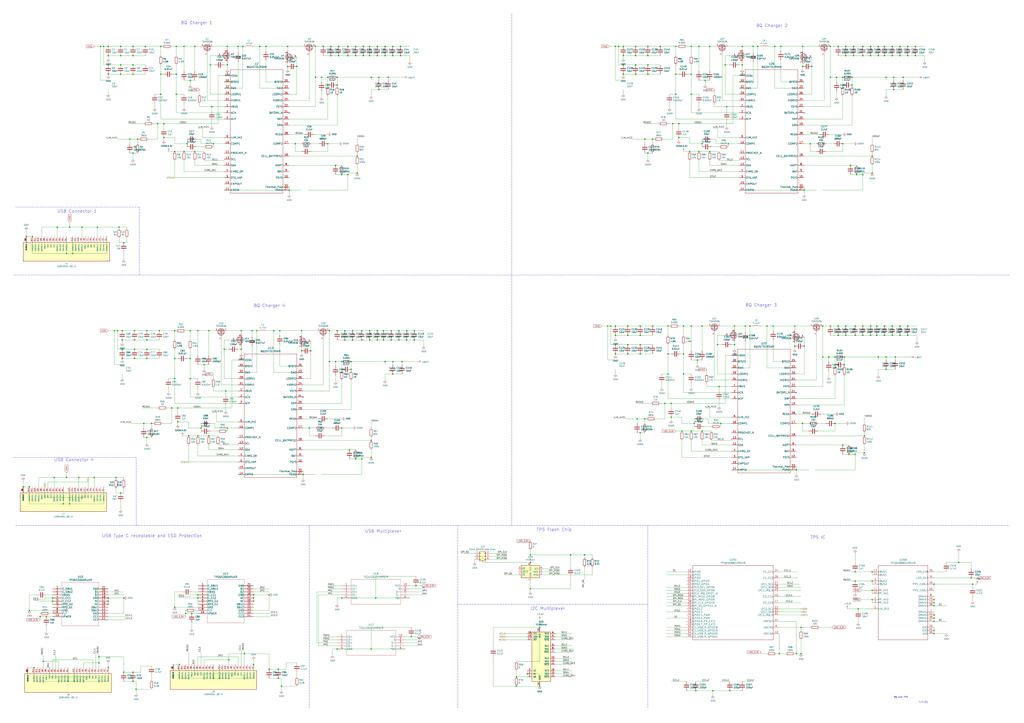
<source format=kicad_sch>
(kicad_sch (version 20211123) (generator eeschema)
  (paper "A1")
  (lib_symbols
    (symbol "Connector_Generic:Conn_02x03_Odd_Even" (pin_names (offset 1.016) hide)
      (property "Reference" "J" (at 1.27 5.08 0))
      (property "Value" "Conn_02x03_Odd_Even" (at 1.27 -5.08 0))
      (symbol "Conn_02x03_Odd_Even_1_1"
        (pin passive line (at -5.08 2.54 0) (length 3.81) (name "Pin_1") (number "1"))
        (pin passive line (at 7.62 2.54 180) (length 3.81) (name "Pin_2") (number "2"))
        (pin passive line (at -5.08 0 0) (length 3.81) (name "Pin_3") (number "3"))
        (pin passive line (at 7.62 0 180) (length 3.81) (name "Pin_4") (number "4"))
        (pin passive line (at -5.08 -2.54 0) (length 3.81) (name "Pin_5") (number "5"))
        (pin passive line (at 7.62 -2.54 180) (length 3.81) (name "Pin_6") (number "6"))
      )
    )
    (symbol "Device:C" (pin_numbers hide) (pin_names (offset 0.254))
      (property "Reference" "C" (at 0.635 2.54 0))
      (property "Value" "C" (at 0.635 -2.54 0))
      (symbol "C_1_1"
        (pin passive line (at 0 3.81 270) (length 2.794) (name "~") (number "1"))
        (pin passive line (at 0 -3.81 90) (length 2.794) (name "~") (number "2"))
      )
    )
    (symbol "Device:L" (pin_numbers hide) (pin_names (offset 1.016) hide)
      (property "Reference" "L" (at -1.27 0 90))
      (property "Value" "L" (at 1.905 0 90))
      (symbol "L_1_1"
        (pin passive line (at 0 3.81 270) (length 1.27) (name "1") (number "1"))
        (pin passive line (at 0 -3.81 90) (length 1.27) (name "2") (number "2"))
      )
    )
    (symbol "Device:R" (pin_numbers hide) (pin_names (offset 0))
      (property "Reference" "R" (at 2.032 0 90))
      (property "Value" "R" (at 0 0 90))
      (symbol "R_1_1"
        (pin passive line (at 0 3.81 270) (length 1.27) (name "~") (number "1"))
        (pin passive line (at 0 -3.81 90) (length 1.27) (name "~") (number "2"))
      )
    )
    (symbol "Interface_Expansion:TCA9544A" (pin_names (offset 1.016))
      (property "Reference" "U" (at -5.08 20.32 0))
      (property "Value" "TCA9544A" (at 2.54 20.32 0))
      (symbol "TCA9544A_1_1"
        (pin input line (at -10.16 -17.78 0) (length 3.81) (name "A0") (number "1"))
        (pin power_in line (at 0 -25.4 90) (length 3.81) (name "GND") (number "10"))
        (pin input line (at 12.7 -7.62 180) (length 3.81) (name "~{INT2}") (number "11"))
        (pin bidirectional line (at 12.7 -5.08 180) (length 3.81) (name "SD2") (number "12"))
        (pin bidirectional line (at 12.7 -2.54 180) (length 3.81) (name "SC2") (number "13"))
        (pin input line (at 12.7 -17.78 180) (length 3.81) (name "~{INT3}") (number "14"))
        (pin bidirectional line (at 12.7 -15.24 180) (length 3.81) (name "SD3") (number "15"))
        (pin bidirectional line (at 12.7 -12.7 180) (length 3.81) (name "SC3") (number "16"))
        (pin open_collector line (at -10.16 12.7 0) (length 3.81) (name "~{INT}") (number "17"))
        (pin bidirectional line (at -10.16 17.78 0) (length 3.81) (name "SCL") (number "18"))
        (pin bidirectional line (at -10.16 15.24 0) (length 3.81) (name "SDA") (number "19"))
        (pin input line (at -10.16 -15.24 0) (length 3.81) (name "A1") (number "2"))
        (pin power_in line (at 0 22.86 270) (length 3.81) (name "VCC") (number "20"))
        (pin input line (at -10.16 -12.7 0) (length 3.81) (name "A2") (number "3"))
        (pin input line (at 12.7 12.7 180) (length 3.81) (name "~{INT0}") (number "4"))
        (pin bidirectional line (at 12.7 15.24 180) (length 3.81) (name "SD0") (number "5"))
        (pin bidirectional line (at 12.7 17.78 180) (length 3.81) (name "SC0") (number "6"))
        (pin input line (at 12.7 2.54 180) (length 3.81) (name "~{INT1}") (number "7"))
        (pin bidirectional line (at 12.7 5.08 180) (length 3.81) (name "SD1") (number "8"))
        (pin bidirectional line (at 12.7 7.62 180) (length 3.81) (name "SC1") (number "9"))
      )
    )
    (symbol "Memory_EEPROM:AT25xxx"
      (property "Reference" "U" (at -7.62 6.35 0))
      (property "Value" "AT25xxx" (at 2.54 -6.35 0))
      (symbol "AT25xxx_1_1"
        (pin input line (at -10.16 -2.54 0) (length 2.54) (name "~{CS}") (number "1"))
        (pin tri_state line (at 10.16 -2.54 180) (length 2.54) (name "MISO") (number "2"))
        (pin input line (at -10.16 2.54 0) (length 2.54) (name "~{WP}") (number "3"))
        (pin power_in line (at 0 -7.62 90) (length 2.54) (name "GND") (number "4"))
        (pin input line (at 10.16 0 180) (length 2.54) (name "MOSI") (number "5"))
        (pin input line (at 10.16 2.54 180) (length 2.54) (name "SCK") (number "6"))
        (pin input line (at -10.16 0 0) (length 2.54) (name "~{HOLD}") (number "7"))
        (pin power_in line (at 0 7.62 270) (length 2.54) (name "VCC") (number "8"))
      )
    )
    (symbol "PowerBankV0.2:BQ25731RSNR" (pin_names (offset 0.254))
      (property "Reference" "U" (at 0 2.54 0))
      (property "Value" "BQ25731RSNR" (at 0 0 0))
      (symbol "BQ25731RSNR_1_1"
        (pin power_in line (at 0 -25.4 0) (length 5.08) (name "VBUS") (number "1"))
        (pin unspecified line (at 53.34 -83.82 180) (length 5.08) (name "PSYS") (number "10"))
        (pin open_collector line (at 0 -63.5 0) (length 5.08) (name "PROCHOT_N") (number "11"))
        (pin bidirectional line (at 0 -73.66 0) (length 5.08) (name "SDA") (number "12"))
        (pin input line (at 0 -68.58 0) (length 5.08) (name "SCL") (number "13"))
        (pin unspecified line (at 0 -93.98 0) (length 5.08) (name "CMPIN") (number "14"))
        (pin open_collector line (at 0 -88.9 0) (length 5.08) (name "CMPOUT") (number "15"))
        (pin unspecified line (at 0 -55.88 0) (length 5.08) (name "COMP1") (number "16"))
        (pin unspecified line (at 53.34 -55.88 180) (length 5.08) (name "COMP2") (number "17"))
        (pin unspecified line (at 53.34 -66.04 180) (length 5.08) (name "CELL_BATPRESZ") (number "18"))
        (pin unspecified line (at 53.34 -40.64 180) (length 5.08) (name "SRN") (number "19"))
        (pin unspecified line (at 0 -30.48 0) (length 5.08) (name "ACN") (number "2"))
        (pin unspecified line (at 53.34 -35.56 180) (length 5.08) (name "SRP") (number "20"))
        (pin unspecified line (at 53.34 -30.48 180) (length 5.08) (name "BATDRV_N") (number "21"))
        (pin unspecified line (at 53.34 -25.4 180) (length 5.08) (name "VSYS") (number "22"))
        (pin unspecified line (at 53.34 -10.16 180) (length 5.08) (name "SW2") (number "23"))
        (pin unspecified line (at 53.34 -20.32 180) (length 5.08) (name "HIDRV2") (number "24"))
        (pin unspecified line (at 53.34 -5.08 180) (length 5.08) (name "BTST2") (number "25"))
        (pin unspecified line (at 53.34 -15.24 180) (length 5.08) (name "LODRV2") (number "26"))
        (pin power_in line (at 53.34 -93.98 180) (length 5.08) (name "PGND") (number "27"))
        (pin unspecified line (at 53.34 -48.26 180) (length 5.08) (name "REGN") (number "28"))
        (pin unspecified line (at 0 -15.24 0) (length 5.08) (name "LODRV1") (number "29"))
        (pin unspecified line (at 0 -35.56 0) (length 5.08) (name "ACP") (number "3"))
        (pin unspecified line (at 0 -5.08 0) (length 5.08) (name "BTST1") (number "30"))
        (pin unspecified line (at 0 -20.32 0) (length 5.08) (name "HIDRV1") (number "31"))
        (pin unspecified line (at 0 -10.16 0) (length 5.08) (name "SW1") (number "32"))
        (pin unspecified line (at 53.34 -91.44 180) (length 5.08) (name "Thermal_Pad") (number "33"))
        (pin open_collector line (at 0 -78.74 0) (length 5.08) (name "CHRG_OK") (number "4"))
        (pin unspecified line (at 0 -83.82 0) (length 5.08) (name "OTG_VAP") (number "5"))
        (pin unspecified line (at 0 -50.8 0) (length 5.08) (name "ILIM_HIZ") (number "6"))
        (pin unspecified line (at 0 0 0) (length 5.08) (name "VDDA") (number "7"))
        (pin unspecified line (at 53.34 -73.66 180) (length 5.08) (name "IADPT") (number "8"))
        (pin unspecified line (at 53.34 -78.74 180) (length 5.08) (name "IBAT") (number "9"))
      )
    )
    (symbol "PowerBankV0.2:TDM3536" (pin_names (offset 1.016))
      (property "Reference" "U" (at 5.08 0 0))
      (property "Value" "TDM3536" (at 7.62 -3.81 0))
      (symbol "TDM3536_0_0"
        (pin passive line (at 1.27 5.08 270) (length 2.54) hide (name "D") (number "6"))
        (pin passive line (at 1.27 5.08 270) (length 2.54) hide (name "D") (number "7"))
        (pin passive line (at 1.27 5.08 270) (length 2.54) hide (name "D") (number "8"))
      )
      (symbol "TDM3536_1_1"
        (pin passive line (at 1.27 -5.08 90) (length 2.54) (name "S") (number "1"))
        (pin passive line (at 1.27 -5.08 90) (length 2.54) hide (name "S") (number "2"))
        (pin passive line (at 1.27 -5.08 90) (length 2.54) hide (name "S") (number "3"))
        (pin passive line (at -6.35 0 0) (length 2.54) (name "G") (number "4"))
        (pin passive line (at 1.27 5.08 270) (length 2.54) (name "D") (number "5"))
      )
    )
    (symbol "PowerBankV0.2:TPD6S300ARUKR" (pin_names (offset 0.254))
      (property "Reference" "U" (at 22.86 10.16 0))
      (property "Value" "TPD6S300ARUKR" (at 22.86 7.62 0))
      (symbol "TPD6S300ARUKR_1_1"
        (pin bidirectional line (at 0 0 0) (length 7.62) (name "C_SBU1") (number "1"))
        (pin power_in line (at 0 -22.86 0) (length 7.62) (name "VPWER") (number "10"))
        (pin bidirectional line (at 45.72 -25.4 180) (length 7.62) (name "CC2") (number "11"))
        (pin bidirectional line (at 45.72 -22.86 180) (length 7.62) (name "CC1") (number "12"))
        (pin power_in line (at 45.72 -20.32 180) (length 7.62) (name "GND") (number "13"))
        (pin bidirectional line (at 45.72 -17.78 180) (length 7.62) (name "SBU2") (number "14"))
        (pin bidirectional line (at 45.72 -15.24 180) (length 7.62) (name "SBU1") (number "15"))
        (pin no_connect line (at 45.72 -12.7 180) (length 7.62) (name "NC") (number "16"))
        (pin no_connect line (at 45.72 -10.16 180) (length 7.62) (name "NC") (number "17"))
        (pin power_in line (at 45.72 -7.62 180) (length 7.62) (name "GND") (number "18"))
        (pin bidirectional line (at 45.72 -5.08 180) (length 7.62) (name "D2") (number "19"))
        (pin bidirectional line (at 0 -2.54 0) (length 7.62) (name "C_SBU2") (number "2"))
        (pin bidirectional line (at 45.72 -2.54 180) (length 7.62) (name "D1") (number "20"))
        (pin power_in line (at 45.72 0 180) (length 7.62) (name "GND") (number "21"))
        (pin power_in line (at 0 -5.08 0) (length 7.62) (name "VBIAS") (number "3"))
        (pin bidirectional line (at 0 -7.62 0) (length 7.62) (name "C_CC1") (number "4"))
        (pin bidirectional line (at 0 -10.16 0) (length 7.62) (name "C_CC2") (number "5"))
        (pin bidirectional line (at 0 -12.7 0) (length 7.62) (name "RPD_G2") (number "6"))
        (pin bidirectional line (at 0 -15.24 0) (length 7.62) (name "RPD_G1") (number "7"))
        (pin power_in line (at 0 -17.78 0) (length 7.62) (name "GND") (number "8"))
        (pin output line (at 0 -20.32 0) (length 7.62) (name "FLT") (number "9"))
      )
    )
    (symbol "PowerBankV0.2:TPS65988DHRSHR" (pin_names (offset -0.254))
      (property "Reference" "U" (at 0 2.54 0))
      (property "Value" "TPS65988DHRSHR" (at 0 0 0))
      (symbol "TPS65988DHRSHR_1_1"
        (pin input line (at 38.1 -25.4 180) (length 5.08) (name "ADCIN2") (number "10"))
        (pin bidirectional line (at -38.1 25.4 0) (length 5.08) (name "GPIO0") (number "16"))
        (pin bidirectional line (at -38.1 22.86 0) (length 5.08) (name "GPIO1") (number "17"))
        (pin bidirectional line (at -38.1 20.32 0) (length 5.08) (name "GPIO2") (number "18"))
        (pin bidirectional line (at -38.1 12.7 0) (length 5.08) (name "I2C3_SCL_GPIO5") (number "21"))
        (pin bidirectional line (at -38.1 10.16 0) (length 5.08) (name "I2C3_SDA_GPIO6") (number "22"))
        (pin bidirectional line (at -38.1 7.62 0) (length 5.08) (name "I2C3_IRQ_GPIO7_N") (number "23"))
        (pin bidirectional line (at 38.1 25.4 180) (length 5.08) (name "C1_CC1") (number "24"))
        (pin bidirectional line (at 38.1 20.32 180) (length 5.08) (name "C1_CC2") (number "26"))
        (pin bidirectional line (at 38.1 15.24 180) (length 5.08) (name "I2C1_SCL") (number "27"))
        (pin bidirectional line (at 38.1 12.7 180) (length 5.08) (name "I2C1_SDA") (number "28"))
        (pin tri_state line (at 38.1 10.16 180) (length 5.08) (name "I2C1_IRQ_N") (number "29"))
        (pin bidirectional line (at -38.1 17.78 0) (length 5.08) (name "HPD1_GPIO3") (number "30"))
        (pin bidirectional line (at -38.1 15.24 0) (length 5.08) (name "HPD2_GPIO4") (number "31"))
        (pin bidirectional line (at 38.1 -5.08 180) (length 5.08) (name "I2C2_SCL") (number "32"))
        (pin bidirectional line (at 38.1 -7.62 180) (length 5.08) (name "I2C2_SDA") (number "33"))
        (pin tri_state line (at 38.1 -10.16 180) (length 5.08) (name "I2C2_IRQ_N") (number "34"))
        (pin bidirectional line (at -38.1 5.08 0) (length 5.08) (name "SPI_MISO_GPIO8") (number "36"))
        (pin bidirectional line (at -38.1 2.54 0) (length 5.08) (name "SPI_MOSI_GPIO9") (number "37"))
        (pin bidirectional line (at -38.1 0 0) (length 5.08) (name "SPI_CLK_GPIO10") (number "38"))
        (pin bidirectional line (at -38.1 -2.54 0) (length 5.08) (name "SPI_SS_GPIO11_N") (number "39"))
        (pin bidirectional line (at -38.1 -5.08 0) (length 5.08) (name "GPIO12") (number "40"))
        (pin bidirectional line (at -38.1 -7.62 0) (length 5.08) (name "GPIO13") (number "41"))
        (pin bidirectional line (at -38.1 -10.16 0) (length 5.08) (name "GPIO14_PWM") (number "42"))
        (pin bidirectional line (at -38.1 -12.7 0) (length 5.08) (name "GPIO15_PWM") (number "43"))
        (pin input line (at 38.1 -15.24 180) (length 5.08) (name "HRESET") (number "44"))
        (pin bidirectional line (at 38.1 5.08 180) (length 5.08) (name "C2_CC1") (number "45"))
        (pin bidirectional line (at 38.1 0 180) (length 5.08) (name "C2_CC2") (number "47"))
        (pin bidirectional line (at -38.1 -15.24 0) (length 5.08) (name "GPIO16_PP_EXT1") (number "48"))
        (pin bidirectional line (at -38.1 -17.78 0) (length 5.08) (name "GPIO17_PP_EXT2") (number "49"))
        (pin bidirectional line (at -38.1 -20.32 0) (length 5.08) (name "C1_USB_P_GPIO18") (number "50"))
        (pin bidirectional line (at -38.1 -22.86 0) (length 5.08) (name "C1_USB_N_GPIO19") (number "53"))
        (pin bidirectional line (at -38.1 -25.4 0) (length 5.08) (name "C2_USB_P_GPIO20") (number "54"))
        (pin bidirectional line (at -38.1 -27.94 0) (length 5.08) (name "C2_USB_N_GPIO21") (number "55"))
        (pin input line (at 38.1 -20.32 180) (length 5.08) (name "ADCIN1") (number "6"))
      )
      (symbol "TPS65988DHRSHR_2_1"
        (pin power_in line (at -25.4 2.54 0) (length 5.08) (name "PP_HV2") (number "1"))
        (pin power_in line (at -25.4 10.16 0) (length 5.08) (name "PP_HV1") (number "11"))
        (pin power_in line (at -25.4 7.62 0) (length 5.08) (name "PP_HV1") (number "12"))
        (pin power_in line (at -25.4 25.4 0) (length 5.08) (name "VBUS1") (number "13"))
        (pin power_in line (at -25.4 22.86 0) (length 5.08) (name "VBUS1") (number "14"))
        (pin power_in line (at 25.4 2.54 180) (length 5.08) (name "DRAIN1") (number "15"))
        (pin power_in line (at 25.4 0 180) (length 5.08) (name "DRAIN1") (number "19"))
        (pin power_in line (at -25.4 0 0) (length 5.08) (name "PP_HV2") (number "2"))
        (pin power_in line (at 25.4 -20.32 180) (length 5.08) (name "GND") (number "20"))
        (pin power_in line (at 25.4 15.24 180) (length 5.08) (name "PP1_CABLE") (number "25"))
        (pin power_in line (at -25.4 17.78 0) (length 5.08) (name "VBUS2") (number "3"))
        (pin power_in line (at 25.4 25.4 180) (length 5.08) (name "LDO_1V8") (number "35"))
        (pin power_in line (at -25.4 15.24 0) (length 5.08) (name "VBUS2") (number "4"))
        (pin power_in line (at 25.4 10.16 180) (length 5.08) (name "PP2_CABLE") (number "46"))
        (pin power_in line (at -25.4 -5.08 0) (length 5.08) (name "VIN_3V3") (number "5"))
        (pin power_in line (at 25.4 -22.86 180) (length 5.08) (name "GND") (number "51"))
        (pin power_in line (at 25.4 -10.16 180) (length 5.08) (name "DRAIN2") (number "52"))
        (pin power_in line (at 25.4 -12.7 180) (length 5.08) (name "DRAIN2") (number "56"))
        (pin power_in line (at 25.4 -15.24 180) (length 5.08) (name "DRAIN2") (number "57"))
        (pin power_in line (at 25.4 -2.54 180) (length 5.08) (name "DRAIN1") (number "58"))
        (pin power_in line (at 25.4 -25.4 180) (length 5.08) (name "GND") (number "59"))
        (pin power_in line (at 25.4 -7.62 180) (length 5.08) (name "DRAIN2") (number "7"))
        (pin power_in line (at 25.4 5.08 180) (length 5.08) (name "DRAIN1") (number "8"))
        (pin power_in line (at 25.4 20.32 180) (length 5.08) (name "LDO_3V3") (number "9"))
      )
    )
    (symbol "PowerBankV0.2:TS3USB221ARSER" (pin_names (offset 0.254))
      (property "Reference" "U" (at 27.94 10.16 0))
      (property "Value" "TS3USB221ARSER" (at 27.94 7.62 0))
      (symbol "TS3USB221ARSER_1_1"
        (pin unspecified line (at 0 0 0) (length 7.62) (name "1D+") (number "1"))
        (pin power_in line (at 55.88 0 180) (length 7.62) (name "VCC") (number "10"))
        (pin unspecified line (at 0 -2.54 0) (length 7.62) (name "1D-") (number "2"))
        (pin unspecified line (at 0 -5.08 0) (length 7.62) (name "2D+") (number "3"))
        (pin unspecified line (at 0 -7.62 0) (length 7.62) (name "2D-") (number "4"))
        (pin power_in line (at 0 -10.16 0) (length 7.62) (name "GND") (number "5"))
        (pin unspecified line (at 55.88 -10.16 180) (length 7.62) (name "*OE") (number "6"))
        (pin unspecified line (at 55.88 -7.62 180) (length 7.62) (name "D-") (number "7"))
        (pin unspecified line (at 55.88 -5.08 180) (length 7.62) (name "D+") (number "8"))
        (pin unspecified line (at 55.88 -2.54 180) (length 7.62) (name "S") (number "9"))
      )
    )
    (symbol "PowerBankV0.2:USB4055-30-A" (pin_names (offset 1.016))
      (property "Reference" "J" (at -7.62 35.5854 0))
      (property "Value" "USB4055-30-A" (at -7.62 -38.1254 0))
      (symbol "USB4055-30-A_0_0"
        (pin power_in line (at -12.7 33.02 0) (length 5.08) (name "GND1.1") (number "A1"))
        (pin input line (at -12.7 10.16 0) (length 5.08) (name "SSRXN2") (number "A10"))
        (pin input line (at -12.7 7.62 0) (length 5.08) (name "SSRXP2") (number "A11"))
        (pin power_in line (at -12.7 5.08 0) (length 5.08) (name "GND1.2") (number "A12"))
        (pin output line (at -12.7 30.48 0) (length 5.08) (name "SSTXP1") (number "A2"))
        (pin output line (at -12.7 27.94 0) (length 5.08) (name "SSTXN1") (number "A3"))
        (pin power_in line (at -12.7 25.4 0) (length 5.08) (name "VBUS1.1") (number "A4"))
        (pin bidirectional line (at -12.7 22.86 0) (length 5.08) (name "CC1") (number "A5"))
        (pin bidirectional line (at -12.7 20.32 0) (length 5.08) (name "DP1") (number "A6"))
        (pin bidirectional line (at -12.7 17.78 0) (length 5.08) (name "DN1") (number "A7"))
        (pin bidirectional line (at -12.7 15.24 0) (length 5.08) (name "SBU1") (number "A8"))
        (pin power_in line (at -12.7 12.7 0) (length 5.08) (name "VBUS1.2") (number "A9"))
        (pin power_in line (at -12.7 0 0) (length 5.08) (name "GND2.1") (number "B1"))
        (pin input line (at -12.7 -22.86 0) (length 5.08) (name "SSRXN1") (number "B10"))
        (pin input line (at -12.7 -25.4 0) (length 5.08) (name "SSRXP1") (number "B11"))
        (pin power_in line (at -12.7 -27.94 0) (length 5.08) (name "GND2.2") (number "B12"))
        (pin output line (at -12.7 -2.54 0) (length 5.08) (name "SSTXP2") (number "B2"))
        (pin output line (at -12.7 -5.08 0) (length 5.08) (name "SSTXN2") (number "B3"))
        (pin power_in line (at -12.7 -7.62 0) (length 5.08) (name "VBUS2.1") (number "B4"))
        (pin bidirectional line (at -12.7 -10.16 0) (length 5.08) (name "CC2") (number "B5"))
        (pin bidirectional line (at -12.7 -12.7 0) (length 5.08) (name "DP2") (number "B6"))
        (pin bidirectional line (at -12.7 -15.24 0) (length 5.08) (name "DN2") (number "B7"))
        (pin bidirectional line (at -12.7 -17.78 0) (length 5.08) (name "SBU2") (number "B8"))
        (pin power_in line (at -12.7 -20.32 0) (length 5.08) (name "VBUS2.2") (number "B9"))
        (pin passive line (at -12.7 -33.02 0) (length 5.08) (name "SHIELD") (number "S1"))
        (pin passive line (at -12.7 -33.02 0) (length 5.08) (name "SHIELD") (number "S2"))
        (pin passive line (at -12.7 -33.02 0) (length 5.08) (name "SHIELD") (number "S3"))
        (pin passive line (at -12.7 -33.02 0) (length 5.08) (name "SHIELD") (number "S4"))
      )
    )
    (symbol "power:+3.3V" (power) (pin_names (offset 0))
      (property "Value" "+3.3V" (at 0 3.556 0))
      (symbol "+3.3V_1_1"
        (pin power_in line (at 0 0 90) (length 0) hide (name "+3.3V") (number "1"))
      )
    )
    (symbol "power:+5V" (power) (pin_names (offset 0))
      (property "Value" "+5V" (at 0 3.556 0))
      (symbol "+5V_1_1"
        (pin power_in line (at 0 0 90) (length 0) hide (name "+5V") (number "1"))
      )
    )
    (symbol "power:+BATT" (power) (pin_names (offset 0))
      (property "Value" "+BATT" (at 0 3.556 0))
      (symbol "+BATT_1_1"
        (pin power_in line (at 0 0 90) (length 0) hide (name "+BATT") (number "1"))
      )
    )
    (symbol "power:GND" (power) (pin_names (offset 0))
      (property "Value" "GND" (at 0 -3.81 0))
      (symbol "GND_1_1"
        (pin power_in line (at 0 0 270) (length 0) hide (name "GND") (number "1"))
      )
    )
    (symbol "power:GNDA" (power) (pin_names (offset 0))
      (property "Value" "GNDA" (at 0 -3.81 0))
      (symbol "GNDA_1_1"
        (pin power_in line (at 0 0 270) (length 0) hide (name "GNDA") (number "1"))
      )
    )
  )
  (junction (at 236.22 38.1))
  (junction (at 289.56 271.78))
  (junction (at 146.05 335.28))
  (junction (at 88.9 53.34))
  (junction (at 732.79 38.1))
  (junction (at 283.21 279.4))
  (junction (at 146.05 346.71))
  (junction (at 124.46 347.98))
  (junction (at 787.4 462.28))
  (junction (at 186.69 38.1))
  (junction (at 236.22 54.61))
  (junction (at 424.18 563.88))
  (junction (at 21.59 194.31))
  (junction (at 220.98 488.95))
  (junction (at 693.42 299.72))
  (junction (at 278.13 38.1))
  (junction (at 532.13 53.34))
  (junction (at 237.49 156.21))
  (junction (at 557.53 113.03))
  (junction (at 304.8 361.95))
  (junction (at 308.61 491.49))
  (junction (at 318.77 63.5))
  (junction (at 525.78 267.97))
  (junction (at 109.22 125.73))
  (junction (at 523.24 344.17))
  (junction (at 652.78 284.48))
  (junction (at 433.07 553.72))
  (junction (at 132.08 60.96))
  (junction (at 153.67 118.11))
  (junction (at 739.14 45.72))
  (junction (at 767.08 510.54))
  (junction (at 321.31 271.78))
  (junction (at 259.08 63.5))
  (junction (at 554.99 77.47))
  (junction (at 322.58 45.72))
  (junction (at 276.86 63.5))
  (junction (at 566.42 124.46))
  (junction (at 576.58 354.33))
  (junction (at 144.78 60.96))
  (junction (at 88.9 548.64))
  (junction (at 508 38.1))
  (junction (at 322.58 297.18))
  (junction (at 151.13 124.46))
  (junction (at 110.49 271.78))
  (junction (at 521.97 38.1))
  (junction (at 515.62 290.83))
  (junction (at 685.8 299.72))
  (junction (at 113.03 114.3))
  (junction (at 231.14 563.88))
  (junction (at 106.68 114.3))
  (junction (at 612.14 267.97))
  (junction (at 659.13 347.98))
  (junction (at 110.49 279.4))
  (junction (at 309.88 271.78))
  (junction (at 693.42 293.37))
  (junction (at 85.09 38.1))
  (junction (at 220.98 549.91))
  (junction (at 561.34 307.34))
  (junction (at 734.06 63.5))
  (junction (at 511.81 38.1))
  (junction (at 303.53 271.78))
  (junction (at 280.67 491.49))
  (junction (at 314.96 279.4))
  (junction (at 285.75 143.51))
  (junction (at 435.61 462.28))
  (junction (at 265.43 38.1))
  (junction (at 640.08 537.21))
  (junction (at 745.49 275.59))
  (junction (at 525.78 275.59))
  (junction (at 95.25 392.43))
  (junction (at 334.01 279.4))
  (junction (at 585.47 567.69))
  (junction (at 424.18 556.26))
  (junction (at 207.01 271.78))
  (junction (at 314.96 271.78))
  (junction (at 311.15 63.5))
  (junction (at 26.67 194.31))
  (junction (at 276.86 271.78))
  (junction (at 304.8 533.4))
  (junction (at 285.75 38.1))
  (junction (at 43.18 491.49))
  (junction (at 685.8 347.98))
  (junction (at 468.63 455.93))
  (junction (at 582.93 38.1))
  (junction (at 175.26 557.53))
  (junction (at 322.58 38.1))
  (junction (at 276.86 533.4))
  (junction (at 298.45 45.72))
  (junction (at 505.46 283.21))
  (junction (at 88.9 491.49))
  (junction (at 322.58 307.34))
  (junction (at 716.28 128.27))
  (junction (at 309.88 279.4))
  (junction (at 767.08 518.16))
  (junction (at 147.32 546.1))
  (junction (at 165.1 351.79))
  (junction (at 157.48 504.19))
  (junction (at 99.06 53.34))
  (junction (at 571.5 567.69))
  (junction (at 735.33 293.37))
  (junction (at 143.51 311.15))
  (junction (at 109.22 60.96))
  (junction (at 561.34 290.83))
  (junction (at 19.05 400.05))
  (junction (at 745.49 38.1))
  (junction (at 57.15 414.02))
  (junction (at 143.51 271.78))
  (junction (at 269.24 63.5))
  (junction (at 726.44 267.97))
  (junction (at 81.28 539.75))
  (junction (at 635 267.97))
  (junction (at 659.13 38.1))
  (junction (at 96.52 271.78))
  (junction (at 99.06 60.96))
  (junction (at 328.93 38.1))
  (junction (at 110.49 287.02))
  (junction (at 171.45 358.14))
  (junction (at 535.94 267.97))
  (junction (at 154.94 358.14))
  (junction (at 208.28 488.95))
  (junction (at 160.02 38.1))
  (junction (at 54.61 392.43))
  (junction (at 443.23 563.88))
  (junction (at 303.53 38.1))
  (junction (at 187.96 542.29))
  (junction (at 293.37 142.24))
  (junction (at 529.59 114.3))
  (junction (at 675.64 293.37))
  (junction (at 162.56 358.14))
  (junction (at 521.97 53.34))
  (junction (at 567.69 354.33))
  (junction (at 101.6 552.45))
  (junction (at 721.36 45.72))
  (junction (at 715.01 45.72))
  (junction (at 55.88 560.07))
  (junction (at 603.25 267.97))
  (junction (at 692.15 63.5))
  (junction (at 132.08 77.47))
  (junction (at 694.69 275.59))
  (junction (at 435.61 483.87))
  (junction (at 143.51 294.64))
  (junction (at 247.65 288.29))
  (junction (at 311.15 73.66))
  (junction (at 641.35 38.1))
  (junction (at 535.94 114.3))
  (junction (at 702.31 267.97))
  (junction (at 501.65 267.97))
  (junction (at 210.82 271.78))
  (junction (at 692.15 365.76))
  (junction (at 716.28 477.52))
  (junction (at 734.06 73.66))
  (junction (at 186.69 53.34))
  (junction (at 681.99 267.97))
  (junction (at 275.59 297.18))
  (junction (at 198.12 287.02))
  (junction (at 172.72 53.34))
  (junction (at 657.86 537.21))
  (junction (at 622.3 38.1))
  (junction (at 675.64 267.97))
  (junction (at 292.1 38.1))
  (junction (at 287.02 369.57))
  (junction (at 532.13 45.72))
  (junction (at 511.81 45.72))
  (junction (at 120.65 271.78))
  (junction (at 144.78 38.1))
  (junction (at 289.56 279.4))
  (junction (at 54.61 208.28))
  (junction (at 716.28 485.14))
  (junction (at 511.81 53.34))
  (junction (at 767.08 497.84))
  (junction (at 269.24 118.11))
  (junction (at 120.65 359.41))
  (junction (at 280.67 303.53))
  (junction (at 548.64 307.34))
  (junction (at 52.07 414.02))
  (junction (at 567.69 267.97))
  (junction (at 59.69 208.28))
  (junction (at 152.4 504.19))
  (junction (at 171.45 271.78))
  (junction (at 24.13 400.05))
  (junction (at 595.63 53.34))
  (junction (at 184.15 287.02))
  (junction (at 732.79 275.59))
  (junction (at 576.58 267.97))
  (junction (at 680.72 293.37))
  (junction (at 316.23 38.1))
  (junction (at 109.22 53.34))
  (junction (at 715.01 267.97))
  (junction (at 590.55 317.5))
  (junction (at 99.06 38.1))
  (junction (at 629.92 267.97))
  (junction (at 297.18 279.4))
  (junction (at 270.51 271.78))
  (junction (at 134.62 101.6))
  (junction (at 337.82 523.24))
  (junction (at 548.64 290.83))
  (junction (at 199.39 38.1))
  (junction (at 739.14 275.59))
  (junction (at 525.78 355.6))
  (junction (at 151.13 38.1))
  (junction (at 100.33 287.02))
  (junction (at 688.34 267.97))
  (junction (at 704.85 500.38))
  (junction (at 43.18 494.03))
  (junction (at 109.22 38.1))
  (junction (at 542.29 38.1))
  (junction (at 739.14 38.1))
  (junction (at 316.23 297.18))
  (junction (at 480.06 455.93))
  (junction (at 269.24 69.85))
  (junction (at 80.01 186.69))
  (junction (at 259.08 38.1))
  (junction (at 505.46 275.59))
  (junction (at 57.15 186.69))
  (junction (at 797.56 474.98))
  (junction (at 511.81 60.96))
  (junction (at 435.61 455.93))
  (junction (at 156.21 66.04))
  (junction (at 589.28 283.21))
  (junction (at 109.22 560.07))
  (junction (at 720.09 275.59))
  (junction (at 162.56 271.78))
  (junction (at 521.97 45.72))
  (junction (at 224.79 271.78))
  (junction (at 557.53 101.6))
  (junction (at 280.67 143.51))
  (junction (at 732.79 267.97))
  (junction (at 208.28 546.1))
  (junction (at 162.56 488.95))
  (junction (at 303.53 45.72))
  (junction (at 727.71 293.37))
  (junction (at 699.77 63.5))
  (junction (at 721.36 293.37))
  (junction (at 247.65 271.78))
  (junction (at 660.4 284.48))
  (junction (at 309.88 45.72))
  (junction (at 727.71 63.5))
  (junction (at 681.99 38.1))
  (junction (at 321.31 279.4))
  (junction (at 77.47 392.43))
  (junction (at 505.46 267.97))
  (junction (at 699.77 69.85))
  (junction (at 697.23 373.38))
  (junction (at 186.69 351.79))
  (junction (at 709.93 358.14))
  (junction (at 726.44 275.59))
  (junction (at 654.05 386.08))
  (junction (at 328.93 45.72))
  (junction (at 341.63 481.33))
  (junction (at 243.84 54.61))
  (junction (at 264.16 63.5))
  (junction (at 93.98 271.78))
  (junction (at 609.6 38.1))
  (junction (at 666.75 54.61))
  (junction (at 288.29 297.18))
  (junction (at 38.1 506.73))
  (junction (at 709.93 372.11))
  (junction (at 767.08 520.7))
  (junction (at 309.88 38.1))
  (junction (at 119.38 38.1))
  (junction (at 548.64 267.97))
  (junction (at 751.84 45.72))
  (junction (at 292.1 45.72))
  (junction (at 270.51 297.18))
  (junction (at 532.13 38.1))
  (junction (at 185.42 321.31))
  (junction (at 721.36 38.1))
  (junction (at 767.08 505.46))
  (junction (at 82.55 38.1))
  (junction (at 505.46 290.83))
  (junction (at 702.31 373.38))
  (junction (at 745.49 45.72))
  (junction (at 292.1 377.19))
  (junction (at 694.69 267.97))
  (junction (at 99.06 45.72))
  (junction (at 767.08 480.06))
  (junction (at 665.48 118.11))
  (junction (at 708.66 38.1))
  (junction (at 120.65 279.4))
  (junction (at 708.66 275.59))
  (junction (at 567.69 60.96))
  (junction (at 88.9 60.96))
  (junction (at 692.15 69.85))
  (junction (at 688.34 38.1))
  (junction (at 702.31 477.52))
  (junction (at 570.23 347.98))
  (junction (at 525.78 283.21))
  (junction (at 591.82 347.98))
  (junction (at 60.96 560.07))
  (junction (at 596.9 87.63))
  (junction (at 715.01 38.1))
  (junction (at 229.87 271.78))
  (junction (at 694.69 38.1))
  (junction (at 552.45 101.6))
  (junction (at 739.14 267.97))
  (junction (at 297.18 271.78))
  (junction (at 129.54 101.6))
  (junction (at 726.44 38.1))
  (junction (at 767.08 495.3))
  (junction (at 327.66 271.78))
  (junction (at 134.62 113.03))
  (junction (at 702.31 469.9))
  (junction (at 720.09 267.97))
  (junction (at 175.26 118.11))
  (junction (at 255.27 288.29))
  (junction (at 716.28 469.9))
  (junction (at 598.17 118.11))
  (junction (at 532.13 125.73))
  (junction (at 160.02 124.46))
  (junction (at 27.94 548.64))
  (junction (at 708.66 143.51))
  (junction (at 101.6 199.39))
  (junction (at 143.51 124.46))
  (junction (at 515.62 267.97))
  (junction (at 554.99 38.1))
  (junction (at 297.18 377.19))
  (junction (at 618.49 38.1))
  (junction (at 140.97 335.28))
  (junction (at 551.18 342.9))
  (junction (at 81.28 544.83))
  (junction (at 660.4 156.21))
  (junction (at 213.36 38.1))
  (junction (at 688.34 275.59))
  (junction (at 741.68 63.5))
  (junction (at 798.83 480.06))
  (junction (at 327.66 279.4))
  (junction (at 24.13 501.65))
  (junction (at 64.77 392.43))
  (junction (at 685.8 293.37))
  (junction (at 443.23 515.62))
  (junction (at 280.67 351.79))
  (junction (at 97.79 186.69))
  (junction (at 546.1 331.47))
  (junction (at 35.56 543.56))
  (junction (at 767.08 508))
  (junction (at 767.08 492.76))
  (junction (at 567.69 77.47))
  (junction (at 692.15 118.11))
  (junction (at 567.69 38.1))
  (junction (at 745.49 267.97))
  (junction (at 599.44 567.69))
  (junction (at 248.92 389.89))
  (junction (at 687.07 63.5))
  (junction (at 100.33 271.78))
  (junction (at 88.9 45.72))
  (junction (at 99.06 405.13))
  (junction (at 716.28 142.24))
  (junction (at 698.5 135.89))
  (junction (at 156.21 311.15))
  (junction (at 701.04 38.1))
  (junction (at 694.69 45.72))
  (junction (at 304.8 63.5))
  (junction (at 167.64 299.72))
  (junction (at 254 351.79))
  (junction (at 703.58 143.51))
  (junction (at 67.31 186.69))
  (junction (at 278.13 45.72))
  (junction (at 228.6 557.53))
  (junction (at 654.05 537.21))
  (junction (at 293.37 128.27))
  (junction (at 603.25 283.21))
  (junction (at 276.86 69.85))
  (junction (at 110.49 294.64))
  (junction (at 156.21 294.64))
  (junction (at 708.66 45.72))
  (junction (at 132.08 38.1))
  (junction (at 33.02 506.73))
  (junction (at 659.13 54.61))
  (junction (at 304.8 375.92))
  (junction (at 316.23 45.72))
  (junction (at 499.11 267.97))
  (junction (at 100.33 294.64))
  (junction (at 636.27 38.1))
  (junction (at 44.45 392.43))
  (junction (at 120.65 287.02))
  (junction (at 228.6 549.91))
  (junction (at 609.6 53.34))
  (junction (at 572.77 295.91))
  (junction (at 100.33 279.4))
  (junction (at 574.04 124.46))
  (junction (at 156.21 271.78))
  (junction (at 657.86 515.62))
  (junction (at 505.46 38.1))
  (junction (at 118.11 347.98))
  (junction (at 727.71 303.53))
  (junction (at 551.18 331.47))
  (junction (at 111.76 566.42))
  (junction (at 130.81 271.78))
  (junction (at 560.07 354.33))
  (junction (at 701.04 45.72))
  (junction (at 101.6 491.49))
  (junction (at 275.59 135.89))
  (junction (at 708.66 267.97))
  (junction (at 271.78 38.1))
  (junction (at 180.34 557.53))
  (junction (at 726.44 45.72))
  (junction (at 340.36 271.78))
  (junction (at 681.99 63.5))
  (junction (at 280.67 297.18))
  (junction (at 242.57 118.11))
  (junction (at 716.28 492.76))
  (junction (at 615.95 267.97))
  (junction (at 88.9 38.1))
  (junction (at 218.44 38.1))
  (junction (at 195.58 38.1))
  (junction (at 271.78 45.72))
  (junction (at 751.84 38.1))
  (junction (at 143.51 499.11))
  (junction (at 46.99 186.69))
  (junction (at 525.78 290.83))
  (junction (at 529.59 344.17))
  (junction (at 702.31 275.59))
  (junction (at 144.78 77.47))
  (junction (at 200.66 537.21))
  (junction (at 334.01 271.78))
  (junction (at 521.97 60.96))
  (junction (at 120.65 294.64))
  (junction (at 198.12 271.78))
  (junction (at 162.56 491.49))
  (junction (at 109.22 45.72))
  (junction (at 554.99 60.96))
  (junction (at 109.22 552.45))
  (junction (at 288.29 303.53))
  (junction (at 732.79 45.72))
  (junction (at 579.12 66.04))
  (junction (at 582.93 124.46))
  (junction (at 576.58 118.11))
  (junction (at 715.01 275.59))
  (junction (at 532.13 60.96))
  (junction (at 303.53 279.4))
  (junction (at 298.45 38.1))
  (junction (at 330.2 297.18))
  (junction (at 574.04 38.1))
  (junction (at 652.78 267.97))
  (junction (at 340.36 279.4))
  (junction (at 173.99 87.63))
  (junction (at 515.62 283.21))
  (junction (at 561.34 267.97))
  (junction (at 515.62 275.59))
  (junction (at 285.75 45.72))
  (junction (at 283.21 271.78))
  (no_connect (at 660.4 92.71))
  (no_connect (at 654.05 322.58))
  (no_connect (at 248.92 326.39))
  (no_connect (at 237.49 92.71))
  (wire (pts (xy 190.5 335.28) (xy 146.05 335.28)))
  (wire (pts (xy 304.8 533.4) (xy 332.74 533.4)))
  (wire (pts (xy 231.14 563.88) (xy 231.14 557.53)))
  (wire (pts (xy 670.56 275.59) (xy 670.56 312.42)))
  (wire (pts (xy 44.45 392.43) (xy 31.75 392.43)))
  (wire (pts (xy 153.67 118.11) (xy 153.67 120.65)))
  (wire (pts (xy 692.15 63.5) (xy 692.15 69.85)))
  (wire (pts (xy 699.77 78.74) (xy 699.77 102.87)))
  (wire (pts (xy 151.13 124.46) (xy 143.51 124.46)))
  (wire (pts (xy 607.06 53.34) (xy 609.6 53.34)))
  (wire (pts (xy 184.15 62.23) (xy 179.07 62.23)))
  (wire (pts (xy 654.05 302.26) (xy 629.92 302.26)))
  (wire (pts (xy 660.4 97.79) (xy 692.15 97.79)))
  (wire (pts (xy 709.93 372.11) (xy 709.93 365.76)))
  (wire (pts (xy 640.08 490.22) (xy 657.86 490.22)))
  (wire (pts (xy 134.62 105.41) (xy 134.62 101.6)))
  (wire (pts (xy 435.61 455.93) (xy 468.63 455.93)))
  (wire (pts (xy 144.78 271.78) (xy 143.51 271.78)))
  (wire (pts (xy 334.01 271.78) (xy 327.66 271.78)))
  (wire (pts (xy 702.31 372.11) (xy 702.31 373.38)))
  (wire (pts (xy 600.71 292.1) (xy 595.63 292.1)))
  (wire (pts (xy 607.06 140.97) (xy 574.04 140.97)))
  (wire (pts (xy 154.94 346.71) (xy 146.05 346.71)))
  (wire (pts (xy 708.66 267.97) (xy 702.31 267.97)))
  (wire (pts (xy 132.08 97.79) (xy 184.15 97.79)))
  (wire (pts (xy 26.67 208.28) (xy 54.61 208.28)))
  (wire (pts (xy 181.61 316.23) (xy 195.58 316.23)))
  (wire (pts (xy 615.95 302.26) (xy 615.95 267.97)))
  (wire (pts (xy 48.26 491.49) (xy 43.18 491.49)))
  (wire (pts (xy 134.62 115.57) (xy 134.62 113.03)))
  (wire (pts (xy 603.25 267.97) (xy 603.25 270.51)))
  (wire (pts (xy 276.86 523.24) (xy 265.43 523.24)))
  (wire (pts (xy 156.21 66.04) (xy 160.02 66.04)))
  (wire (pts (xy 640.08 480.06) (xy 656.59 480.06)))
  (wire (pts (xy 563.88 485.14) (xy 547.37 485.14)))
  (wire (pts (xy 208.28 506.73) (xy 222.25 506.73)))
  (wire (pts (xy 751.84 38.1) (xy 745.49 38.1)))
  (wire (pts (xy 551.18 345.44) (xy 551.18 342.9)))
  (wire (pts (xy 57.15 414.02) (xy 85.09 414.02)))
  (wire (pts (xy 24.13 414.02) (xy 52.07 414.02)))
  (wire (pts (xy 195.58 287.02) (xy 198.12 287.02)))
  (wire (pts (xy 297.18 271.78) (xy 289.56 271.78)))
  (wire (pts (xy 273.05 351.79) (xy 266.7 351.79)))
  (wire (pts (xy 303.53 279.4) (xy 309.88 279.4)))
  (wire (pts (xy 175.26 38.1) (xy 186.69 38.1)))
  (wire (pts (xy 693.42 299.72) (xy 693.42 293.37)))
  (wire (pts (xy 767.08 490.22) (xy 767.08 492.76)))
  (wire (pts (xy 166.37 105.41) (xy 162.56 105.41)))
  (wire (pts (xy 231.14 557.53) (xy 228.6 557.53)))
  (wire (pts (xy 237.49 72.39) (xy 213.36 72.39)))
  (wire (pts (xy 580.39 317.5) (xy 590.55 317.5)))
  (wire (pts (xy 208.28 486.41) (xy 220.98 486.41)))
  (wire (pts (xy 708.66 142.24) (xy 708.66 143.51)))
  (wire (pts (xy 702.31 462.28) (xy 702.31 454.66)))
  (wire (pts (xy 162.56 299.72) (xy 167.64 299.72)))
  (wire (pts (xy 607.06 156.21) (xy 660.4 156.21)))
  (wire (pts (xy 563.88 482.6) (xy 547.37 482.6)))
  (wire (pts (xy 177.8 346.71) (xy 177.8 339.09)))
  (wire (pts (xy 652.78 284.48) (xy 652.78 281.94)))
  (wire (pts (xy 515.62 267.97) (xy 525.78 267.97)))
  (wire (pts (xy 721.36 45.72) (xy 726.44 45.72)))
  (wire (pts (xy 111.76 566.42) (xy 111.76 560.07)))
  (wire (pts (xy 601.98 62.23) (xy 601.98 101.6)))
  (wire (pts (xy 563.88 518.16) (xy 547.37 518.16)))
  (wire (pts (xy 264.16 63.5) (xy 259.08 63.5)))
  (wire (pts (xy 146.05 349.25) (xy 146.05 346.71)))
  (wire (pts (xy 641.35 49.53) (xy 641.35 67.31)))
  (wire (pts (xy 389.89 459.74) (xy 389.89 462.28)))
  (wire (pts (xy 289.56 351.79) (xy 280.67 351.79)))
  (wire (pts (xy 582.93 58.42) (xy 582.93 38.1)))
  (wire (pts (xy 259.08 389.89) (xy 248.92 389.89)))
  (wire (pts (xy 435.61 462.28) (xy 435.61 455.93)))
  (wire (pts (xy 297.18 375.92) (xy 297.18 377.19)))
  (wire (pts (xy 179.07 358.14) (xy 171.45 358.14)))
  (wire (pts (xy 260.35 486.41) (xy 280.67 486.41)))
  (wire (pts (xy 511.81 45.72) (xy 521.97 45.72)))
  (wire (pts (xy 563.88 520.7) (xy 547.37 520.7)))
  (wire (pts (xy 304.8 351.79) (xy 304.8 346.71)))
  (wire (pts (xy 124.46 347.98) (xy 125.73 347.98)))
  (wire (pts (xy 435.61 483.87) (xy 435.61 486.41)))
  (wire (pts (xy 535.94 290.83) (xy 525.78 290.83)))
  (wire (pts (xy 109.22 552.45) (xy 115.57 552.45)))
  (wire (pts (xy 505.46 66.04) (xy 505.46 38.1)))
  (wire (pts (xy 165.1 351.79) (xy 154.94 351.79)))
  (wire (pts (xy 328.93 45.72) (xy 336.55 45.72)))
  (wire (pts (xy 64.77 392.43) (xy 64.77 400.05)))
  (wire (pts (xy 468.63 483.87) (xy 435.61 483.87)))
  (polyline (pts (xy 254 431.8) (xy 254 581.66)))
  (wire (pts (xy 511.81 73.66) (xy 511.81 77.47)))
  (wire (pts (xy 665.48 267.97) (xy 652.78 267.97)))
  (wire (pts (xy 280.67 491.49) (xy 308.61 491.49)))
  (wire (pts (xy 265.43 38.1) (xy 259.08 38.1)))
  (wire (pts (xy 767.08 492.76) (xy 767.08 495.3)))
  (wire (pts (xy 720.09 267.97) (xy 715.01 267.97)))
  (wire (pts (xy 237.49 128.27) (xy 293.37 128.27)))
  (wire (pts (xy 308.61 473.71) (xy 308.61 491.49)))
  (wire (pts (xy 445.77 469.9) (xy 459.74 469.9)))
  (wire (pts (xy 698.5 143.51) (xy 703.58 143.51)))
  (wire (pts (xy 154.94 379.73) (xy 154.94 365.76)))
  (wire (pts (xy 563.88 492.76) (xy 547.37 492.76)))
  (wire (pts (xy 435.61 477.52) (xy 435.61 483.87)))
  (polyline (pts (xy 111.76 375.92) (xy 10.16 375.92)))
  (wire (pts (xy 511.81 66.04) (xy 505.46 66.04)))
  (wire (pts (xy 521.97 53.34) (xy 532.13 53.34)))
  (wire (pts (xy 173.99 87.63) (xy 173.99 91.44)))
  (wire (pts (xy 666.75 340.36) (xy 654.05 340.36)))
  (wire (pts (xy 676.91 45.72) (xy 676.91 82.55)))
  (wire (pts (xy 252.73 156.21) (xy 285.75 156.21)))
  (wire (pts (xy 140.97 335.28) (xy 146.05 335.28)))
  (wire (pts (xy 576.58 118.11) (xy 566.42 118.11)))
  (wire (pts (xy 276.86 491.49) (xy 276.86 496.57)))
  (wire (pts (xy 96.52 271.78) (xy 100.33 271.78)))
  (wire (pts (xy 33.02 506.73) (xy 33.02 509.27)))
  (wire (pts (xy 505.46 275.59) (xy 515.62 275.59)))
  (wire (pts (xy 600.71 283.21) (xy 603.25 283.21)))
  (wire (pts (xy 567.69 354.33) (xy 560.07 354.33)))
  (wire (pts (xy 688.34 45.72) (xy 694.69 45.72)))
  (wire (pts (xy 80.01 186.69) (xy 97.79 186.69)))
  (wire (pts (xy 143.51 486.41) (xy 149.86 486.41)))
  (wire (pts (xy 318.77 73.66) (xy 311.15 73.66)))
  (wire (pts (xy 640.08 495.3) (xy 657.86 495.3)))
  (wire (pts (xy 64.77 392.43) (xy 77.47 392.43)))
  (wire (pts (xy 293.37 118.11) (xy 293.37 113.03)))
  (wire (pts (xy 402.59 457.2) (xy 416.56 457.2)))
  (wire (pts (xy 309.88 38.1) (xy 303.53 38.1)))
  (wire (pts (xy 185.42 321.31) (xy 195.58 321.31)))
  (wire (pts (xy 676.91 82.55) (xy 660.4 82.55)))
  (wire (pts (xy 694.69 267.97) (xy 688.34 267.97)))
  (wire (pts (xy 304.8 361.95) (xy 304.8 359.41)))
  (wire (pts (xy 304.8 66.04) (xy 304.8 63.5)))
  (wire (pts (xy 525.78 267.97) (xy 535.94 267.97)))
  (wire (pts (xy 224.79 271.78) (xy 229.87 271.78)))
  (wire (pts (xy 304.8 515.62) (xy 304.8 533.4)))
  (wire (pts (xy 566.42 146.05) (xy 607.06 146.05)))
  (wire (pts (xy 236.22 57.15) (xy 236.22 54.61)))
  (wire (pts (xy 151.13 38.1) (xy 160.02 38.1)))
  (wire (pts (xy 72.39 396.24) (xy 39.37 396.24)))
  (wire (pts (xy 599.44 567.69) (xy 585.47 567.69)))
  (wire (pts (xy 552.45 101.6) (xy 552.45 114.3)))
  (wire (pts (xy 124.46 554.99) (xy 124.46 558.8)))
  (wire (pts (xy 99.06 412.75) (xy 99.06 419.1)))
  (wire (pts (xy 708.66 275.59) (xy 715.01 275.59)))
  (wire (pts (xy 280.67 481.33) (xy 269.24 481.33)))
  (wire (pts (xy 566.42 146.05) (xy 566.42 132.08)))
  (wire (pts (xy 716.28 472.44) (xy 716.28 469.9)))
  (wire (pts (xy 46.99 194.31) (xy 46.99 186.69)))
  (wire (pts (xy 120.65 279.4) (xy 130.81 279.4)))
  (wire (pts (xy 607.06 62.23) (xy 601.98 62.23)))
  (wire (pts (xy 162.56 358.14) (xy 154.94 358.14)))
  (wire (pts (xy 270.51 271.78) (xy 270.51 297.18)))
  (wire (pts (xy 433.07 551.18) (xy 433.07 553.72)))
  (wire (pts (xy 433.07 520.7) (xy 415.29 520.7)))
  (wire (pts (xy 741.68 66.04) (xy 741.68 63.5)))
  (wire (pts (xy 618.49 43.18) (xy 618.49 38.1)))
  (wire (pts (xy 577.85 350.52) (xy 584.2 350.52)))
  (wire (pts (xy 195.58 351.79) (xy 186.69 351.79)))
  (wire (pts (xy 270.51 321.31) (xy 248.92 321.31)))
  (wire (pts (xy 303.53 45.72) (xy 309.88 45.72)))
  (wire (pts (xy 735.33 303.53) (xy 727.71 303.53)))
  (wire (pts (xy 118.11 347.98) (xy 124.46 347.98)))
  (wire (pts (xy 316.23 312.42) (xy 316.23 307.34)))
  (wire (pts (xy 24.13 400.05) (xy 24.13 414.02)))
  (wire (pts (xy 184.15 118.11) (xy 175.26 118.11)))
  (wire (pts (xy 207.01 271.78) (xy 210.82 271.78)))
  (wire (pts (xy 652.78 267.97) (xy 652.78 271.78)))
  (wire (pts (xy 187.96 546.1) (xy 187.96 542.29)))
  (wire (pts (xy 767.08 518.16) (xy 767.08 520.7)))
  (wire (pts (xy 572.77 295.91) (xy 576.58 295.91)))
  (wire (pts (xy 721.36 293.37) (xy 727.71 293.37)))
  (wire (pts (xy 586.74 87.63) (xy 596.9 87.63)))
  (wire (pts (xy 195.58 43.18) (xy 195.58 38.1)))
  (wire (pts (xy 88.9 488.95) (xy 101.6 488.95)))
  (wire (pts (xy 260.35 271.78) (xy 247.65 271.78)))
  (wire (pts (xy 210.82 271.78) (xy 212.09 271.78)))
  (wire (pts (xy 396.24 462.28) (xy 435.61 462.28)))
  (wire (pts (xy 721.36 308.61) (xy 721.36 303.53)))
  (wire (pts (xy 548.64 101.6) (xy 552.45 101.6)))
  (wire (pts (xy 218.44 67.31) (xy 237.49 67.31)))
  (wire (pts (xy 551.18 335.28) (xy 551.18 331.47)))
  (wire (pts (xy 185.42 337.82) (xy 185.42 332.74)))
  (wire (pts (xy 702.31 477.52) (xy 698.5 477.52)))
  (wire (pts (xy 167.64 303.53) (xy 167.64 299.72)))
  (wire (pts (xy 280.67 312.42) (xy 280.67 331.47)))
  (wire (pts (xy 43.18 506.73) (xy 38.1 506.73)))
  (wire (pts (xy 692.15 110.49) (xy 680.72 110.49)))
  (wire (pts (xy 455.93 543.56) (xy 469.9 543.56)))
  (wire (pts (xy 684.53 118.11) (xy 678.18 118.11)))
  (wire (pts (xy 595.63 331.47) (xy 551.18 331.47)))
  (wire (pts (xy 529.59 125.73) (xy 532.13 125.73)))
  (wire (pts (xy 593.09 45.72) (xy 593.09 82.55)))
  (wire (pts (xy 603.25 283.21) (xy 603.25 280.67)))
  (wire (pts (xy 322.58 45.72) (xy 328.93 45.72)))
  (wire (pts (xy 248.92 387.35) (xy 248.92 389.89)))
  (wire (pts (xy 271.78 45.72) (xy 278.13 45.72)))
  (wire (pts (xy 576.58 118.11) (xy 576.58 120.65)))
  (wire (pts (xy 328.93 38.1) (xy 322.58 38.1)))
  (wire (pts (xy 162.56 496.57) (xy 170.18 496.57)))
  (wire (pts (xy 671.83 354.33) (xy 685.8 354.33)))
  (wire (pts (xy 275.59 300.99) (xy 275.59 297.18)))
  (wire (pts (xy 455.93 533.4) (xy 469.9 533.4)))
  (wire (pts (xy 701.04 118.11) (xy 692.15 118.11)))
  (wire (pts (xy 480.06 466.09) (xy 480.06 476.25)))
  (wire (pts (xy 311.15 66.04) (xy 311.15 63.5)))
  (wire (pts (xy 175.26 311.15) (xy 175.26 307.34)))
  (wire (pts (xy 336.55 50.8) (xy 336.55 45.72)))
  (wire (pts (xy 229.87 271.78) (xy 247.65 271.78)))
  (wire (pts (xy 304.8 78.74) (xy 304.8 73.66)))
  (wire (pts (xy 100.33 271.78) (xy 110.49 271.78)))
  (wire (pts (xy 115.57 552.45) (xy 115.57 547.37)))
  (wire (pts (xy 595.63 275.59) (xy 589.28 275.59)))
  (wire (pts (xy 218.44 38.1) (xy 236.22 38.1)))
  (wire (pts (xy 330.2 297.18) (xy 342.9 297.18)))
  (wire (pts (xy 582.93 132.08) (xy 582.93 135.89)))
  (wire (pts (xy 664.21 386.08) (xy 654.05 386.08)))
  (wire (pts (xy 732.79 45.72) (xy 739.14 45.72)))
  (wire (pts (xy 435.61 455.93) (xy 435.61 452.12)))
  (wire (pts (xy 208.28 504.19) (xy 222.25 504.19)))
  (wire (pts (xy 798.83 480.06) (xy 802.64 480.06)))
  (wire (pts (xy 156.21 490.22) (xy 151.13 490.22)))
  (wire (pts (xy 571.5 567.69) (xy 563.88 567.69)))
  (polyline (pts (xy 532.13 431.8) (xy 532.13 581.66)))
  (wire (pts (xy 708.66 142.24) (xy 716.28 142.24)))
  (wire (pts (xy 276.86 279.4) (xy 283.21 279.4)))
  (wire (pts (xy 175.26 118.11) (xy 175.26 120.65)))
  (wire (pts (xy 716.28 118.11) (xy 716.28 113.03)))
  (wire (pts (xy 680.72 293.37) (xy 675.64 293.37)))
  (wire (pts (xy 219.71 271.78) (xy 224.79 271.78)))
  (wire (pts (xy 163.83 85.09) (xy 163.83 87.63)))
  (wire (pts (xy 43.18 542.29) (xy 43.18 548.64)))
  (wire (pts (xy 303.53 38.1) (xy 298.45 38.1)))
  (wire (pts (xy 336.55 488.95) (xy 346.71 488.95)))
  (wire (pts (xy 716.28 487.68) (xy 716.28 485.14)))
  (wire (pts (xy 505.46 295.91) (xy 499.11 295.91)))
  (wire (pts (xy 455.93 523.24) (xy 469.9 523.24)))
  (wire (pts (xy 82.55 38.1) (xy 85.09 38.1)))
  (wire (pts (xy 34.29 186.69) (xy 34.29 194.31)))
  (wire (pts (xy 563.88 515.62) (xy 547.37 515.62)))
  (wire (pts (xy 704.85 500.38) (xy 716.28 500.38)))
  (wire (pts (xy 609.6 567.69) (xy 599.44 567.69)))
  (wire (pts (xy 657.86 518.16) (xy 657.86 515.62)))
  (wire (pts (xy 146.05 294.64) (xy 143.51 294.64)))
  (wire (pts (xy 27.94 560.07) (xy 27.94 548.64)))
  (wire (pts (xy 285.75 45.72) (xy 292.1 45.72)))
  (wire (pts (xy 309.88 45.72) (xy 316.23 45.72)))
  (wire (pts (xy 88.9 48.26) (xy 88.9 45.72)))
  (wire (pts (xy 591.82 267.97) (xy 603.25 267.97)))
  (wire (pts (xy 692.15 78.74) (xy 692.15 97.79)))
  (wire (pts (xy 118.11 101.6) (xy 105.41 101.6)))
  (wire (pts (xy 708.66 38.1) (xy 701.04 38.1)))
  (wire (pts (xy 688.34 275.59) (xy 694.69 275.59)))
  (wire (pts (xy 289.56 279.4) (xy 297.18 279.4)))
  (wire (pts (xy 566.42 118.11) (xy 566.42 113.03)))
  (wire (pts (xy 82.55 38.1) (xy 77.47 38.1)))
  (wire (pts (xy 180.34 557.53) (xy 175.26 557.53)))
  (wire (pts (xy 78.74 491.49) (xy 88.9 491.49)))
  (wire (pts (xy 424.18 556.26) (xy 424.18 551.18)))
  (wire (pts (xy 567.69 38.1) (xy 567.69 45.72)))
  (wire (pts (xy 523.24 355.6) (xy 525.78 355.6)))
  (wire (pts (xy 567.69 288.29) (xy 567.69 267.97)))
  (wire (pts (xy 595.63 45.72) (xy 595.63 53.34)))
  (wire (pts (xy 242.57 124.46) (xy 242.57 118.11)))
  (wire (pts (xy 596.9 104.14) (xy 596.9 99.06)))
  (wire (pts (xy 88.9 548.64) (xy 88.9 544.83)))
  (wire (pts (xy 702.31 275.59) (xy 708.66 275.59)))
  (wire (pts (xy 261.62 118.11) (xy 255.27 118.11)))
  (wire (pts (xy 175.26 118.11) (xy 165.1 118.11)))
  (wire (pts (xy 708.66 45.72) (xy 715.01 45.72)))
  (wire (pts (xy 162.56 322.58) (xy 162.56 318.77)))
  (wire (pts (xy 243.84 552.45) (xy 243.84 556.26)))
  (wire (pts (xy 767.08 480.06) (xy 798.83 480.06)))
  (wire (pts (xy 641.35 67.31) (xy 660.4 67.31)))
  (wire (pts (xy 46.99 186.69) (xy 34.29 186.69)))
  (wire (pts (xy 151.13 66.04) (xy 156.21 66.04)))
  (wire (pts (xy 186.69 53.34) (xy 186.69 50.8)))
  (wire (pts (xy 264.16 389.89) (xy 297.18 389.89)))
  (wire (pts (xy 624.84 267.97) (xy 629.92 267.97)))
  (wire (pts (xy 132.08 60.96) (xy 132.08 77.47)))
  (wire (pts (xy 36.83 491.49) (xy 36.83 492.76)))
  (wire (pts (xy 640.08 485.14) (xy 657.86 485.14)))
  (wire (pts (xy 297.18 375.92) (xy 304.8 375.92)))
  (wire (pts (xy 173.99 104.14) (xy 173.99 99.06)))
  (wire (pts (xy 127 77.47) (xy 132.08 77.47)))
  (wire (pts (xy 727.71 293.37) (xy 735.33 293.37)))
  (wire (pts (xy 264.16 80.01) (xy 264.16 74.93)))
  (wire (pts (xy 567.69 370.84) (xy 567.69 361.95)))
  (wire (pts (xy 699.77 102.87) (xy 660.4 102.87)))
  (wire (pts (xy 109.22 53.34) (xy 119.38 53.34)))
  (wire (pts (xy 273.05 533.4) (xy 273.05 538.48)))
  (wire (pts (xy 151.13 88.9) (xy 151.13 85.09)))
  (wire (pts (xy 248.92 361.95) (xy 304.8 361.95)))
  (wire (pts (xy 709.93 358.14) (xy 709.93 355.6)))
  (polyline (pts (xy 375.92 496.57) (xy 532.13 496.57)))
  (wire (pts (xy 100.33 287.02) (xy 110.49 287.02)))
  (wire (pts (xy 113.03 114.3) (xy 114.3 114.3)))
  (wire (pts (xy 247.65 156.21) (xy 237.49 156.21)))
  (wire (pts (xy 557.53 105.41) (xy 557.53 101.6)))
  (wire (pts (xy 278.13 38.1) (xy 271.78 38.1)))
  (wire (pts (xy 716.28 492.76) (xy 707.39 492.76)))
  (wire (pts (xy 590.55 317.5) (xy 600.71 317.5)))
  (wire (pts (xy 443.23 515.62) (xy 443.23 509.27)))
  (wire (pts (xy 588.01 118.11) (xy 588.01 114.3)))
  (wire (pts (xy 40.64 548.64) (xy 40.64 556.26)))
  (wire (pts (xy 316.23 299.72) (xy 316.23 297.18)))
  (wire (pts (xy 589.28 275.59) (xy 589.28 283.21)))
  (wire (pts (xy 734.06 63.5) (xy 741.68 63.5)))
  (wire (pts (xy 184.15 140.97) (xy 151.13 140.97)))
  (wire (pts (xy 678.18 124.46) (xy 692.15 124.46)))
  (wire (pts (xy 111.76 566.42) (xy 111.76 570.23)))
  (wire (pts (xy 688.34 38.1) (xy 681.99 38.1)))
  (wire (pts (xy 298.45 38.1) (xy 292.1 38.1)))
  (wire (pts (xy 798.83 490.22) (xy 798.83 494.03)))
  (wire (pts (xy 100.33 307.34) (xy 100.33 311.15)))
  (wire (pts (xy 276.86 69.85) (xy 276.86 63.5)))
  (wire (pts (xy 172.72 45.72) (xy 172.72 53.34)))
  (wire (pts (xy 337.82 523.24) (xy 342.9 523.24)))
  (wire (pts (xy 88.9 506.73) (xy 102.87 506.73)))
  (wire (pts (xy 609.6 560.07) (xy 618.49 560.07)))
  (wire (pts (xy 297.18 377.19) (xy 297.18 389.89)))
  (wire (pts (xy 57.15 186.69) (xy 67.31 186.69)))
  (wire (pts (xy 505.46 303.53) (xy 505.46 307.34)))
  (wire (pts (xy 798.83 482.6) (xy 798.83 480.06)))
  (wire (pts (xy 424.18 543.56) (xy 443.23 543.56)))
  (wire (pts (xy 557.53 60.96) (xy 554.99 60.96)))
  (wire (pts (xy 588.01 114.3) (xy 584.2 114.3)))
  (wire (pts (xy 525.78 355.6) (xy 529.59 355.6)))
  (wire (pts (xy 115.57 547.37) (xy 124.46 547.37)))
  (wire (pts (xy 767.08 505.46) (xy 767.08 508)))
  (wire (pts (xy 567.69 267.97) (xy 576.58 267.97)))
  (wire (pts (xy 78.74 548.64) (xy 78.74 537.21)))
  (wire (pts (xy 129.54 101.6) (xy 134.62 101.6)))
  (wire (pts (xy 561.34 267.97) (xy 567.69 267.97)))
  (wire (pts (xy 480.06 458.47) (xy 480.06 455.93)))
  (wire (pts (xy 703.58 143.51) (xy 708.66 143.51)))
  (wire (pts (xy 213.36 38.1) (xy 218.44 38.1)))
  (wire (pts (xy 260.35 528.32) (xy 260.35 486.41)))
  (wire (pts (xy 660.4 128.27) (xy 716.28 128.27)))
  (wire (pts (xy 739.14 267.97) (xy 732.79 267.97)))
  (wire (pts (xy 515.62 275.59) (xy 525.78 275.59)))
  (wire (pts (xy 93.98 271.78) (xy 88.9 271.78)))
  (wire (pts (xy 595.63 53.34) (xy 595.63 77.47)))
  (wire (pts (xy 579.12 66.04) (xy 582.93 66.04)))
  (wire (pts (xy 664.21 347.98) (xy 659.13 347.98)))
  (wire (pts (xy 759.46 50.8) (xy 759.46 45.72)))
  (wire (pts (xy 665.48 124.46) (xy 665.48 118.11)))
  (wire (pts (xy 523.24 347.98) (xy 523.24 344.17)))
  (wire (pts (xy 532.13 53.34) (xy 542.29 53.34)))
  (wire (pts (xy 254 351.79) (xy 248.92 351.79)))
  (wire (pts (xy 68.58 544.83) (xy 81.28 544.83)))
  (wire (pts (xy 259.08 351.79) (xy 254 351.79)))
  (wire (pts (xy 229.87 275.59) (xy 229.87 271.78)))
  (wire (pts (xy 22.86 548.64) (xy 27.94 548.64)))
  (wire (pts (xy 276.86 71.12) (xy 276.86 69.85)))
  (wire (pts (xy 264.16 67.31) (xy 264.16 63.5)))
  (wire (pts (xy 347.98 271.78) (xy 340.36 271.78)))
  (wire (pts (xy 175.26 318.77) (xy 175.26 321.31)))
  (wire (pts (xy 57.15 414.02) (xy 57.15 400.05)))
  (wire (pts (xy 200.66 537.21) (xy 220.98 537.21)))
  (wire (pts (xy 665.48 118.11) (xy 660.4 118.11)))
  (wire (pts (xy 195.58 306.07) (xy 210.82 306.07)))
  (wire (pts (xy 715.01 38.1) (xy 708.66 38.1)))
  (wire (pts (xy 582.93 38.1) (xy 588.01 38.1)))
  (wire (pts (xy 445.77 467.36) (xy 459.74 467.36)))
  (wire (pts (xy 154.94 546.1) (xy 154.94 535.94)))
  (wire (pts (xy 694.69 347.98) (xy 685.8 347.98)))
  (wire (pts (xy 143.51 279.4) (xy 143.51 271.78)))
  (wire (pts (xy 560.07 375.92) (xy 600.71 375.92)))
  (wire (pts (xy 337.82 515.62) (xy 304.8 515.62)))
  (wire (pts (xy 635 279.4) (xy 635 297.18)))
  (wire (pts (xy 110.49 294.64) (xy 100.33 294.64)))
  (wire (pts (xy 132.08 45.72) (xy 132.08 38.1)))
  (wire (pts (xy 76.2 548.64) (xy 76.2 542.29)))
  (wire (pts (xy 288.29 297.18) (xy 316.23 297.18)))
  (wire (pts (xy 529.59 114.3) (xy 519.43 114.3)))
  (wire (pts (xy 170.18 82.55) (xy 184.15 82.55)))
  (wire (pts (xy 609.6 38.1) (xy 618.49 38.1)))
  (wire (pts (xy 243.84 77.47) (xy 237.49 77.47)))
  (wire (pts (xy 455.93 556.26) (xy 469.9 556.26)))
  (wire (pts (xy 142.24 60.96) (xy 144.78 60.96)))
  (wire (pts (xy 67.31 186.69) (xy 80.01 186.69)))
  (wire (pts (xy 590.55 334.01) (xy 590.55 328.93)))
  (wire (pts (xy 254 358.14) (xy 254 351.79)))
  (wire (pts (xy 207.01 300.99) (xy 195.58 300.99)))
  (wire (pts (xy 285.75 38.1) (xy 278.13 38.1)))
  (wire (pts (xy 546.1 331.47) (xy 551.18 331.47)))
  (wire (pts (xy 285.75 142.24) (xy 293.37 142.24)))
  (wire (pts (xy 640.08 505.46) (xy 657.86 505.46)))
  (wire (pts (xy 525.78 355.6) (xy 525.78 360.68)))
  (wire (pts (xy 130.81 294.64) (xy 120.65 294.64)))
  (wire (pts (xy 586.74 85.09) (xy 586.74 87.63)))
  (wire (pts (xy 576.58 361.95) (xy 576.58 365.76)))
  (wire (pts (xy 280.67 344.17) (xy 269.24 344.17)))
  (wire (pts (xy 87.63 208.28) (xy 87.63 194.31)))
  (wire (pts (xy 336.55 486.41) (xy 346.71 486.41)))
  (wire (pts (xy 162.56 499.11) (xy 143.51 499.11)))
  (wire (pts (xy 88.9 53.34) (xy 85.09 53.34)))
  (wire (pts (xy 702.31 372.11) (xy 709.93 372.11)))
  (wire (pts (xy 152.4 501.65) (xy 152.4 504.19)))
  (wire (pts (xy 574.04 66.04) (xy 579.12 66.04)))
  (wire (pts (xy 106.68 114.3) (xy 96.52 114.3)))
  (wire (pts (xy 659.13 38.1) (xy 659.13 41.91)))
  (wire (pts (xy 732.79 38.1) (xy 726.44 38.1)))
  (wire (pts (xy 797.56 462.28) (xy 797.56 467.36)))
  (wire (pts (xy 200.66 537.21) (xy 200.66 534.67)))
  (wire (pts (xy 160.02 553.72) (xy 193.04 553.72)))
  (wire (pts (xy 664.21 354.33) (xy 659.13 354.33)))
  (wire (pts (xy 600.71 302.26) (xy 615.95 302.26)))
  (wire (pts (xy 635 267.97) (xy 652.78 267.97)))
  (wire (pts (xy 276.86 63.5) (xy 304.8 63.5)))
  (wire (pts (xy 101.6 405.13) (xy 99.06 405.13)))
  (wire (pts (xy 179.07 101.6) (xy 134.62 101.6)))
  (wire (pts (xy 563.88 495.3) (xy 547.37 495.3)))
  (wire (pts (xy 36.83 492.76) (xy 31.75 492.76)))
  (wire (pts (xy 181.61 279.4) (xy 181.61 316.23)))
  (wire (pts (xy 88.9 548.64) (xy 88.9 560.07)))
  (wire (pts (xy 54.61 388.62) (xy 54.61 392.43)))
  (wire (pts (xy 208.28 488.95) (xy 208.28 494.03)))
  (wire (pts (xy 220.98 501.65) (xy 220.98 488.95)))
  (wire (pts (xy 88.9 483.87) (xy 78.74 483.87)))
  (wire (pts (xy 548.64 275.59) (xy 548.64 267.97)))
  (wire (pts (xy 152.4 504.19) (xy 152.4 506.73)))
  (wire (pts (xy 154.94 358.14) (xy 149.86 358.14)))
  (wire (pts (xy 280.67 297.18) (xy 275.59 297.18)))
  (wire (pts (xy 210.82 306.07) (xy 210.82 271.78)))
  (wire (pts (xy 318.77 63.5) (xy 331.47 63.5)))
  (wire (pts (xy 581.66 347.98) (xy 581.66 344.17)))
  (wire (pts (xy 46.99 186.69) (xy 57.15 186.69)))
  (wire (pts (xy 767.08 520.7) (xy 777.24 520.7)))
  (wire (pts (xy 165.1 114.3) (xy 161.29 114.3)))
  (wire (pts (xy 716.28 128.27) (xy 716.28 125.73)))
  (wire (pts (xy 609.6 57.15) (xy 609.6 53.34)))
  (wire (pts (xy 259.08 358.14) (xy 254 358.14)))
  (wire (pts (xy 140.97 335.28) (xy 140.97 347.98)))
  (wire (pts (xy 144.78 38.1) (xy 151.13 38.1)))
  (wire (pts (xy 134.62 60.96) (xy 132.08 60.96)))
  (wire (pts (xy 280.67 483.87) (xy 269.24 483.87)))
  (wire (pts (xy 340.36 271.78) (xy 334.01 271.78)))
  (wire (pts (xy 292.1 369.57) (xy 287.02 369.57)))
  (wire (pts (xy 280.67 135.89) (xy 275.59 135.89)))
  (wire (pts (xy 609.6 53.34) (xy 609.6 50.8)))
  (wire (pts (xy 567.69 77.47) (xy 567.69 60.96)))
  (wire (pts (xy 529.59 118.11) (xy 529.59 114.3)))
  (wire (pts (xy 322.58 307.34) (xy 316.23 307.34)))
  (wire (pts (xy 678.18 347.98) (xy 671.83 347.98)))
  (wire (pts (xy 31.75 392.43) (xy 31.75 400.05)))
  (wire (pts (xy 732.79 267.97) (xy 726.44 267.97)))
  (wire (pts (xy 247.65 290.83) (xy 247.65 288.29)))
  (wire (pts (xy 101.6 552.45) (xy 109.22 552.45)))
  (wire (pts (xy 556.26 38.1) (xy 554.99 38.1)))
  (wire (pts (xy 726.44 275.59) (xy 732.79 275.59)))
  (wire (pts (xy 269.24 78.74) (xy 269.24 97.79)))
  (wire (pts (xy 671.83 38.1) (xy 659.13 38.1)))
  (wire (pts (xy 599.44 560.07) (xy 591.82 560.07)))
  (wire (pts (xy 119.38 60.96) (xy 109.22 60.96)))
  (wire (pts (xy 702.31 487.68) (xy 702.31 485.14)))
  (wire (pts (xy 88.9 45.72) (xy 99.06 45.72)))
  (wire (pts (xy 88.9 66.04) (xy 82.55 66.04)))
  (wire (pts (xy 289.56 271.78) (xy 283.21 271.78)))
  (wire (pts (xy 607.06 118.11) (xy 598.17 118.11)))
  (wire (pts (xy 88.9 73.66) (xy 88.9 77.47)))
  (wire (pts (xy 615.95 267.97) (xy 617.22 267.97)))
  (wire (pts (xy 659.13 354.33) (xy 659.13 347.98)))
  (wire (pts (xy 237.49 153.67) (xy 237.49 156.21)))
  (wire (pts (xy 95.25 405.13) (xy 99.06 405.13)))
  (wire (pts (xy 612.14 280.67) (xy 612.14 297.18)))
  (wire (pts (xy 100.33 299.72) (xy 93.98 299.72)))
  (wire (pts (xy 505.46 278.13) (xy 505.46 275.59)))
  (wire (pts (xy 341.63 481.33) (xy 346.71 481.33)))
  (wire (pts (xy 95.25 392.43) (xy 95.25 393.7)))
  (wire (pts (xy 292.1 45.72) (xy 298.45 45.72)))
  (wire (pts (xy 275.59 143.51) (xy 280.67 143.51)))
  (wire (pts (xy 767.08 515.62) (xy 767.08 518.16)))
  (wire (pts (xy 106.68 118.11) (xy 106.68 114.3)))
  (wire (pts (xy 207.01 276.86) (xy 207.01 271.78)))
  (wire (pts (xy 640.08 474.98) (xy 655.32 474.98)))
  (wire (pts (xy 186.69 38.1) (xy 186.69 40.64)))
  (wire (pts (xy 175.26 546.1) (xy 175.26 557.53)))
  (wire (pts (xy 165.1 351.79) (xy 165.1 354.33)))
  (wire (pts (xy 321.31 271.78) (xy 314.96 271.78)))
  (wire (pts (xy 607.06 132.08) (xy 607.06 130.81)))
  (wire (pts (xy 234.95 544.83) (xy 243.84 544.83)))
  (wire (pts (xy 693.42 300.99) (xy 693.42 299.72)))
  (wire (pts (xy 687.07 67.31) (xy 687.07 63.5)))
  (wire (pts (xy 579.12 69.85) (xy 579.12 66.04)))
  (wire (pts (xy 283.21 271.78) (xy 276.86 271.78)))
  (wire (pts (xy 593.09 283.21) (xy 589.28 283.21)))
  (wire (pts (xy 546.1 344.17) (xy 538.48 344.17)))
  (wire (pts (xy 715.01 267.97) (xy 708.66 267.97)))
  (wire (pts (xy 640.08 482.6) (xy 657.86 482.6)))
  (wire (pts (xy 636.27 72.39) (xy 636.27 38.1)))
  (wire (pts (xy 195.58 326.39) (xy 156.21 326.39)))
  (wire (pts (xy 73.66 556.26) (xy 73.66 548.64)))
  (wire (pts (xy 576.58 267.97) (xy 581.66 267.97)))
  (wire (pts (xy 184.15 72.39) (xy 199.39 72.39)))
  (wire (pts (xy 165.1 118.11) (xy 165.1 114.3)))
  (wire (pts (xy 270.51 297.18) (xy 270.51 321.31)))
  (wire (pts (xy 186.69 351.79) (xy 176.53 351.79)))
  (wire (pts (xy 340.36 279.4) (xy 347.98 279.4)))
  (wire (pts (xy 322.58 299.72) (xy 322.58 297.18)))
  (wire (pts (xy 100.33 294.64) (xy 100.33 295.91)))
  (wire (pts (xy 563.88 497.84) (xy 547.37 497.84)))
  (wire (pts (xy 548.64 290.83) (xy 548.64 307.34)))
  (wire (pts (xy 612.14 273.05) (xy 612.14 267.97)))
  (wire (pts (xy 529.59 347.98) (xy 529.59 344.17)))
  (wire (pts (xy 659.13 54.61) (xy 659.13 52.07)))
  (wire (pts (xy 767.08 510.54) (xy 777.24 510.54)))
  (wire (pts (xy 255.27 280.67) (xy 255.27 288.29)))
  (wire (pts (xy 179.07 62.23) (xy 179.07 101.6)))
  (wire (pts (xy 85.09 53.34) (xy 85.09 38.1)))
  (wire (pts (xy 184.15 156.21) (xy 237.49 156.21)))
  (wire (pts (xy 734.06 66.04) (xy 734.06 63.5)))
  (wire (pts (xy 104.14 199.39) (xy 101.6 199.39)))
  (wire (pts (xy 574.04 124.46) (xy 566.42 124.46)))
  (wire (pts (xy 525.78 275.59) (xy 535.94 275.59)))
  (wire (pts (xy 175.26 557.53) (xy 147.32 557.53)))
  (wire (pts (xy 665.48 515.62) (xy 657.86 515.62)))
  (wire (pts (xy 99.06 45.72) (xy 109.22 45.72)))
  (wire (pts (xy 208.28 546.1) (xy 208.28 557.53)))
  (wire (pts (xy 455.93 535.94) (xy 469.9 535.94)))
  (wire (pts (xy 59.69 208.28) (xy 87.63 208.28)))
  (wire (pts (xy 237.49 97.79) (xy 269.24 97.79)))
  (wire (pts (xy 694.69 38.1) (xy 688.34 38.1)))
  (wire (pts (xy 68.58 548.64) (xy 68.58 544.83)))
  (wire (pts (xy 584.2 354.33) (xy 576.58 354.33)))
  (wire (pts (xy 88.9 504.19) (xy 101.6 504.19)))
  (wire (pts (xy 120.65 294.64) (xy 110.49 294.64)))
  (wire (pts (xy 143.51 287.02) (xy 143.51 294.64)))
  (wire (pts (xy 405.13 563.88) (xy 424.18 563.88)))
  (wire (pts (xy 275.59 297.18) (xy 270.51 297.18)))
  (wire (pts (xy 455.93 551.18) (xy 469.9 551.18)))
  (wire (pts (xy 596.9 87.63) (xy 596.9 91.44)))
  (wire (pts (xy 298.45 45.72) (xy 303.53 45.72)))
  (wire (pts (xy 563.88 472.44) (xy 547.37 472.44)))
  (wire (pts (xy 600.71 361.95) (xy 600.71 360.68)))
  (wire (pts (xy 681.99 275.59) (xy 688.34 275.59)))
  (wire (pts (xy 52.07 414.02) (xy 57.15 414.02)))
  (wire (pts (xy 100.33 281.94) (xy 100.33 279.4)))
  (wire (pts (xy 745.49 267.97) (xy 739.14 267.97)))
  (wire (pts (xy 525.78 283.21) (xy 535.94 283.21)))
  (wire (pts (xy 43.18 504.19) (xy 40.64 504.19)))
  (wire (pts (xy 455.93 541.02) (xy 469.9 541.02)))
  (wire (pts (xy 716.28 477.52) (xy 702.31 477.52)))
  (wire (pts (xy 177.8 339.09) (xy 173.99 339.09)))
  (wire (pts (xy 532.13 45.72) (xy 542.29 45.72)))
  (wire (pts (xy 589.28 105.41) (xy 585.47 105.41)))
  (wire (pts (xy 293.37 142.24) (xy 293.37 135.89)))
  (wire (pts (xy 101.6 504.19) (xy 101.6 491.49)))
  (wire (pts (xy 745.49 45.72) (xy 751.84 45.72)))
  (wire (pts (xy 187.96 542.29) (xy 167.64 542.29)))
  (wire (pts (xy 675.64 317.5) (xy 654.05 317.5)))
  (wire (pts (xy 143.51 146.05) (xy 184.15 146.05)))
  (wire (pts (xy 687.07 63.5) (xy 681.99 63.5)))
  (wire (pts (xy 160.02 546.1) (xy 160.02 553.72)))
  (wire (pts (xy 554.99 97.79) (xy 607.06 97.79)))
  (wire (pts (xy 304.8 63.5) (xy 311.15 63.5)))
  (wire (pts (xy 167.64 124.46) (xy 160.02 124.46)))
  (wire (pts (xy 589.28 283.21) (xy 589.28 307.34)))
  (wire (pts (xy 708.66 143.51) (xy 708.66 156.21)))
  (wire (pts (xy 549.91 88.9) (xy 549.91 85.09)))
  (wire (pts (xy 336.55 481.33) (xy 341.63 481.33)))
  (wire (pts (xy 144.78 77.47) (xy 144.78 60.96)))
  (wire (pts (xy 654.05 383.54) (xy 654.05 386.08)))
  (wire (pts (xy 248.92 389.89) (xy 248.92 393.7)))
  (wire (pts (xy 654.05 537.21) (xy 652.78 537.21)))
  (wire (pts (xy 716.28 480.06) (xy 716.28 477.52)))
  (wire (pts (xy 88.9 560.07) (xy 60.96 560.07)))
  (polyline (pts (xy 111.76 431.8) (xy 111.76 375.92)))
  (wire (pts (xy 231.14 563.88) (xy 231.14 567.69)))
  (wire (pts (xy 598.17 118.11) (xy 588.01 118.11)))
  (wire (pts (xy 184.15 287.02) (xy 184.15 311.15)))
  (wire (pts (xy 97.79 195.58) (xy 97.79 199.39)))
  (wire (pts (xy 208.28 501.65) (xy 220.98 501.65)))
  (wire (pts (xy 720.09 275.59) (xy 726.44 275.59)))
  (wire (pts (xy 280.67 358.14) (xy 280.67 351.79)))
  (wire (pts (xy 120.65 271.78) (xy 130.81 271.78)))
  (wire (pts (xy 137.16 335.28) (xy 140.97 335.28)))
  (wire (pts (xy 702.31 469.9) (xy 698.5 469.9)))
  (wire (pts (xy 704.85 509.27) (xy 704.85 511.81)))
  (wire (pts (xy 532.13 125.73) (xy 535.94 125.73)))
  (wire (pts (xy 523.24 344.17) (xy 513.08 344.17)))
  (wire (pts (xy 515.62 290.83) (xy 505.46 290.83)))
  (wire (pts (xy 143.51 118.11) (xy 143.51 113.03)))
  (wire (pts (xy 165.1 546.1) (xy 165.1 535.94)))
  (wire (pts (xy 640.08 502.92) (xy 657.86 502.92)))
  (wire (pts (xy 88.9 491.49) (xy 88.9 496.57)))
  (wire (pts (xy 685.8 299.72) (xy 685.8 300.99)))
  (wire (pts (xy 704.85 501.65) (xy 704.85 500.38)))
  (wire (pts (xy 143.51 124.46) (xy 138.43 124.46)))
  (wire (pts (xy 425.45 472.44) (xy 414.02 472.44)))
  (wire (pts (xy 541.02 101.6) (xy 528.32 101.6)))
  (wire (pts (xy 26.67 194.31) (xy 21.59 194.31)))
  (wire (pts (xy 576.58 114.3) (xy 576.58 118.11)))
  (wire (pts (xy 595.63 292.1) (xy 595.63 331.47)))
  (wire (pts (xy 767.08 469.9) (xy 777.24 469.9)))
  (wire (pts (xy 54.61 208.28) (xy 59.69 208.28)))
  (wire (pts (xy 685.8 354.33) (xy 685.8 347.98)))
  (wire (pts (xy 563.88 502.92) (xy 547.37 502.92)))
  (wire (pts (xy 60.96 548.64) (xy 60.96 560.07)))
  (wire (pts (xy 179.07 365.76) (xy 195.58 365.76)))
  (wire (pts (xy 48.26 543.56) (xy 35.56 543.56)))
  (wire (pts (xy 180.34 546.1) (xy 180.34 557.53)))
  (wire (pts (xy 557.53 267.97) (xy 561.34 267.97)))
  (wire (pts (xy 618.49 38.1) (xy 622.3 38.1)))
  (wire (pts (xy 44.45 400.05) (xy 44.45 392.43)))
  (wire (pts (xy 187.96 287.02) (xy 184.15 287.02)))
  (wire (pts (xy 622.3 72.39) (xy 622.3 38.1)))
  (polyline (pts (xy 375.92 431.8) (xy 375.92 581.66)))
  (wire (pts (xy 127 88.9) (xy 127 85.09)))
  (wire (pts (xy 455.93 546.1) (xy 469.9 546.1)))
  (wire (pts (xy 787.4 462.28) (xy 797.56 462.28)))
  (wire (pts (xy 297.18 279.4) (xy 303.53 279.4)))
  (wire (pts (xy 198.12 271.78) (xy 198.12 274.32)))
  (wire (pts (xy 187.96 537.21) (xy 200.66 537.21)))
  (wire (pts (xy 142.24 546.1) (xy 147.32 546.1)))
  (wire (pts (xy 218.44 49.53) (xy 218.44 67.31)))
  (wire (pts (xy 19.05 400.05) (xy 19.05 394.97)))
  (wire (pts (xy 208.28 546.1) (xy 208.28 542.29)))
  (wire (pts (xy 109.22 125.73) (xy 113.03 125.73)))
  (wire (pts (xy 104.14 186.69) (xy 97.79 186.69)))
  (wire (pts (xy 184.15 132.08) (xy 184.15 130.81)))
  (wire (pts (xy 741.68 63.5) (xy 754.38 63.5)))
  (wire (pts (xy 727.71 78.74) (xy 727.71 73.66)))
  (wire (pts (xy 560.07 375.92) (xy 560.07 361.95)))
  (wire (pts (xy 607.06 113.03) (xy 589.28 113.03)))
  (wire (pts (xy 694.69 275.59) (xy 702.31 275.59)))
  (wire (pts (xy 280.67 143.51) (xy 285.75 143.51)))
  (wire (pts (xy 304.8 375.92) (xy 304.8 369.57)))
  (wire (pts (xy 36.83 400.05) (xy 36.83 408.94)))
  (wire (pts (xy 104.14 195.58) (xy 104.14 199.39)))
  (polyline (pts (xy 12.7 431.8) (xy 829.31 431.8)))
  (wire (pts (xy 162.56 488.95) (xy 156.21 488.95)))
  (wire (pts (xy 88.9 60.96) (xy 88.9 62.23)))
  (wire (pts (xy 167.64 132.08) (xy 184.15 132.08)))
  (wire (pts (xy 248.92 331.47) (xy 280.67 331.47)))
  (wire (pts (xy 236.22 38.1) (xy 236.22 41.91)))
  (wire (pts (xy 600.71 386.08) (xy 654.05 386.08)))
  (wire (pts (xy 101.6 392.43) (xy 95.25 392.43)))
  (wire (pts (xy 81.28 539.75) (xy 101.6 539.75)))
  (wire (pts (xy 735.33 293.37) (xy 748.03 293.37)))
  (wire (pts (xy 563.88 523.24) (xy 547.37 523.24)))
  (wire (pts (xy 595.63 77.47) (xy 607.06 77.47)))
  (wire (pts (xy 97.79 186.69) (xy 97.79 187.96)))
  (wire (pts (xy 666.75 46.99) (xy 666.75 54.61)))
  (wire (pts (xy 39.37 396.24) (xy 39.37 400.05)))
  (wire (pts (xy 38.1 514.35) (xy 38.1 519.43)))
  (wire (pts (xy 585.47 571.5) (xy 585.47 567.69)))
  (wire (pts (xy 685.8 293.37) (xy 680.72 293.37)))
  (wire (pts (xy 190.5 279.4) (xy 184.15 279.4)))
  (wire (pts (xy 255.27 288.29) (xy 255.27 311.15)))
  (wire (pts (xy 76.2 542.29) (xy 43.18 542.29)))
  (wire (pts (xy 255.27 311.15) (xy 248.92 311.15)))
  (wire (pts (xy 88.9 38.1) (xy 99.06 38.1)))
  (wire (pts (xy 276.86 533.4) (xy 304.8 533.4)))
  (wire (pts (xy 195.58 38.1) (xy 199.39 38.1)))
  (wire (pts (xy 631.19 38.1) (xy 636.27 38.1)))
  (wire (pts (xy 220.98 549.91) (xy 228.6 549.91)))
  (wire (pts (xy 198.12 290.83) (xy 198.12 287.02)))
  (wire (pts (xy 699.77 69.85) (xy 699.77 63.5)))
  (wire (pts (xy 184.15 311.15) (xy 195.58 311.15)))
  (wire (pts (xy 143.51 311.15) (xy 143.51 331.47)))
  (wire (pts (xy 567.69 295.91) (xy 572.77 295.91)))
  (wire (pts (xy 600.71 347.98) (xy 591.82 347.98)))
  (wire (pts (xy 280.67 303.53) (xy 280.67 304.8)))
  (wire (pts (xy 118.11 359.41) (xy 120.65 359.41)))
  (wire (pts (xy 666.75 54.61) (xy 666.75 77.47)))
  (wire (pts (xy 601.98 45.72) (xy 595.63 45.72)))
  (wire (pts (xy 186.69 57.15) (xy 186.69 53.34)))
  (wire (pts (xy 561.34 322.58) (xy 561.34 307.34)))
  (wire (pts (xy 727.71 66.04) (xy 727.71 63.5)))
  (wire (pts (xy 200.66 546.1) (xy 200.66 537.21)))
  (polyline (pts (xy 11.43 226.06) (xy 829.31 226.06)))
  (wire (pts (xy 208.28 557.53) (xy 180.34 557.53)))
  (wire (pts (xy 176.53 351.79) (xy 176.53 347.98)))
  (wire (pts (xy 171.45 358.14) (xy 162.56 358.14)))
  (wire (pts (xy 635 271.78) (xy 635 267.97)))
  (wire (pts (xy 669.29 386.08) (xy 702.31 386.08)))
  (wire (pts (xy 162.56 504.19) (xy 157.48 504.19)))
  (wire (pts (xy 685.8 293.37) (xy 685.8 299.72)))
  (wire (pts (xy 709.93 347.98) (xy 709.93 342.9)))
  (wire (pts (xy 554.99 53.34) (xy 554.99 60.96)))
  (wire (pts (xy 685.8 308.61) (xy 685.8 327.66)))
  (wire (pts (xy 612.14 297.18) (xy 600.71 297.18)))
  (wire (pts (xy 675.64 156.21) (xy 708.66 156.21)))
  (wire (pts (xy 424.18 556.26) (xy 433.07 556.26)))
  (wire (pts (xy 554.99 77.47) (xy 554.99 97.79)))
  (wire (pts (xy 152.4 271.78) (xy 156.21 271.78)))
  (wire (pts (xy 288.29 336.55) (xy 248.92 336.55)))
  (wire (pts (xy 316.23 45.72) (xy 322.58 45.72)))
  (wire (pts (xy 184.15 53.34) (xy 186.69 53.34)))
  (wire (pts (xy 143.51 331.47) (xy 195.58 331.47)))
  (wire (pts (xy 566.42 124.46) (xy 561.34 124.46)))
  (wire (pts (xy 767.08 502.92) (xy 767.08 505.46)))
  (wire (pts (xy 692.15 365.76) (xy 654.05 365.76)))
  (wire (pts (xy 316.23 38.1) (xy 309.88 38.1)))
  (wire (pts (xy 433.07 523.24) (xy 415.29 523.24)))
  (wire (pts (xy 523.24 344.17) (xy 529.59 344.17)))
  (wire (pts (xy 607.06 92.71) (xy 567.69 92.71)))
  (wire (pts (xy 574.04 38.1) (xy 582.93 38.1)))
  (wire (pts (xy 745.49 38.1) (xy 739.14 38.1)))
  (wire (pts (xy 322.58 297.18) (xy 330.2 297.18)))
  (wire (pts (xy 336.55 38.1) (xy 328.93 38.1)))
  (wire (pts (xy 93.98 299.72) (xy 93.98 271.78)))
  (wire (pts (xy 38.1 488.95) (xy 43.18 488.95)))
  (wire (pts (xy 702.31 267.97) (xy 694.69 267.97)))
  (wire (pts (xy 161.29 120.65) (xy 167.64 120.65)))
  (wire (pts (xy 535.94 114.3) (xy 537.21 114.3)))
  (wire (pts (xy 741.68 73.66) (xy 734.06 73.66)))
  (wire (pts (xy 767.08 508) (xy 767.08 510.54)))
  (wire (pts (xy 80.01 186.69) (xy 80.01 194.31)))
  (wire (pts (xy 692.15 373.38) (xy 697.23 373.38)))
  (wire (pts (xy 753.11 267.97) (xy 745.49 267.97)))
  (wire (pts (xy 255.27 124.46) (xy 269.24 124.46)))
  (wire (pts (xy 455.93 553.72) (xy 469.9 553.72)))
  (wire (pts (xy 45.72 548.64) (xy 45.72 538.48)))
  (wire (pts (xy 695.96 500.38) (xy 704.85 500.38)))
  (wire (pts (xy 586.74 312.42) (xy 600.71 312.42)))
  (wire (pts (xy 551.18 290.83) (xy 548.64 290.83)))
  (wire (pts (xy 561.34 307.34) (xy 561.34 290.83)))
  (wire (pts (xy 581.66 344.17) (xy 577.85 344.17)))
  (wire (pts (xy 55.88 560.07) (xy 27.94 560.07)))
  (wire (pts (xy 195.58 346.71) (xy 177.8 346.71)))
  (wire (pts (xy 280.67 297.18) (xy 280.67 303.53)))
  (wire (pts (xy 243.84 54.61) (xy 243.84 77.47)))
  (wire (pts (xy 120.65 359.41) (xy 124.46 359.41)))
  (wire (pts (xy 558.8 290.83) (xy 561.34 290.83)))
  (wire (pts (xy 160.02 38.1) (xy 165.1 38.1)))
  (wire (pts (xy 529.59 344.17) (xy 530.86 344.17)))
  (wire (pts (xy 143.51 294.64) (xy 143.51 311.15)))
  (wire (pts (xy 195.58 295.91) (xy 190.5 295.91)))
  (wire (pts (xy 133.35 38.1) (xy 132.08 38.1)))
  (wire (pts (xy 143.51 113.03) (xy 134.62 113.03)))
  (wire (pts (xy 190.5 295.91) (xy 190.5 335.28)))
  (wire (pts (xy 275.59 135.89) (xy 237.49 135.89)))
  (wire (pts (xy 81.28 544.83) (xy 81.28 539.75)))
  (wire (pts (xy 199.39 38.1) (xy 200.66 38.1)))
  (wire (pts (xy 243.84 46.99) (xy 243.84 54.61)))
  (wire (pts (xy 660.4 284.48) (xy 660.4 307.34)))
  (wire (pts (xy 554.99 45.72) (xy 554.99 38.1)))
  (wire (pts (xy 576.58 365.76) (xy 600.71 365.76)))
  (wire (pts (xy 521.97 60.96) (xy 511.81 60.96)))
  (wire (pts (xy 566.42 113.03) (xy 557.53 113.03)))
  (wire (pts (xy 554.99 38.1) (xy 542.29 38.1)))
  (wire (pts (xy 44.45 392.43) (xy 54.61 392.43)))
  (wire (pts (xy 499.11 295.91) (xy 499.11 267.97)))
  (wire (pts (xy 572.77 299.72) (xy 572.77 295.91)))
  (polyline (pts (xy 420.37 11.43) (xy 420.37 431.8)))
  (wire (pts (xy 600.71 322.58) (xy 561.34 322.58)))
  (wire (pts (xy 171.45 365.76) (xy 171.45 369.57)))
  (wire (pts (xy 612.14 267.97) (xy 615.95 267.97)))
  (wire (pts (xy 303.53 271.78) (xy 297.18 271.78)))
  (wire (pts (xy 552.45 101.6) (xy 557.53 101.6)))
  (wire (pts (xy 229.87 300.99) (xy 248.92 300.99)))
  (wire (pts (xy 327.66 279.4) (xy 334.01 279.4)))
  (wire (pts (xy 347.98 284.48) (xy 347.98 279.4)))
  (wire (pts (xy 543.56 318.77) (xy 543.56 314.96)))
  (wire (pts (xy 259.08 63.5) (xy 259.08 87.63)))
  (wire (pts (xy 699.77 63.5) (xy 727.71 63.5)))
  (wire (pts (xy 468.63 455.93) (xy 468.63 466.09)))
  (wire (pts (xy 670.56 312.42) (xy 654.05 312.42)))
  (wire (pts (xy 292.1 38.1) (xy 285.75 38.1)))
  (wire (pts (xy 660.4 153.67) (xy 660.4 156.21)))
  (wire (pts (xy 288.29 312.42) (xy 288.29 336.55)))
  (wire (pts (xy 532.13 125.73) (xy 532.13 130.81)))
  (wire (pts (xy 208.28 483.87) (xy 220.98 483.87)))
  (wire (pts (xy 109.22 60.96) (xy 99.06 60.96)))
  (wire (pts (xy 715.01 275.59) (xy 720.09 275.59)))
  (wire (pts (xy 716.28 469.9) (xy 702.31 469.9)))
  (wire (pts (xy 585.47 567.69) (xy 571.5 567.69)))
  (wire (pts (xy 129.54 101.6) (xy 129.54 114.3)))
  (wire (pts (xy 681.99 38.1) (xy 681.99 63.5)))
  (wire (pts (xy 36.83 408.94) (xy 69.85 408.94)))
  (wire (pts (xy 129.54 114.3) (xy 121.92 114.3)))
  (wire (pts (xy 389.89 457.2) (xy 396.24 457.2)))
  (wire (pts (xy 552.45 114.3) (xy 544.83 114.3)))
  (wire (pts (xy 269.24 69.85) (xy 269.24 71.12)))
  (wire (pts (xy 561.34 290.83) (xy 561.34 283.21)))
  (wire (pts (xy 727.71 303.53) (xy 721.36 303.53)))
  (wire (pts (xy 172.72 77.47) (xy 184.15 77.47)))
  (wire (pts (xy 511.81 53.34) (xy 521.97 53.34)))
  (wire (pts (xy 511.81 60.96) (xy 511.81 62.23)))
  (wire (pts (xy 193.04 553.72) (xy 193.04 546.1)))
  (wire (pts (xy 125.73 101.6) (xy 129.54 101.6)))
  (wire (pts (xy 132.08 77.47) (xy 132.08 97.79)))
  (wire (pts (xy 560.07 354.33) (xy 554.99 354.33)))
  (wire (pts (xy 618.49 67.31) (xy 607.06 67.31)))
  (wire (pts (xy 285.75 143.51) (xy 285.75 156.21)))
  (wire (pts (xy 269.24 110.49) (xy 257.81 110.49)))
  (wire (pts (xy 657.86 537.21) (xy 654.05 537.21)))
  (wire (pts (xy 468.63 455.93) (xy 480.06 455.93)))
  (wire (pts (xy 110.49 271.78) (xy 120.65 271.78)))
  (wire (pts (xy 584.2 120.65) (xy 590.55 120.65)))
  (wire (pts (xy 293.37 128.27) (xy 293.37 125.73)))
  (wire (pts (xy 140.97 347.98) (xy 133.35 347.98)))
  (wire (pts (xy 673.1 515.62) (xy 683.26 515.62)))
  (wire (pts (xy 198.12 287.02) (xy 198.12 284.48)))
  (wire (pts (xy 732.79 275.59) (xy 739.14 275.59)))
  (wire (pts (xy 660.4 307.34) (xy 654.05 307.34)))
  (wire (pts (xy 43.18 499.11) (xy 48.26 499.11)))
  (wire (pts (xy 666.75 77.47) (xy 660.4 77.47)))
  (wire (pts (xy 681.99 63.5) (xy 681.99 87.63)))
  (wire (pts (xy 590.55 124.46) (xy 582.93 124.46)))
  (wire (pts (xy 586.74 77.47) (xy 586.74 73.66)))
  (wire (pts (xy 261.62 530.86) (xy 276.86 530.86)))
  (wire (pts (xy 229.87 283.21) (xy 229.87 300.99)))
  (wire (pts (xy 55.88 548.64) (xy 55.88 560.07)))
  (wire (pts (xy 443.23 543.56) (xy 443.23 515.62)))
  (wire (pts (xy 132.08 38.1) (xy 119.38 38.1)))
  (wire (pts (xy 113.03 118.11) (xy 113.03 114.3)))
  (wire (pts (xy 132.08 53.34) (xy 132.08 60.96)))
  (wire (pts (xy 726.44 267.97) (xy 720.09 267.97)))
  (wire (pts (xy 327.66 271.78) (xy 321.31 271.78)))
  (wire (pts (xy 563.88 560.07) (xy 551.18 560.07)))
  (wire (pts (xy 701.04 45.72) (xy 708.66 45.72)))
  (wire (pts (xy 505.46 283.21) (xy 515.62 283.21)))
  (wire (pts (xy 224.79 306.07) (xy 224.79 271.78)))
  (wire (pts (xy 106.68 114.3) (xy 113.03 114.3)))
  (wire (pts (xy 160.02 58.42) (xy 160.02 38.1)))
  (wire (pts (xy 629.92 537.21) (xy 624.84 537.21)))
  (wire (pts (xy 160.02 135.89) (xy 184.15 135.89)))
  (wire (pts (xy 24.13 400.05) (xy 19.05 400.05)))
  (wire (pts (xy 124.46 566.42) (xy 111.76 566.42)))
  (wire (pts (xy 195.58 539.75) (xy 162.56 539.75)))
  (wire (pts (xy 162.56 491.49) (xy 151.13 491.49)))
  (wire (pts (xy 433.07 525.78) (xy 415.29 525.78)))
  (wire (pts (xy 598.17 118.11) (xy 598.17 120.65)))
  (wire (pts (xy 670.56 156.21) (xy 660.4 156.21)))
  (wire (pts (xy 311.15 63.5) (xy 318.77 63.5)))
  (wire (pts (xy 322.58 38.1) (xy 316.23 38.1)))
  (wire (pts (xy 110.49 287.02) (xy 120.65 287.02)))
  (wire (pts (xy 603.25 287.02) (xy 603.25 283.21)))
  (wire (pts (xy 751.84 45.72) (xy 759.46 45.72)))
  (wire (pts (xy 332.74 525.78) (xy 342.9 525.78)))
  (wire (pts (xy 640.08 510.54) (xy 654.05 510.54)))
  (wire (pts (xy 563.88 508) (xy 547.37 508)))
  (wire (pts (xy 163.83 87.63) (xy 173.99 87.63)))
  (wire (pts (xy 548.64 267.97) (xy 535.94 267.97)))
  (wire (pts (xy 88.9 486.41) (xy 101.6 486.41)))
  (wire (pts (xy 157.48 486.41) (xy 162.56 486.41)))
  (wire (pts (xy 265.43 279.4) (xy 265.43 316.23)))
  (wire (pts (xy 24.13 501.65) (xy 24.13 488.95)))
  (wire (pts (xy 208.28 38.1) (xy 213.36 38.1)))
  (wire (pts (xy 308.61 491.49) (xy 336.55 491.49)))
  (wire (pts (xy 35.56 543.56) (xy 35.56 538.48)))
  (wire (pts (xy 85.09 414.02) (xy 85.09 400.05)))
  (wire (pts (xy 144.78 92.71) (xy 144.78 77.47)))
  (wire (pts (xy 248.92 38.1) (xy 236.22 38.1)))
  (wire (pts (xy 675.64 293.37) (xy 675.64 317.5)))
  (wire (pts (xy 184.15 279.4) (xy 184.15 287.02)))
  (wire (pts (xy 548.64 307.34) (xy 548.64 327.66)))
  (wire (pts (xy 670.56 118.11) (xy 665.48 118.11)))
  (wire (pts (xy 124.46 351.79) (xy 124.46 347.98)))
  (wire (pts (xy 24.13 488.95) (xy 30.48 488.95)))
  (wire (pts (xy 701.04 38.1) (xy 694.69 38.1)))
  (wire (pts (xy 546.1 331.47) (xy 546.1 344.17)))
  (wire (pts (xy 88.9 509.27) (xy 102.87 509.27)))
  (wire (pts (xy 99.06 38.1) (xy 109.22 38.1)))
  (wire (pts (xy 582.93 135.89) (xy 607.06 135.89)))
  (wire (pts (xy 100.33 279.4) (xy 110.49 279.4)))
  (wire (pts (xy 283.21 279.4) (xy 289.56 279.4)))
  (wire (pts (xy 287.02 369.57) (xy 248.92 369.57)))
  (wire (pts (xy 265.43 45.72) (xy 271.78 45.72)))
  (wire (pts (xy 276.86 533.4) (xy 273.05 533.4)))
  (wire (pts (xy 657.86 525.78) (xy 657.86 537.21)))
  (wire (pts (xy 172.72 53.34) (xy 172.72 77.47)))
  (wire (pts (xy 26.67 194.31) (xy 26.67 208.28)))
  (wire (pts (xy 501.65 267.97) (xy 505.46 267.97)))
  (wire (pts (xy 557.53 115.57) (xy 557.53 113.03)))
  (wire (pts (xy 72.39 400.05) (xy 72.39 396.24)))
  (wire (pts (xy 171.45 292.1) (xy 171.45 271.78)))
  (wire (pts (xy 716.28 485.14) (xy 707.39 485.14)))
  (wire (pts (xy 640.08 537.21) (xy 645.16 537.21)))
  (wire (pts (xy 727.71 295.91) (xy 727.71 293.37)))
  (wire (pts (xy 82.55 66.04) (xy 82.55 38.1)))
  (wire (pts (xy 618.49 50.8) (xy 618.49 67.31)))
  (wire (pts (xy 570.23 347.98) (xy 560.07 347.98)))
  (wire (pts (xy 218.44 41.91) (xy 218.44 38.1)))
  (wire (pts (xy 582.93 335.28) (xy 579.12 335.28)))
  (wire (pts (xy 109.22 560.07) (xy 101.6 560.07)))
  (wire (pts (xy 567.69 38.1) (xy 574.04 38.1)))
  (wire (pts (xy 288.29 304.8) (xy 288.29 303.53)))
  (wire (pts (xy 109.22 125.73) (xy 109.22 130.81)))
  (wire (pts (xy 486.41 455.93) (xy 486.41 458.47)))
  (wire (pts (xy 143.51 271.78) (xy 130.81 271.78)))
  (wire (pts (xy 445.77 472.44) (xy 486.41 472.44)))
  (wire (pts (xy 287.02 377.19) (xy 292.1 377.19)))
  (wire (pts (xy 208.28 488.95) (xy 220.98 488.95)))
  (wire (pts (xy 687.07 80.01) (xy 687.07 74.93)))
  (wire (pts (xy 591.82 347.98) (xy 581.66 347.98)))
  (wire (pts (xy 138.43 311.15) (xy 143.51 311.15)))
  (wire (pts (xy 138.43 322.58) (xy 138.43 318.77)))
  (wire (pts (xy 726.44 45.72) (xy 732.79 45.72)))
  (wire (pts (xy 179.07 45.72) (xy 172.72 45.72)))
  (wire (pts (xy 590.55 132.08) (xy 607.06 132.08)))
  (wire (pts (xy 254 45.72) (xy 254 82.55)))
  (wire (pts (xy 767.08 485.14) (xy 767.08 480.06)))
  (wire (pts (xy 598.17 38.1) (xy 609.6 38.1)))
  (wire (pts (xy 106.68 125.73) (xy 109.22 125.73)))
  (wire (pts (xy 248.92 306.07) (xy 224.79 306.07)))
  (wire (pts (xy 580.39 307.34) (xy 580.39 303.53)))
  (wire (pts (xy 176.53 53.34) (xy 172.72 53.34)))
  (wire (pts (xy 162.56 292.1) (xy 162.56 271.78)))
  (wire (pts (xy 110.49 279.4) (xy 120.65 279.4)))
  (wire (pts (xy 424.18 563.88) (xy 443.23 563.88)))
  (wire (pts (xy 111.76 560.07) (xy 109.22 560.07)))
  (wire (pts (xy 184.15 113.03) (xy 166.37 113.03)))
  (wire (pts (xy 505.46 283.21) (xy 501.65 283.21)))
  (wire (pts (xy 314.96 271.78) (xy 309.88 271.78)))
  (wire (pts (xy 57.15 182.88) (xy 57.15 186.69)))
  (wire (pts (xy 657.86 515.62) (xy 640.08 515.62)))
  (wire (pts (xy 143.51 146.05) (xy 143.51 132.08)))
  (wire (pts (xy 247.65 118.11) (xy 242.57 118.11)))
  (wire (pts (xy 156.21 326.39) (xy 156.21 311.15)))
  (wire (pts (xy 521.97 45.72) (xy 532.13 45.72)))
  (wire (pts (xy 170.18 496.57) (xy 170.18 488.95)))
  (wire (pts (xy 147.32 557.53) (xy 147.32 546.1)))
  (wire (pts (xy 703.58 135.89) (xy 698.5 135.89)))
  (wire (pts (xy 675.64 267.97) (xy 675.64 293.37)))
  (wire (pts (xy 688.34 267.97) (xy 681.99 267.97)))
  (wire (pts (xy 739.14 38.1) (xy 732.79 38.1)))
  (wire (pts (xy 567.69 92.71) (xy 567.69 77.47)))
  (wire (pts (xy 511.81 48.26) (xy 511.81 45.72)))
  (wire (pts (xy 85.09 38.1) (xy 88.9 38.1)))
  (wire (pts (xy 389.89 454.66) (xy 378.46 454.66)))
  (wire (pts (xy 173.99 87.63) (xy 184.15 87.63)))
  (wire (pts (xy 78.74 483.87) (xy 78.74 491.49)))
  (wire (pts (xy 195.58 546.1) (xy 195.58 539.75)))
  (wire (pts (xy 213.36 72.39) (xy 213.36 38.1)))
  (wire (pts (xy 243.84 563.88) (xy 231.14 563.88)))
  (wire (pts (xy 265.43 316.23) (xy 248.92 316.23)))
  (wire (pts (xy 726.44 38.1) (xy 721.36 38.1)))
  (wire (pts (xy 590.55 317.5) (xy 590.55 321.31)))
  (wire (pts (xy 167.64 299.72) (xy 171.45 299.72)))
  (wire (pts (xy 570.23 344.17) (xy 570.23 347.98)))
  (wire (pts (xy 685.8 340.36) (xy 674.37 340.36)))
  (wire (pts (xy 753.11 280.67) (xy 753.11 275.59)))
  (wire (pts (xy 185.42 321.31) (xy 185.42 325.12)))
  (wire (pts (xy 635 297.18) (xy 654.05 297.18)))
  (wire (pts (xy 637.54 537.21) (xy 640.08 537.21)))
  (wire (pts (xy 151.13 58.42) (xy 151.13 38.1)))
  (wire (pts (xy 276.86 271.78) (xy 270.51 271.78)))
  (wire (pts (xy 759.46 38.1) (xy 751.84 38.1)))
  (wire (pts (xy 499.11 267.97) (xy 494.03 267.97)))
  (wire (pts (xy 237.49 156.21) (xy 237.49 160.02)))
  (wire (pts (xy 693.42 332.74) (xy 654.05 332.74)))
  (wire (pts (xy 247.65 271.78) (xy 247.65 275.59)))
  (wire (pts (xy 433.07 553.72) (xy 443.23 553.72)))
  (wire (pts (xy 574.04 77.47) (xy 567.69 77.47)))
  (wire (pts (xy 254 82.55) (xy 237.49 82.55)))
  (wire (pts (xy 151.13 140.97) (xy 151.13 132.08)))
  (wire (pts (xy 276.86 78.74) (xy 276.86 102.87)))
  (wire (pts (xy 120.65 359.41) (xy 120.65 364.49)))
  (wire (pts (xy 109.22 45.72) (xy 119.38 45.72)))
  (wire (pts (xy 584.2 361.95) (xy 600.71 361.95)))
  (wire (pts (xy 309.88 271.78) (xy 303.53 271.78)))
  (wire (pts (xy 660.4 156.21) (xy 660.4 160.02)))
  (wire (pts (xy 140.97 38.1) (xy 144.78 38.1)))
  (wire (pts (xy 716.28 142.24) (xy 716.28 135.89)))
  (wire (pts (xy 81.28 539.75) (xy 81.28 537.21)))
  (wire (pts (xy 332.74 528.32) (xy 342.9 528.32)))
  (wire (pts (xy 654.05 358.14) (xy 709.93 358.14)))
  (wire (pts (xy 43.18 491.49) (xy 36.83 491.49)))
  (wire (pts (xy 269.24 63.5) (xy 264.16 63.5)))
  (wire (pts (xy 220.98 537.21) (xy 220.98 549.91)))
  (wire (pts (xy 198.12 488.95) (xy 208.28 488.95)))
  (wire (pts (xy 54.61 392.43) (xy 64.77 392.43)))
  (wire (pts (xy 542.29 60.96) (xy 532.13 60.96)))
  (wire (pts (xy 54.61 208.28) (xy 54.61 194.31)))
  (wire (pts (xy 574.04 88.9) (xy 574.04 85.09)))
  (wire (pts (xy 721.36 295.91) (xy 721.36 293.37)))
  (wire (pts (xy 734.06 73.66) (xy 727.71 73.66)))
  (wire (pts (xy 521.97 38.1) (xy 532.13 38.1)))
  (wire (pts (xy 101.6 539.75) (xy 101.6 552.45)))
  (wire (pts (xy 529.59 114.3) (xy 535.94 114.3)))
  (wire (pts (xy 118.11 351.79) (xy 118.11 347.98)))
  (wire (pts (xy 198.12 271.78) (xy 207.01 271.78)))
  (wire (pts (xy 511.81 38.1) (xy 521.97 38.1)))
  (wire (pts (xy 468.63 473.71) (xy 468.63 483.87)))
  (wire (pts (xy 100.33 287.02) (xy 96.52 287.02)))
  (wire (pts (xy 535.94 118.11) (xy 535.94 114.3)))
  (wire (pts (xy 101.6 393.7) (xy 101.6 392.43)))
  (wire (pts (xy 167.64 542.29) (xy 167.64 546.1)))
  (wire (pts (xy 767.08 497.84) (xy 777.24 497.84)))
  (wire (pts (xy 570.23 347.98) (xy 570.23 350.52)))
  (wire (pts (xy 278.13 45.72) (xy 285.75 45.72)))
  (wire (pts (xy 271.78 38.1) (xy 265.43 38.1)))
  (wire (pts (xy 93.98 271.78) (xy 96.52 271.78)))
  (wire (pts (xy 636.27 38.1) (xy 641.35 38.1)))
  (wire (pts (xy 176.53 347.98) (xy 172.72 347.98)))
  (wire (pts (xy 311.15 73.66) (xy 304.8 73.66)))
  (wire (pts (xy 640.08 520.7) (xy 640.08 537.21)))
  (wire (pts (xy 280.67 491.49) (xy 276.86 491.49)))
  (wire (pts (xy 59.69 208.28) (xy 59.69 194.31)))
  (wire (pts (xy 599.44 53.34) (xy 595.63 53.34)))
  (wire (pts (xy 104.14 187.96) (xy 104.14 186.69)))
  (wire (pts (xy 580.39 314.96) (xy 580.39 317.5)))
  (wire (pts (xy 278.13 118.11) (xy 269.24 118.11)))
  (wire (pts (xy 153.67 294.64) (xy 156.21 294.64)))
  (wire (pts (xy 48.26 548.64) (xy 48.26 543.56)))
  (wire (pts (xy 681.99 267.97) (xy 675.64 267.97)))
  (wire (pts (xy 693.42 293.37) (xy 721.36 293.37)))
  (wire (pts (xy 144.78 60.96) (xy 144.78 53.34)))
  (wire (pts (xy 508 38.1) (xy 511.81 38.1)))
  (wire (pts (xy 576.58 288.29) (xy 576.58 267.97)))
  (wire (pts (xy 797.56 474.98) (xy 802.64 474.98)))
  (wire (pts (xy 673.1 110.49) (xy 660.4 110.49)))
  (wire (pts (xy 156.21 271.78) (xy 156.21 279.4)))
  (wire (pts (xy 576.58 354.33) (xy 567.69 354.33)))
  (wire (pts (xy 266.7 358.14) (xy 280.67 358.14)))
  (wire (pts (xy 571.5 560.07) (xy 582.93 560.07)))
  (wire (pts (xy 40.64 556.26) (xy 73.66 556.26)))
  (wire (pts (xy 171.45 271.78) (xy 176.53 271.78)))
  (wire (pts (xy 259.08 38.1) (xy 259.08 63.5)))
  (wire (pts (xy 693.42 308.61) (xy 693.42 332.74)))
  (wire (pts (xy 505.46 290.83) (xy 505.46 292.1)))
  (wire (pts (xy 443.23 553.72) (xy 443.23 563.88)))
  (wire (pts (xy 259.08 87.63) (xy 237.49 87.63)))
  (wire (pts (xy 549.91 267.97) (xy 548.64 267.97)))
  (wire (pts (xy 242.57 118.11) (xy 237.49 118.11)))
  (wire (pts (xy 81.28 548.64) (xy 81.28 544.83)))
  (wire (pts (xy 43.18 496.57) (xy 43.18 494.03)))
  (wire (pts (xy 97.79 199.39) (xy 101.6 199.39)))
  (wire (pts (xy 692.15 69.85) (xy 692.15 71.12)))
  (wire (pts (xy 321.31 279.4) (xy 327.66 279.4)))
  (wire (pts (xy 160.02 124.46) (xy 151.13 124.46)))
  (wire (pts (xy 480.06 455.93) (xy 486.41 455.93)))
  (wire (pts (xy 172.72 354.33) (xy 179.07 354.33)))
  (wire (pts (xy 156.21 69.85) (xy 156.21 66.04)))
  (wire (pts (xy 735.33 295.91) (xy 735.33 293.37)))
  (wire (pts (xy 574.04 140.97) (xy 574.04 132.08)))
  (wire (pts (xy 77.47 392.43) (xy 77.47 400.05)))
  (wire (pts (xy 505.46 38.1) (xy 500.38 38.1)))
  (wire (pts (xy 160.02 132.08) (xy 160.02 135.89)))
  (wire (pts (xy 574.04 58.42) (xy 574.04 38.1)))
  (wire (pts (xy 563.88 38.1) (xy 567.69 38.1)))
  (wire (pts (xy 318.77 66.04) (xy 318.77 63.5)))
  (wire (pts (xy 787.4 462.28) (xy 787.4 453.39)))
  (wire (pts (xy 699.77 71.12) (xy 699.77 69.85)))
  (wire (pts (xy 694.69 45.72) (xy 701.04 45.72)))
  (wire (pts (xy 162.56 271.78) (xy 171.45 271.78)))
  (wire (pts (xy 332.74 530.86) (xy 342.9 530.86)))
  (wire (pts (xy 21.59 194.31) (xy 21.59 189.23)))
  (wire (pts (xy 698.5 135.89) (xy 660.4 135.89)))
  (wire (pts (xy 341.63 473.71) (xy 308.61 473.71)))
  (wire (pts (xy 455.93 530.86) (xy 469.9 530.86)))
  (wire (pts (xy 175.26 321.31) (xy 185.42 321.31)))
  (wire (pts (xy 499.11 267.97) (xy 501.65 267.97)))
  (wire (pts (xy 261.62 488.95) (xy 280.67 488.95)))
  (wire (pts (xy 67.31 186.69) (xy 67.31 194.31)))
  (wire (pts (xy 607.06 72.39) (xy 622.3 72.39)))
  (wire (pts (xy 582.93 124.46) (xy 574.04 124.46)))
  (wire (pts (xy 166.37 113.03) (xy 166.37 105.41)))
  (wire (pts (xy 455.93 525.78) (xy 469.9 525.78)))
  (wire (pts (xy 336.55 483.87) (xy 346.71 483.87)))
  (wire (pts (xy 567.69 318.77) (xy 567.69 314.96)))
  (wire (pts (xy 532.13 60.96) (xy 521.97 60.96)))
  (wire (pts (xy 486.41 466.09) (xy 486.41 472.44)))
  (wire (pts (xy 186.69 38.1) (xy 195.58 38.1)))
  (wire (pts (xy 143.51 499.11) (xy 143.51 486.41)))
  (wire (pts (xy 118.11 347.98) (xy 107.95 347.98)))
  (wire (pts (xy 95.25 401.32) (xy 95.25 405.13)))
  (wire (pts (xy 43.18 494.03) (xy 31.75 494.03)))
  (wire (pts (xy 640.08 469.9) (xy 655.32 469.9)))
  (wire (pts (xy 154.94 351.79) (xy 154.94 346.71)))
  (wire (pts (xy 505.46 38.1) (xy 508 38.1)))
  (wire (pts (xy 153.67 118.11) (xy 143.51 118.11)))
  (wire (pts (xy 198.12 481.33) (xy 198.12 488.95)))
  (wire (pts (xy 195.58 50.8) (xy 195.58 67.31)))
  (wire (pts (xy 156.21 294.64) (xy 156.21 287.02)))
  (polyline (pts (xy 114.3 226.06) (xy 114.3 170.18)))
  (wire (pts (xy 129.54 335.28) (xy 116.84 335.28)))
  (wire (pts (xy 641.35 38.1) (xy 659.13 38.1)))
  (wire (pts (xy 288.29 303.53) (xy 288.29 297.18)))
  (wire (pts (xy 120.65 287.02) (xy 130.81 287.02)))
  (wire (pts (xy 234.95 549.91) (xy 234.95 544.83)))
  (wire (pts (xy 69.85 408.94) (xy 69.85 400.05)))
  (wire (pts (xy 165.1 347.98) (xy 165.1 351.79)))
  (wire (pts (xy 250.19 110.49) (xy 237.49 110.49)))
  (wire (pts (xy 402.59 459.74) (xy 416.56 459.74)))
  (wire (pts (xy 629.92 267.97) (xy 635 267.97)))
  (wire (pts (xy 654.05 327.66) (xy 685.8 327.66)))
  (wire (pts (xy 659.13 347.98) (xy 654.05 347.98)))
  (wire (pts (xy 721.36 38.1) (xy 715.01 38.1)))
  (wire (pts (xy 609.6 38.1) (xy 609.6 40.64)))
  (wire (pts (xy 276.86 102.87) (xy 237.49 102.87)))
  (wire (pts (xy 560.07 347.98) (xy 560.07 342.9)))
  (wire (pts (xy 208.28 481.33) (xy 198.12 481.33)))
  (wire (pts (xy 622.3 38.1) (xy 623.57 38.1)))
  (wire (pts (xy 548.64 283.21) (xy 548.64 290.83)))
  (wire (pts (xy 534.67 331.47) (xy 521.97 331.47)))
  (wire (pts (xy 261.62 344.17) (xy 248.92 344.17)))
  (wire (pts (xy 186.69 271.78) (xy 198.12 271.78)))
  (wire (pts (xy 198.12 546.1) (xy 198.12 534.67)))
  (wire (pts (xy 586.74 275.59) (xy 586.74 312.42)))
  (wire (pts (xy 163.83 77.47) (xy 163.83 73.66)))
  (wire (pts (xy 275.59 313.69) (xy 275.59 308.61)))
  (wire (pts (xy 314.96 279.4) (xy 321.31 279.4)))
  (wire (pts (xy 236.22 54.61) (xy 236.22 52.07)))
  (wire (pts (xy 52.07 414.02) (xy 52.07 400.05)))
  (wire (pts (xy 739.14 275.59) (xy 745.49 275.59)))
  (wire (pts (xy 591.82 347.98) (xy 591.82 350.52)))
  (wire (pts (xy 99.06 53.34) (xy 109.22 53.34)))
  (wire (pts (xy 680.72 309.88) (xy 680.72 304.8)))
  (wire (pts (xy 285.75 142.24) (xy 285.75 143.51)))
  (wire (pts (xy 652.78 287.02) (xy 652.78 284.48)))
  (wire (pts (xy 162.56 311.15) (xy 156.21 311.15)))
  (wire (pts (xy 170.18 488.95) (xy 162.56 488.95)))
  (wire (pts (xy 501.65 283.21) (xy 501.65 267.97)))
  (wire (pts (xy 330.2 299.72) (xy 330.2 297.18)))
  (wire (pts (xy 151.13 77.47) (xy 144.78 77.47)))
  (wire (pts (xy 109.22 38.1) (xy 119.38 38.1)))
  (wire (pts (xy 600.71 342.9) (xy 582.93 342.9)))
  (wire (pts (xy 334.01 279.4) (xy 340.36 279.4)))
  (wire (pts (xy 589.28 113.03) (xy 589.28 105.41)))
  (wire (pts (xy 43.18 501.65) (xy 24.13 501.65)))
  (wire (pts (xy 567.69 307.34) (xy 561.34 307.34)))
  (wire (pts (xy 525.78 290.83) (xy 515.62 290.83)))
  (wire (pts (xy 543.56 307.34) (xy 548.64 307.34)))
  (wire (pts (xy 624.84 537.21) (xy 624.84 535.94)))
  (wire (pts (xy 589.28 307.34) (xy 600.71 307.34)))
  (wire (pts (xy 99.06 60.96) (xy 88.9 60.96)))
  (wire (pts (xy 402.59 454.66) (xy 416.56 454.66)))
  (wire (pts (xy 702.31 373.38) (xy 702.31 386.08)))
  (wire (pts (xy 199.39 72.39) (xy 199.39 38.1)))
  (wire (pts (xy 247.65 288.29) (xy 247.65 285.75)))
  (wire (pts (xy 144.78 38.1) (xy 144.78 45.72)))
  (wire (pts (xy 563.88 469.9) (xy 547.37 469.9)))
  (wire (pts (xy 187.96 542.29) (xy 187.96 537.21)))
  (wire (pts (xy 554.99 60.96) (xy 554.99 77.47)))
  (wire (pts (xy 269.24 124.46) (xy 269.24 118.11)))
  (wire (pts (xy 261.62 488.95) (xy 261.62 530.86)))
  (wire (pts (xy 739.14 45.72) (xy 745.49 45.72)))
  (wire (pts (xy 276.86 525.78) (xy 265.43 525.78)))
  (wire (pts (xy 640.08 500.38) (xy 657.86 500.38)))
  (wire (pts (xy 207.01 284.48) (xy 207.01 300.99)))
  (wire (pts (xy 60.96 560.07) (xy 55.88 560.07)))
  (wire (pts (xy 195.58 374.65) (xy 162.56 374.65)))
  (wire (pts (xy 455.93 520.7) (xy 469.9 520.7)))
  (wire (pts (xy 162.56 501.65) (xy 160.02 501.65)))
  (wire (pts (xy 680.72 297.18) (xy 680.72 293.37)))
  (wire (pts (xy 600.71 370.84) (xy 567.69 370.84)))
  (wire (pts (xy 38.1 506.73) (xy 33.02 506.73)))
  (wire (pts (xy 548.64 327.66) (xy 600.71 327.66)))
  (wire (pts (xy 195.58 67.31) (xy 184.15 67.31)))
  (wire (pts (xy 542.29 331.47) (xy 546.1 331.47)))
  (wire (pts (xy 641.35 41.91) (xy 641.35 38.1)))
  (wire (pts (xy 33.02 504.19) (xy 33.02 506.73)))
  (wire (pts (xy 563.88 487.68) (xy 547.37 487.68)))
  (wire (pts (xy 505.46 267.97) (xy 515.62 267.97)))
  (wire (pts (xy 195.58 365.76) (xy 195.58 364.49)))
  (wire (pts (xy 396.24 457.2) (xy 396.24 462.28)))
  (wire (pts (xy 777.24 462.28) (xy 787.4 462.28)))
  (wire (pts (xy 154.94 379.73) (xy 195.58 379.73)))
  (wire (pts (xy 96.52 287.02) (xy 96.52 271.78)))
  (wire (pts (xy 629.92 302.26) (xy 629.92 267.97)))
  (wire (pts (xy 153.67 114.3) (xy 153.67 118.11)))
  (wire (pts (xy 162.56 494.03) (xy 162.56 491.49)))
  (wire (pts (xy 767.08 474.98) (xy 797.56 474.98)))
  (wire (pts (xy 593.09 82.55) (xy 607.06 82.55)))
  (wire (pts (xy 260.35 528.32) (xy 276.86 528.32)))
  (wire (pts (xy 697.23 365.76) (xy 692.15 365.76)))
  (wire (pts (xy 716.28 495.3) (xy 716.28 492.76)))
  (polyline (pts (xy 114.3 170.18) (xy 12.7 170.18)))
  (wire (pts (xy 532.13 38.1) (xy 542.29 38.1)))
  (wire (pts (xy 292.1 377.19) (xy 297.18 377.19)))
  (wire (pts (xy 330.2 307.34) (xy 322.58 307.34)))
  (wire (pts (xy 727.71 63.5) (xy 734.06 63.5)))
  (wire (pts (xy 654.05 386.08) (xy 654.05 389.89)))
  (wire (pts (xy 269.24 63.5) (xy 269.24 69.85)))
  (wire (pts (xy 156.21 311.15) (xy 156.21 294.64)))
  (wire (pts (xy 745.49 275.59) (xy 753.11 275.59)))
  (wire (pts (xy 670.56 124.46) (xy 665.48 124.46)))
  (wire (pts (xy 767.08 495.3) (xy 767.08 497.84)))
  (wire (pts (xy 186.69 351.79) (xy 186.69 354.33)))
  (wire (pts (xy 549.91 77.47) (xy 554.99 77.47)))
  (wire (pts (xy 563.88 490.22) (xy 547.37 490.22)))
  (wire (pts (xy 659.13 57.15) (xy 659.13 54.61)))
  (wire (pts (xy 405.13 539.75) (xy 405.13 563.88)))
  (wire (pts (xy 654.05 510.54) (xy 654.05 537.21)))
  (wire (pts (xy 101.6 207.01) (xy 101.6 213.36)))
  (wire (pts (xy 157.48 504.19) (xy 152.4 504.19)))
  (wire (pts (xy 309.88 279.4) (xy 314.96 279.4)))
  (wire (pts (xy 582.93 342.9) (xy 582.93 335.28)))
  (wire (pts (xy 146.05 339.09) (xy 146.05 335.28)))
  (wire (pts (xy 88.9 53.34) (xy 99.06 53.34)))
  (wire (pts (xy 162.56 539.75) (xy 162.56 546.1)))
  (wire (pts (xy 561.34 267.97) (xy 561.34 275.59)))
  (wire (pts (xy 715.01 45.72) (xy 721.36 45.72)))
  (wire (pts (xy 567.69 60.96) (xy 567.69 53.34)))
  (wire (pts (xy 603.25 267.97) (xy 612.14 267.97)))
  (wire (pts (xy 692.15 124.46) (xy 692.15 118.11)))
  (wire (pts (xy 101.6 401.32) (xy 101.6 405.13)))
  (wire (pts (xy 157.48 511.81) (xy 157.48 516.89)))
  (wire (pts (xy 171.45 369.57) (xy 195.58 369.57)))
  (wire (pts (xy 162.56 374.65) (xy 162.56 365.76)))
  (wire (pts (xy 48.26 499.11) (xy 48.26 491.49)))
  (wire (pts (xy 332.74 523.24) (xy 337.82 523.24)))
  (wire (pts (xy 35.56 548.64) (xy 35.56 543.56)))
  (wire (pts (xy 692.15 63.5) (xy 687.07 63.5)))
  (wire (pts (xy 228.6 557.53) (xy 220.98 557.53)))
  (wire (pts (xy 601.98 101.6) (xy 557.53 101.6)))
  (wire (pts (xy 405.13 532.13) (xy 405.13 515.62)))
  (wire (pts (xy 508 53.34) (xy 508 38.1)))
  (wire (pts (xy 195.58 389.89) (xy 248.92 389.89)))
  (wire (pts (xy 316.23 297.18) (xy 322.58 297.18)))
  (wire (pts (xy 247.65 124.46) (xy 242.57 124.46)))
  (wire (pts (xy 405.13 515.62) (xy 443.23 515.62)))
  (wire (pts (xy 88.9 491.49) (xy 101.6 491.49)))
  (wire (pts (xy 170.18 45.72) (xy 170.18 82.55)))
  (wire (pts (xy 156.21 271.78) (xy 162.56 271.78)))
  (wire (pts (xy 156.21 488.95) (xy 156.21 490.22)))
  (wire (pts (xy 697.23 373.38) (xy 702.31 373.38)))
  (wire (pts (xy 560.07 342.9) (xy 551.18 342.9)))
  (wire (pts (xy 660.4 276.86) (xy 660.4 284.48)))
  (wire (pts (xy 596.9 87.63) (xy 607.06 87.63)))
  (wire (pts (xy 565.15 60.96) (xy 567.69 60.96)))
  (wire (pts (xy 660.4 72.39) (xy 636.27 72.39)))
  (wire (pts (xy 681.99 87.63) (xy 660.4 87.63)))
  (wire (pts (xy 77.47 392.43) (xy 95.25 392.43)))
  (wire (pts (xy 228.6 549.91) (xy 234.95 549.91)))
  (wire (pts (xy 515.62 283.21) (xy 525.78 283.21)))
  (wire (pts (xy 511.81 53.34) (xy 508 53.34)))
  (wire (pts (xy 184.15 92.71) (xy 144.78 92.71)))
  (text "BQ Charger 1\n" (at 148.59 20.32 0) (effects (font (size 2.4892 2.4892)) (justify left bottom)))
  (text "BQ and TPS\n\n\n" (at 734.06 577.85 0) (effects (font (size 1.27 1.27)) (justify left bottom)))
  (text "BQ Charger 2\n\n" (at 621.03 26.67 0) (effects (font (size 2.4892 2.4892)) (justify left bottom)))
  (text "USB Connector 4\n\n" (at 44.45 383.54 0) (effects (font (size 2.4892 2.4892)) (justify left bottom)))
  (text "BQ Charger 4\n" (at 208.28 252.73 0) (effects (font (size 2.4892 2.4892)) (justify left bottom)))
  (text "USB Connector 1\n" (at 46.99 175.26 0) (effects (font (size 2.4892 2.4892)) (justify left bottom)))
  (text "USB Multiplexer\n" (at 299.72 438.15 0) (effects (font (size 2.4892 2.4892)) (justify left bottom)))
  (text "7/7/21\n" (at 754.38 577.85 0) (effects (font (size 1.27 1.27)) (justify left bottom)))
  (text "BQ Charger 3\n\n\n" (at 612.14 260.35 0) (effects (font (size 2.4892 2.4892)) (justify left bottom)))
  (text "USB Type C receptable and ESD Protection\n" (at 83.82 441.96 0) (effects (font (size 2.4892 2.4892)) (justify left bottom)))
  (text "TPS IC\n" (at 665.48 443.23 0) (effects (font (size 2.4892 2.4892)) (justify left bottom)))
  (text "I2C Multiplexer\n" (at 435.61 501.65 0) (effects (font (size 2.4892 2.4892)) (justify left bottom)))
  (text "TPS Flash Chip\n" (at 440.69 436.88 0) (effects (font (size 2.4892 2.4892)) (justify left bottom)))
  (label "PDN1" (at 269.24 483.87 0))
  (label "PDN2" (at 265.43 525.78 0))
  (label "ILIM_HIZ4" (at 107.95 347.98 180))
  (label "REGN2" (at 665.48 110.49 0))
  (label "DP1" (at 346.71 486.41 0))
  (label "C2.2" (at 151.13 491.49 180))
  (label "SCL1" (at 173.99 132.08 0))
  (label "SPI_MISO" (at 416.56 459.74 180))
  (label "PDP1" (at 553.72 515.62 0))
  (label "DP1" (at 59.69 542.29 0))
  (label "C2.2" (at 165.1 535.94 90))
  (label "CC1.1" (at 102.87 506.73 0))
  (label "VDDA2" (at 716.28 113.03 0))
  (label "CC1.2" (at 643.89 474.98 0))
  (label "FLT" (at 43.18 504.19 0))
  (label "S2" (at 553.72 508 0))
  (label "CC2.1" (at 645.16 490.22 0))
  (label "DN1" (at 40.64 548.64 90))
  (label "SDA2" (at 461.01 533.4 0))
  (label "C2.1" (at 151.13 490.22 180))
  (label "S1" (at 552.45 469.9 0))
  (label "VDDA3" (at 709.93 342.9 0))
  (label "VBUS1" (at 35.56 538.48 90))
  (label "OTG2" (at 553.72 502.92 0))
  (label "SDA4" (at 462.28 553.72 0))
  (label "VBUS2" (at 698.5 477.52 180))
  (label "SCL2" (at 646.43 480.06 0))
  (label "PDP2" (at 265.43 523.24 0))
  (label "CHRG_OK2" (at 582.93 140.97 0))
  (label "REGN2" (at 528.32 101.6 0))
  (label "CC1.1" (at 552.45 560.07 0))
  (label "C1.1" (at 78.74 537.21 90))
  (label "OTG3" (at 577.85 375.92 0))
  (label "ILIM_HIZ2" (at 519.43 114.3 180))
  (label "SPI_CLK" (at 459.74 467.36 180))
  (label "ILIM_HIZ3" (at 513.08 344.17 180))
  (label "SPI_MOSI" (at 459.74 469.9 180))
  (label "PDP2" (at 553.72 520.7 0))
  (label "FLT1" (at 162.56 501.65 0))
  (label "REGN1" (at 242.57 110.49 0))
  (label "CHRG_OK3" (at 462.28 546.1 0))
  (label "ILIM_HIZ3" (at 579.12 335.28 0))
  (label "OTG2" (at 582.93 146.05 0))
  (label "VDDA4" (at 304.8 346.71 0))
  (label "SDA1" (at 173.99 135.89 0))
  (label "CC1.2" (at 102.87 509.27 0))
  (label "PN1" (at 269.24 486.41 0))
  (label "SPI_CLK" (at 416.56 454.66 180))
  (label "DP1" (at 93.98 488.95 0))
  (label "SDA2" (at 646.43 482.6 0))
  (label "CC2.1" (at 593.09 560.07 0))
  (label "SCL4" (at 182.88 365.76 0))
  (label "VDDA1" (at 293.37 113.03 0))
  (label "VDDA2" (at 570.23 101.6 0))
  (label "REGN3" (at 521.97 331.47 0))
  (label "VDDA3" (at 563.88 331.47 0))
  (label "DP2" (at 342.9 528.32 0))
  (label "VBUS2" (at 200.66 534.67 90))
  (label "S2" (at 342.9 525.78 0))
  (label "SDA1" (at 461.01 523.24 0))
  (label "CC1.1" (at 643.89 469.9 0))
  (label "VBUS2" (at 154.94 535.94 90))
  (label "DN1" (at 346.71 488.95 0))
  (label "SPI_SS" (at 378.46 454.66 0))
  (label "SPI_SS" (at 480.06 476.25 270))
  (label "SPI_MISO" (at 459.74 472.44 180))
  (label "CC2.2" (at 645.16 495.3 0))
  (label "S1" (at 346.71 483.87 0))
  (label "SDA2" (at 591.82 135.89 0))
  (label "SDA3" (at 462.28 543.56 0))
  (label "C1.2" (at 45.72 538.48 90))
  (label "CC2.2" (at 222.25 506.73 0))
  (label "ILIM_HIZ2" (at 585.47 105.41 0))
  (label "DN1" (at 93.98 486.41 0))
  (label "VBUS1" (at 698.5 469.9 180))
  (label "SCL2" (at 461.01 530.86 0))
  (label "CHRG_OK2" (at 461.01 535.94 0))
  (label "OTG3" (at 553.72 487.68 0))
  (label "CHRG_OK4" (at 462.28 556.26 0))
  (label "CC2.1" (at 222.25 504.19 0))
  (label "SCL1" (at 461.01 520.7 0))
  (label "C2.1" (at 198.12 534.67 90))
  (label "PN2" (at 265.43 528.32 0))
  (label "VDDA4" (at 158.75 335.28 0))
  (label "ILIM_HIZ1" (at 162.56 105.41 0))
  (label "CHRG_OK1" (at 461.01 525.78 0))
  (label "SPI_MISO" (at 552.45 490.22 0))
  (label "VDDA1" (at 147.32 101.6 0))
  (label "DP2" (at 213.36 486.41 0))
  (label "SPI_SS" (at 414.02 472.44 0))
  (label "ILIM_HIZ1" (at 96.52 114.3 180))
  (label "SDA3" (at 584.2 365.76 0))
  (label "SCL2" (at 596.9 132.08 0))
  (label "SCL3" (at 553.72 482.6 0))
  (label "REGN4" (at 254 344.17 0))
  (label "C1.2" (at 31.75 494.03 180))
  (label "SPI_MOSI" (at 552.45 492.76 0))
  (label "SCL3" (at 462.28 541.02 0))
  (label "REGN3" (at 659.13 340.36 0))
  (label "CHRG_OK3" (at 579.12 370.84 0))
  (label "CHRG_OK1" (at 167.64 140.97 0))
  (label "CC1.2" (at 576.58 560.07 0))
  (label "CC2.2" (at 613.41 560.07 0))
  (label "D1" (at 770.89 497.84 0))
  (label "REGN4" (at 116.84 335.28 0))
  (label "DN2" (at 213.36 483.87 0))
  (label "SPI_MOSI" (at 416.56 457.2 180))
  (label "D2" (at 770.89 510.54 0))
  (label "PDN2" (at 553.72 523.24 0))
  (label "DP2" (at 179.07 539.75 0))
  (label "PP1" (at 269.24 488.95 0))
  (label "PDP1" (at 269.24 481.33 0))
  (label "PP2" (at 265.43 530.86 0))
  (label "SDA3" (at 553.72 485.14 0))
  (label "DN2" (at 342.9 530.86 0))
  (label "PDN1" (at 553.72 518.16 0))
  (label "SPI_SS" (at 552.45 497.84 0))
  (label "SPI_CLK" (at 552.45 495.3 0))
  (label "SCL3" (at 589.28 361.95 0))
  (label "VBUS1" (at 81.28 537.21 90))
  (label "CHRG_OK4" (at 177.8 374.65 0))
  (label "ILIM_HIZ4" (at 173.99 339.09 0))
  (label "SDA4" (at 179.07 369.57 0))
  (label "C1.1" (at 31.75 492.76 180))
  (label "REGN1" (at 105.41 101.6 0))
  (label "SCL4" (at 462.28 551.18 0))
  (label "DN2" (at 160.02 546.1 90))
  (global_label "VIN2" (shape input) (at 500.38 38.1 180) (property "Intersheet References" "${INTERSHEET_REFS}" (effects hide)))
  (global_label "VIN3" (shape input) (at 494.03 267.97 180) (property "Intersheet References" "${INTERSHEET_REFS}" (effects hide)))
  (global_label "VIN3" (shape input) (at 580.39 303.53 180) (property "Intersheet References" "${INTERSHEET_REFS}" (effects hide)))
  (global_label "LDO_3.3V" (shape input) (at 152.4 506.73 180) (property "Intersheet References" "${INTERSHEET_REFS}" (effects hide)))
  (global_label "LDO_3.3V" (shape input) (at 802.64 474.98 0) (property "Intersheet References" "${INTERSHEET_REFS}" (effects hide)))
  (global_label "VIN1" (shape input) (at 163.83 73.66 180) (property "Intersheet References" "${INTERSHEET_REFS}" (effects hide)))
  (global_label "VIN1" (shape input) (at 57.15 182.88 90) (property "Intersheet References" "${INTERSHEET_REFS}" (effects hide)))
  (global_label "LDO_3.3V" (shape input) (at 346.71 481.33 0) (property "Intersheet References" "${INTERSHEET_REFS}" (effects hide)))
  (global_label "VIN4" (shape input) (at 88.9 271.78 180) (property "Intersheet References" "${INTERSHEET_REFS}" (effects hide)))
  (global_label "VIN1" (shape input) (at 77.47 38.1 180) (property "Intersheet References" "${INTERSHEET_REFS}" (effects hide)))
  (global_label "VIN4" (shape input) (at 175.26 307.34 180) (property "Intersheet References" "${INTERSHEET_REFS}" (effects hide)))
  (global_label "VIN4" (shape input) (at 54.61 388.62 90) (property "Intersheet References" "${INTERSHEET_REFS}" (effects hide)))
  (global_label "LDO_3.3V" (shape input) (at 342.9 523.24 0) (property "Intersheet References" "${INTERSHEET_REFS}" (effects hide)))
  (global_label "VIN2" (shape input) (at 586.74 73.66 180) (property "Intersheet References" "${INTERSHEET_REFS}" (effects hide)))
  (global_label "LDO_3.3V" (shape input) (at 435.61 444.5 180) (property "Intersheet References" "${INTERSHEET_REFS}" (effects hide)))
  (global_label "LDO_3.3V" (shape input) (at 554.99 354.33 180) (property "Intersheet References" "${INTERSHEET_REFS}" (effects hide)))
  (global_label "VIN3" (shape input) (at 707.39 492.76 180) (property "Intersheet References" "${INTERSHEET_REFS}" (effects hide)))
  (global_label "VIN2" (shape input) (at 707.39 485.14 180) (property "Intersheet References" "${INTERSHEET_REFS}" (effects hide)))
  (global_label "LDO_3.3V" (shape input) (at 683.26 515.62 0) (property "Intersheet References" "${INTERSHEET_REFS}" (effects hide)))
  (global_label "LDO_3.3V" (shape input) (at 624.84 535.94 180) (property "Intersheet References" "${INTERSHEET_REFS}" (effects hide)))
  (global_label "LDO_3.3V" (shape input) (at 33.02 509.27 180) (property "Intersheet References" "${INTERSHEET_REFS}" (effects hide)))
  (hierarchical_label "INT1" (shape input) (at 657.86 505.46 0))
  (hierarchical_label "SDA" (shape input) (at 415.29 523.24 180))
  (hierarchical_label "OTG4" (shape input) (at 154.94 379.73 180))
  (hierarchical_label "D-" (shape input) (at 36.83 400.05 90))
  (hierarchical_label "SCL" (shape input) (at 415.29 520.7 180))
  (hierarchical_label "OTG1" (shape input) (at 143.51 146.05 180))
  (hierarchical_label "D+" (shape input) (at 72.39 396.24 90))
  (hierarchical_label "INT2" (shape input) (at 415.29 525.78 180))
  (hierarchical_label "SDA" (shape input) (at 657.86 500.38 0))
  (hierarchical_label "SCL" (shape input) (at 657.86 502.92 0))
  (symbol (lib_id "PowerBankV0.2:BQ25731RSNR") (at 184.15 62.23 0) (unit 1)
    (property "Reference" "U2" (at 210.82 52.3748 0) (effects (font (size 1.524 1.524))))
    (property "Value" "BQ25731RSNR" (at 210.82 55.0672 0) (effects (font (size 1.524 1.524))))
    (property "Footprint" "PowerBankv0.2:BQ25731" (effects hide))
  )
  (symbol (lib_id "Device:C") (at 88.9 41.91 0) (unit 1)
    (property "Reference" "C1" (at 91.821 40.7416 0) (effects (justify left)))
    (property "Value" "10uF" (at 91.821 43.053 0) (effects (justify left)))
    (property "Footprint" "Capacitor_SMD:C_0603_1608Metric" (effects hide))
  )
  (symbol (lib_id "Device:C") (at 99.06 41.91 0) (unit 1)
    (property "Reference" "C4" (at 101.981 40.7416 0) (effects (justify left)))
    (property "Value" "10uF" (at 101.981 43.053 0) (effects (justify left)))
    (property "Footprint" "Capacitor_SMD:C_0805_2012Metric" (effects hide))
  )
  (symbol (lib_id "Device:C") (at 109.22 41.91 0) (unit 1)
    (property "Reference" "C7" (at 112.141 40.7416 0) (effects (justify left)))
    (property "Value" "10uF" (at 112.141 43.053 0) (effects (justify left)))
    (property "Footprint" "Capacitor_SMD:C_0805_2012Metric" (effects hide))
  )
  (symbol (lib_id "Device:C") (at 119.38 41.91 0) (unit 1)
    (property "Reference" "C10" (at 122.301 40.7416 0) (effects (justify left)))
    (property "Value" "10uF" (at 122.301 43.053 0) (effects (justify left)))
    (property "Footprint" "Capacitor_SMD:C_0805_2012Metric" (effects hide))
  )
  (symbol (lib_id "Device:C") (at 88.9 57.15 0) (unit 1)
    (property "Reference" "C2" (at 91.821 55.9816 0) (effects (justify left)))
    (property "Value" "10uF" (at 91.821 58.293 0) (effects (justify left)))
    (property "Footprint" "Capacitor_SMD:C_0805_2012Metric" (effects hide))
  )
  (symbol (lib_id "Device:C") (at 99.06 57.15 0) (unit 1)
    (property "Reference" "C5" (at 101.981 55.9816 0) (effects (justify left)))
    (property "Value" "10uF" (at 101.981 58.293 0) (effects (justify left)))
    (property "Footprint" "Capacitor_SMD:C_0805_2012Metric" (effects hide))
  )
  (symbol (lib_id "Device:C") (at 109.22 57.15 0) (unit 1)
    (property "Reference" "C8" (at 112.141 55.9816 0) (effects (justify left)))
    (property "Value" "10uF" (at 112.141 58.293 0) (effects (justify left)))
    (property "Footprint" "Capacitor_SMD:C_0805_2012Metric" (effects hide))
  )
  (symbol (lib_id "Device:C") (at 119.38 57.15 0) (unit 1)
    (property "Reference" "C11" (at 122.301 55.9816 0) (effects (justify left)))
    (property "Value" "10uF" (at 122.301 58.293 0) (effects (justify left)))
    (property "Footprint" "Capacitor_SMD:C_0805_2012Metric" (effects hide))
  )
  (symbol (lib_id "power:GND") (at 88.9 48.26 0) (unit 1)
    (property "Reference" "#PWR01" (effects hide))
    (property "Value" "GND" (at 89.027 52.6542 0))
  )
  (symbol (lib_id "power:GND") (at 88.9 62.23 0) (unit 1)
    (property "Reference" "#PWR02" (effects hide))
    (property "Value" "GND" (at 89.027 66.6242 0))
  )
  (symbol (lib_id "power:GND") (at 88.9 77.47 0) (unit 1)
    (property "Reference" "#PWR03" (effects hide))
    (property "Value" "GND" (at 89.027 81.8642 0))
  )
  (symbol (lib_id "Device:R") (at 137.16 38.1 270) (unit 1)
    (property "Reference" "R7" (at 137.16 32.8422 90))
    (property "Value" "0.005" (at 137.16 35.1536 90))
    (property "Footprint" "Resistor_SMD:R_1206_3216Metric" (effects hide))
  )
  (symbol (lib_id "Device:R") (at 132.08 49.53 0) (unit 1)
    (property "Reference" "R6" (at 133.858 48.3616 0) (effects (justify left)))
    (property "Value" "4.99" (at 133.858 50.673 0) (effects (justify left)))
    (property "Footprint" "Resistor_SMD:R_0603_1608Metric" (effects hide))
  )
  (symbol (lib_id "Device:R") (at 144.78 49.53 0) (unit 1)
    (property "Reference" "R9" (at 146.558 48.3616 0) (effects (justify left)))
    (property "Value" "4.99" (at 146.558 50.673 0) (effects (justify left)))
    (property "Footprint" "Resistor_SMD:R_0603_1608Metric" (effects hide))
  )
  (symbol (lib_id "Device:C") (at 138.43 60.96 270) (unit 1)
    (property "Reference" "C14" (at 138.43 54.5592 90))
    (property "Value" "0.01uF" (at 138.43 56.8706 90))
    (property "Footprint" "Capacitor_SMD:C_0603_1608Metric" (effects hide))
  )
  (symbol (lib_id "PowerBankV0.2:TDM3536") (at 170.18 39.37 90) (unit 1)
    (property "Reference" "U1" (at 170.18 31.9532 90))
    (property "Value" "TDM3536" (at 170.18 34.2646 90))
    (property "Footprint" "PowerBankv0.2:PPAk3X3" (effects hide))
  )
  (symbol (lib_id "Device:C") (at 151.13 62.23 0) (unit 1)
    (property "Reference" "C15" (at 154.051 61.0616 0) (effects (justify left)))
    (property "Value" "10nF" (at 154.051 63.373 0) (effects (justify left)))
    (property "Footprint" "Capacitor_SMD:C_0603_1608Metric" (effects hide))
  )
  (symbol (lib_id "Device:C") (at 151.13 81.28 0) (unit 1)
    (property "Reference" "C16" (at 154.051 80.1116 0) (effects (justify left)))
    (property "Value" "0.033uF" (at 154.051 82.423 0) (effects (justify left)))
    (property "Footprint" "Capacitor_SMD:C_0603_1608Metric" (effects hide))
  )
  (symbol (lib_id "Device:C") (at 127 81.28 0) (unit 1)
    (property "Reference" "C12" (at 129.921 80.1116 0) (effects (justify left)))
    (property "Value" "0.033uF" (at 129.921 82.423 0) (effects (justify left)))
    (property "Footprint" "Capacitor_SMD:C_0603_1608Metric" (effects hide))
  )
  (symbol (lib_id "Device:C") (at 160.02 62.23 0) (unit 1)
    (property "Reference" "C19" (at 162.941 61.0616 0) (effects (justify left)))
    (property "Value" "1000pF" (at 162.941 63.373 0) (effects (justify left)))
    (property "Footprint" "Capacitor_SMD:C_0402_1005Metric" (effects hide))
  )
  (symbol (lib_id "power:GNDA") (at 151.13 88.9 0) (unit 1)
    (property "Reference" "#PWR09" (effects hide))
    (property "Value" "GNDA" (at 151.257 93.2942 0))
  )
  (symbol (lib_id "power:GNDA") (at 127 88.9 0) (unit 1)
    (property "Reference" "#PWR06" (effects hide))
    (property "Value" "GNDA" (at 127.127 93.2942 0))
  )
  (symbol (lib_id "power:GND") (at 156.21 69.85 0) (unit 1)
    (property "Reference" "#PWR010" (effects hide))
    (property "Value" "GND" (at 156.337 74.2442 0))
  )
  (symbol (lib_id "Device:R") (at 163.83 81.28 0) (unit 1)
    (property "Reference" "R12" (at 165.608 80.1116 0) (effects (justify left)))
    (property "Value" "1.0" (at 165.608 82.423 0) (effects (justify left)))
    (property "Footprint" "Resistor_SMD:R_0805_2012Metric" (effects hide))
  )
  (symbol (lib_id "Device:C") (at 173.99 95.25 0) (unit 1)
    (property "Reference" "C20" (at 176.911 94.0816 0) (effects (justify left)))
    (property "Value" "470nF" (at 176.911 96.393 0) (effects (justify left)))
    (property "Footprint" "Capacitor_SMD:C_0603_1608Metric" (effects hide))
  )
  (symbol (lib_id "power:GNDA") (at 173.99 104.14 0) (unit 1)
    (property "Reference" "#PWR011" (effects hide))
    (property "Value" "GNDA" (at 174.117 108.5342 0))
  )
  (symbol (lib_id "PowerBankV0.2:TDM3536") (at 185.42 45.72 0) (unit 1)
    (property "Reference" "U3" (at 189.3316 44.5516 0) (effects (justify left)))
    (property "Value" "TDM3536" (at 189.3316 46.863 0) (effects (justify left)))
    (property "Footprint" "PowerBankv0.2:PPAk3X3" (effects hide))
  )
  (symbol (lib_id "power:GND") (at 186.69 57.15 0) (unit 1)
    (property "Reference" "#PWR012" (effects hide))
    (property "Value" "GND" (at 186.817 61.5442 0))
  )
  (symbol (lib_id "Device:C") (at 180.34 53.34 270) (unit 1)
    (property "Reference" "C21" (at 180.34 46.9392 90))
    (property "Value" "150pf" (at 180.34 49.2506 90))
    (property "Footprint" "Capacitor_SMD:C_0603_1608Metric" (effects hide))
  )
  (symbol (lib_id "Device:L") (at 204.47 38.1 90) (unit 1)
    (property "Reference" "L1" (at 204.47 33.274 90))
    (property "Value" "4.7uH" (at 204.47 35.5854 90))
    (property "Footprint" "PowerBankv0.2:FLX1350" (effects hide))
  )
  (symbol (lib_id "Device:C") (at 195.58 46.99 0) (unit 1)
    (property "Reference" "C22" (at 198.501 45.8216 0) (effects (justify left)))
    (property "Value" "0.047uF" (at 198.501 48.133 0) (effects (justify left)))
    (property "Footprint" "Capacitor_SMD:C_0603_1608Metric" (effects hide))
  )
  (symbol (lib_id "Device:CP") (at 88.9 69.85 0) (unit 1)
    (property "Reference" "C3" (at 91.8972 68.6816 0) (effects (justify left)))
    (property "Value" "33uF" (at 91.8972 70.993 0) (effects (justify left)))
    (property "Footprint" "Capacitor_Tantalum_SMD:CP_EIA-7343-15_Kemet-W" (effects hide))
  )
  (symbol (lib_id "Device:C") (at 134.62 109.22 0) (unit 1)
    (property "Reference" "C13" (at 137.541 108.0516 0) (effects (justify left)))
    (property "Value" "1uF" (at 137.541 110.363 0) (effects (justify left)))
    (property "Footprint" "Capacitor_SMD:C_0603_1608Metric" (effects hide))
  )
  (symbol (lib_id "Device:R") (at 121.92 101.6 270) (unit 1)
    (property "Reference" "R5" (at 121.92 96.3422 90))
    (property "Value" "10" (at 121.92 98.6536 90))
    (property "Footprint" "Resistor_SMD:R_0603_1608Metric" (effects hide))
  )
  (symbol (lib_id "power:GNDA") (at 134.62 115.57 0) (unit 1)
    (property "Reference" "#PWR07" (effects hide))
    (property "Value" "GNDA" (at 134.747 119.9642 0))
  )
  (symbol (lib_id "Device:R") (at 118.11 114.3 270) (unit 1)
    (property "Reference" "R4" (at 118.11 109.0422 90))
    (property "Value" "383k" (at 118.11 111.3536 90))
    (property "Footprint" "Resistor_SMD:R_0603_1608Metric" (effects hide))
  )
  (symbol (lib_id "Device:R") (at 113.03 121.92 0) (unit 1)
    (property "Reference" "R2" (at 114.808 120.7516 0) (effects (justify left)))
    (property "Value" "220k" (at 114.808 123.063 0) (effects (justify left)))
    (property "Footprint" "Resistor_SMD:R_0603_1608Metric" (effects hide))
  )
  (symbol (lib_id "Device:C") (at 106.68 121.92 0) (unit 1)
    (property "Reference" "C6" (at 109.601 120.7516 0) (effects (justify left)))
    (property "Value" "100pF" (at 109.601 123.063 0) (effects (justify left)))
    (property "Footprint" "Capacitor_SMD:C_0603_1608Metric" (effects hide))
  )
  (symbol (lib_id "power:GNDA") (at 109.22 130.81 0) (unit 1)
    (property "Reference" "#PWR04" (effects hide))
    (property "Value" "GNDA" (at 109.347 135.2042 0))
  )
  (symbol (lib_id "Device:R") (at 171.45 120.65 270) (unit 1)
    (property "Reference" "R14" (at 171.45 115.3922 90))
    (property "Value" "40.2k" (at 171.45 117.7036 90))
    (property "Footprint" "Resistor_SMD:R_0402_1005Metric" (effects hide))
  )
  (symbol (lib_id "Device:C") (at 157.48 120.65 270) (unit 1)
    (property "Reference" "C18" (at 157.48 114.2492 90))
    (property "Value" "4700pF" (at 157.48 116.5606 90))
    (property "Footprint" "Capacitor_SMD:C_0402_1005Metric" (effects hide))
  )
  (symbol (lib_id "Device:C") (at 157.48 114.3 90) (unit 1)
    (property "Reference" "C17" (at 157.48 107.8992 90))
    (property "Value" "33pF" (at 157.48 110.2106 90))
    (property "Footprint" "Capacitor_SMD:C_0402_1005Metric" (effects hide))
  )
  (symbol (lib_id "PowerBankV0.2:TDM3536") (at 237.49 46.99 0) (mirror y) (unit 1)
    (property "Reference" "U4" (at 233.553 45.8216 0) (effects (justify left)))
    (property "Value" "TDM3536" (at 233.553 48.133 0) (effects (justify left)))
    (property "Footprint" "PowerBankv0.2:PPAk3X3" (effects hide))
  )
  (symbol (lib_id "Device:C") (at 218.44 45.72 0) (unit 1)
    (property "Reference" "C23" (at 221.361 44.5516 0) (effects (justify left)))
    (property "Value" "0.047uF" (at 221.361 46.863 0) (effects (justify left)))
    (property "Footprint" "Capacitor_SMD:C_0603_1608Metric" (effects hide))
  )
  (symbol (lib_id "power:GND") (at 236.22 57.15 0) (unit 1)
    (property "Reference" "#PWR013" (effects hide))
    (property "Value" "GND" (at 236.347 61.5442 0))
  )
  (symbol (lib_id "Device:C") (at 240.03 54.61 270) (unit 1)
    (property "Reference" "C24" (at 240.03 48.2092 90))
    (property "Value" "150pF" (at 240.03 50.5206 90))
    (property "Footprint" "Capacitor_SMD:C_0603_1608Metric" (effects hide))
  )
  (symbol (lib_id "PowerBankV0.2:TDM3536") (at 254 39.37 270) (mirror x) (unit 1)
    (property "Reference" "U5" (at 254 31.9532 90))
    (property "Value" "TDM3536" (at 254 34.2646 90))
    (property "Footprint" "PowerBankv0.2:PPAk3X3" (effects hide))
  )
  (symbol (lib_id "Device:R") (at 97.79 191.77 180) (unit 1)
    (property "Reference" "R3" (at 96.012 192.9384 0) (effects (justify left)))
    (property "Value" "3.9" (at 96.012 190.627 0) (effects (justify left)))
    (property "Footprint" "Resistor_SMD:R_0603_1608Metric" (effects hide))
  )
  (symbol (lib_id "Device:R") (at 104.14 191.77 180) (unit 1)
    (property "Reference" "R1" (at 102.362 192.9384 0) (effects (justify left)))
    (property "Value" "3.9" (at 102.362 190.627 0) (effects (justify left)))
    (property "Footprint" "Resistor_SMD:R_0603_1608Metric" (effects hide))
  )
  (symbol (lib_id "Device:C") (at 101.6 203.2 180) (unit 1)
    (property "Reference" "C9" (at 98.679 204.3684 0) (effects (justify left)))
    (property "Value" "1uF" (at 98.679 202.057 0) (effects (justify left)))
    (property "Footprint" "Capacitor_SMD:C_0603_1608Metric" (effects hide))
  )
  (symbol (lib_id "power:GND") (at 101.6 213.36 0) (unit 1)
    (property "Reference" "#PWR05" (effects hide))
    (property "Value" "GND" (at 101.727 217.7542 0))
  )
  (symbol (lib_id "Device:C") (at 278.13 41.91 0) (unit 1)
    (property "Reference" "C33" (at 281.051 40.7416 0) (effects (justify left)))
    (property "Value" "10uF" (at 281.051 43.053 0) (effects (justify left)))
    (property "Footprint" "Capacitor_SMD:C_0805_2012Metric" (effects hide))
  )
  (symbol (lib_id "Device:C") (at 271.78 41.91 0) (unit 1)
    (property "Reference" "C30" (at 274.701 40.7416 0) (effects (justify left)))
    (property "Value" "10uF" (at 274.701 43.053 0) (effects (justify left)))
    (property "Footprint" "Capacitor_SMD:C_0805_2012Metric" (effects hide))
  )
  (symbol (lib_id "Device:C") (at 265.43 41.91 0) (unit 1)
    (property "Reference" "C28" (at 268.351 40.7416 0) (effects (justify left)))
    (property "Value" "0.01uF" (at 268.351 43.053 0) (effects (justify left)))
    (property "Footprint" "Capacitor_SMD:C_0603_1608Metric" (effects hide))
  )
  (symbol (lib_id "Device:C") (at 298.45 41.91 0) (unit 1)
    (property "Reference" "C36" (at 301.371 40.7416 0) (effects (justify left)))
    (property "Value" "10uF" (at 301.371 43.053 0) (effects (justify left)))
    (property "Footprint" "Capacitor_SMD:C_0805_2012Metric" (effects hide))
  )
  (symbol (lib_id "Device:C") (at 292.1 41.91 0) (unit 1)
    (property "Reference" "C35" (at 295.021 40.7416 0) (effects (justify left)))
    (property "Value" "10uF" (at 295.021 43.053 0) (effects (justify left)))
    (property "Footprint" "Capacitor_SMD:C_0805_2012Metric" (effects hide))
  )
  (symbol (lib_id "Device:C") (at 285.75 41.91 0) (unit 1)
    (property "Reference" "C34" (at 288.671 40.7416 0) (effects (justify left)))
    (property "Value" "10uF" (at 288.671 43.053 0) (effects (justify left)))
    (property "Footprint" "Capacitor_SMD:C_0805_2012Metric" (effects hide))
  )
  (symbol (lib_id "Device:C") (at 316.23 41.91 0) (unit 1)
    (property "Reference" "C41" (at 319.151 40.7416 0) (effects (justify left)))
    (property "Value" "10uF" (at 319.151 43.053 0) (effects (justify left)))
    (property "Footprint" "Capacitor_SMD:C_0805_2012Metric" (effects hide))
  )
  (symbol (lib_id "Device:C") (at 309.88 41.91 0) (unit 1)
    (property "Reference" "C39" (at 312.801 40.7416 0) (effects (justify left)))
    (property "Value" "10uF" (at 312.801 43.053 0) (effects (justify left)))
    (property "Footprint" "Capacitor_SMD:C_0805_2012Metric" (effects hide))
  )
  (symbol (lib_id "Device:C") (at 303.53 41.91 0) (unit 1)
    (property "Reference" "C37" (at 306.451 40.7416 0) (effects (justify left)))
    (property "Value" "10uF" (at 306.451 43.053 0) (effects (justify left)))
    (property "Footprint" "Capacitor_SMD:C_0805_2012Metric" (effects hide))
  )
  (symbol (lib_id "Device:C") (at 328.93 41.91 0) (unit 1)
    (property "Reference" "C44" (at 331.851 40.7416 0) (effects (justify left)))
    (property "Value" "10uF" (at 331.851 43.053 0) (effects (justify left)))
    (property "Footprint" "Capacitor_SMD:C_0805_2012Metric" (effects hide))
  )
  (symbol (lib_id "Device:C") (at 322.58 41.91 0) (unit 1)
    (property "Reference" "C43" (at 325.501 40.7416 0) (effects (justify left)))
    (property "Value" "10uF" (at 325.501 43.053 0) (effects (justify left)))
    (property "Footprint" "Capacitor_SMD:C_0805_2012Metric" (effects hide))
  )
  (symbol (lib_id "Device:CP") (at 336.55 41.91 0) (unit 1)
    (property "Reference" "C45" (at 339.5472 40.7416 0) (effects (justify left)))
    (property "Value" "33uF" (at 339.5472 43.053 0) (effects (justify left)))
    (property "Footprint" "Capacitor_Tantalum_SMD:CP_EIA-7343-15_Kemet-W" (effects hide))
  )
  (symbol (lib_id "power:GND") (at 336.55 50.8 0) (unit 1)
    (property "Reference" "#PWR021" (effects hide))
    (property "Value" "GND" (at 336.677 55.1942 0))
  )
  (symbol (lib_id "Device:R") (at 273.05 63.5 270) (unit 1)
    (property "Reference" "R17" (at 273.05 58.2422 90))
    (property "Value" "0.005" (at 273.05 60.5536 90))
    (property "Footprint" "Resistor_SMD:R_1206_3216Metric" (effects hide))
  )
  (symbol (lib_id "Device:R") (at 269.24 74.93 0) (unit 1)
    (property "Reference" "R16" (at 271.018 73.7616 0) (effects (justify left)))
    (property "Value" "10" (at 271.018 76.073 0) (effects (justify left)))
    (property "Footprint" "Resistor_SMD:R_0603_1608Metric" (effects hide))
  )
  (symbol (lib_id "Device:R") (at 276.86 74.93 0) (unit 1)
    (property "Reference" "R18" (at 278.638 73.7616 0) (effects (justify left)))
    (property "Value" "10" (at 278.638 76.073 0) (effects (justify left)))
    (property "Footprint" "Resistor_SMD:R_0603_1608Metric" (effects hide))
  )
  (symbol (lib_id "Device:C") (at 273.05 69.85 270) (unit 1)
    (property "Reference" "C31" (at 273.05 63.4492 90))
    (property "Value" "0.1uF" (at 273.05 65.7606 90))
    (property "Footprint" "Capacitor_SMD:C_0603_1608Metric" (effects hide))
  )
  (symbol (lib_id "power:+BATT") (at 331.47 63.5 270) (unit 1)
    (property "Reference" "#PWR020" (effects hide))
    (property "Value" "+BATT" (at 334.7212 63.881 90) (effects (justify left)))
  )
  (symbol (lib_id "Device:CP") (at 304.8 69.85 0) (unit 1)
    (property "Reference" "C38" (at 307.7972 68.6816 0) (effects (justify left)))
    (property "Value" "33uF" (at 307.7972 70.993 0) (effects (justify left)))
    (property "Footprint" "Capacitor_Tantalum_SMD:CP_EIA-7343-15_Kemet-W" (effects hide))
  )
  (symbol (lib_id "power:GND") (at 304.8 78.74 0) (unit 1)
    (property "Reference" "#PWR019" (effects hide))
    (property "Value" "GND" (at 304.927 83.1342 0))
  )
  (symbol (lib_id "Device:C") (at 311.15 69.85 0) (unit 1)
    (property "Reference" "C40" (at 314.071 68.6816 0) (effects (justify left)))
    (property "Value" "10uF" (at 314.071 70.993 0) (effects (justify left)))
    (property "Footprint" "Capacitor_SMD:C_0805_2012Metric" (effects hide))
  )
  (symbol (lib_id "Device:C") (at 318.77 69.85 0) (unit 1)
    (property "Reference" "C42" (at 321.691 68.6816 0) (effects (justify left)))
    (property "Value" "10uF" (at 321.691 70.993 0) (effects (justify left)))
    (property "Footprint" "Capacitor_SMD:C_0805_2012Metric" (effects hide))
  )
  (symbol (lib_id "Device:C") (at 264.16 71.12 0) (unit 1)
    (property "Reference" "C27" (at 267.081 69.9516 0) (effects (justify left)))
    (property "Value" "1uF" (at 267.081 72.263 0) (effects (justify left)))
    (property "Footprint" "Capacitor_SMD:C_0603_1608Metric" (effects hide))
  )
  (symbol (lib_id "power:GND") (at 264.16 80.01 0) (unit 1)
    (property "Reference" "#PWR015" (effects hide))
    (property "Value" "GND" (at 264.287 84.4042 0))
  )
  (symbol (lib_id "Device:C") (at 254 110.49 270) (unit 1)
    (property "Reference" "C26" (at 254 104.0892 90))
    (property "Value" "2.2uF" (at 254 106.4006 90))
    (property "Footprint" "Capacitor_SMD:C_0603_1608Metric" (effects hide))
  )
  (symbol (lib_id "power:GND") (at 269.24 110.49 90) (unit 1)
    (property "Reference" "#PWR016" (effects hide))
    (property "Value" "GND" (at 272.4912 110.363 90) (effects (justify right)))
  )
  (symbol (lib_id "Device:R") (at 251.46 118.11 270) (unit 1)
    (property "Reference" "R15" (at 251.46 112.8522 90))
    (property "Value" "15k" (at 251.46 115.1636 90))
    (property "Footprint" "Resistor_SMD:R_0402_1005Metric" (effects hide))
  )
  (symbol (lib_id "Device:C") (at 265.43 118.11 270) (unit 1)
    (property "Reference" "C29" (at 265.43 111.7092 90))
    (property "Value" "680pF" (at 265.43 114.0206 90))
    (property "Footprint" "Capacitor_SMD:C_0402_1005Metric" (effects hide))
  )
  (symbol (lib_id "Device:C") (at 251.46 124.46 270) (unit 1)
    (property "Reference" "C25" (at 251.46 118.0592 90))
    (property "Value" "15pF" (at 251.46 120.3706 90))
    (property "Footprint" "Capacitor_SMD:C_0603_1608Metric" (effects hide))
  )
  (symbol (lib_id "power:GNDA") (at 278.13 118.11 90) (unit 1)
    (property "Reference" "#PWR017" (effects hide))
    (property "Value" "GNDA" (at 281.3812 117.983 90) (effects (justify right)))
  )
  (symbol (lib_id "Device:R") (at 293.37 132.08 180) (unit 1)
    (property "Reference" "R21" (at 295.148 130.9116 0) (effects (justify right)))
    (property "Value" "100k" (at 295.148 133.223 0) (effects (justify right)))
    (property "Footprint" "Resistor_SMD:R_0603_1608Metric" (effects hide))
  )
  (symbol (lib_id "Device:R") (at 293.37 121.92 180) (unit 1)
    (property "Reference" "R20" (at 295.148 120.7516 0) (effects (justify right)))
    (property "Value" "82k" (at 295.148 123.063 0) (effects (justify right)))
    (property "Footprint" "Resistor_SMD:R_0603_1608Metric" (effects hide))
  )
  (symbol (lib_id "power:GNDA") (at 293.37 142.24 0) (unit 1)
    (property "Reference" "#PWR018" (effects hide))
    (property "Value" "GNDA" (at 293.497 146.6342 0))
  )
  (symbol (lib_id "Device:R") (at 280.67 139.7 0) (unit 1)
    (property "Reference" "R19" (at 282.448 138.5316 0) (effects (justify left)))
    (property "Value" "191k" (at 282.448 140.843 0) (effects (justify left)))
    (property "Footprint" "Resistor_SMD:R_0603_1608Metric" (effects hide))
  )
  (symbol (lib_id "Device:C") (at 275.59 139.7 0) (unit 1)
    (property "Reference" "C32" (at 278.511 138.5316 0) (effects (justify left)))
    (property "Value" "100pF" (at 278.511 140.843 0) (effects (justify left)))
    (property "Footprint" "Capacitor_SMD:C_0603_1608Metric" (effects hide))
  )
  (symbol (lib_id "power:GND") (at 237.49 160.02 0) (unit 1)
    (property "Reference" "#PWR014" (effects hide))
    (property "Value" "GND" (at 237.617 164.4142 0))
  )
  (symbol (lib_id "Device:Net-Tie_2") (at 250.19 156.21 0) (unit 1)
    (property "Reference" "NT1" (at 250.19 151.6126 0))
    (property "Value" "Net-Tie_2" (at 250.19 153.924 0))
    (property "Footprint" "NetTie:NetTie-2_SMD_Pad0.5mm" (effects hide))
  )
  (symbol (lib_id "Device:R") (at 143.51 128.27 0) (unit 1)
    (property "Reference" "R8" (at 145.288 127.1016 0) (effects (justify left)))
    (property "Value" "10k" (at 145.288 129.413 0) (effects (justify left)))
    (property "Footprint" "Resistor_SMD:R_0603_1608Metric" (effects hide))
  )
  (symbol (lib_id "Device:R") (at 151.13 128.27 0) (unit 1)
    (property "Reference" "R10" (at 152.908 127.1016 0) (effects (justify left)))
    (property "Value" "10k" (at 152.908 129.413 0) (effects (justify left)))
    (property "Footprint" "Resistor_SMD:R_0603_1608Metric" (effects hide))
  )
  (symbol (lib_id "Device:R") (at 160.02 128.27 0) (unit 1)
    (property "Reference" "R11" (at 161.798 127.1016 0) (effects (justify left)))
    (property "Value" "10k" (at 161.798 129.413 0) (effects (justify left)))
    (property "Footprint" "Resistor_SMD:R_0603_1608Metric" (effects hide))
  )
  (symbol (lib_id "Device:R") (at 167.64 128.27 0) (unit 1)
    (property "Reference" "R13" (at 169.418 127.1016 0) (effects (justify left)))
    (property "Value" "10k" (at 169.418 129.413 0) (effects (justify left)))
    (property "Footprint" "Resistor_SMD:R_0603_1608Metric" (effects hide))
  )
  (symbol (lib_id "power:+3.3V") (at 138.43 124.46 0) (unit 1)
    (property "Reference" "#PWR08" (effects hide))
    (property "Value" "+3.3V" (at 138.811 120.0658 0))
  )
  (symbol (lib_id "Connector_Generic:Conn_02x03_Odd_Even") (at 394.97 457.2 0) (unit 1)
    (property "Reference" "J13" (at 396.24 449.1482 0))
    (property "Value" "Conn_02x03_Odd_Even" (at 396.24 451.4596 0))
    (property "Footprint" "Connector_PinHeader_1.27mm:PinHeader_2x03_P1.27mm_Vertical" (effects hide))
  )
  (symbol (lib_id "PowerBankV0.2:USB4055-30-A") (at 54.61 207.01 270) (unit 1)
    (property "Reference" "J1" (at 54.61 216.535 90))
    (property "Value" "USB4055-30-A" (at 54.61 218.8464 90))
    (property "Footprint" "PowerBankv0.2:GCT_USB4055-30-A" (effects hide))
    (property "PARTREV" "B" (effects hide))
    (property "MANUFACTURER" "Global Connector Technology" (effects hide))
    (property "STANDARD" "Manufacturer Recommendations" (effects hide))
    (property "DESCRIPTION" "USB Type C Receptacle Horizontal Hybrid PCB Top Mount 10 mm Body" (effects hide))
    (property "DIGI-KEY_PART_NUMBER" "2073-USB4055-30-ACT-ND" (effects hide))
    (property "PACKAGE" "None" (effects hide))
    (property "MP" "USB4055-30-A" (effects hide))
    (property "DIGI-KEY_PURCHASE_URL" "https://www.digikey.com.ua/product-detail/en/gct/USB4055-30-A/2073-USB4055-30-ACT-ND/9859729?utm_source=snapeda&utm_medium=aggregator&utm_campaign=symbol" (effects hide))
  )
  (symbol (lib_id "power:GND") (at 21.59 189.23 180) (unit 1)
    (property "Reference" "#PWR0101" (effects hide))
    (property "Value" "GND" (at 21.463 184.8358 0))
  )
  (symbol (lib_id "PowerBankV0.2:BQ25731RSNR") (at 607.06 62.23 0) (unit 1)
    (property "Reference" "U26" (at 633.73 52.3748 0) (effects (font (size 1.524 1.524))))
    (property "Value" "BQ25731RSNR" (at 633.73 55.0672 0) (effects (font (size 1.524 1.524))))
    (property "Footprint" "PowerBankv0.2:BQ25731" (effects hide))
  )
  (symbol (lib_id "Device:C") (at 511.81 41.91 0) (unit 1)
    (property "Reference" "C127" (at 514.731 40.7416 0) (effects (justify left)))
    (property "Value" "10uF" (at 514.731 43.053 0) (effects (justify left)))
    (property "Footprint" "Capacitor_SMD:C_0805_2012Metric" (effects hide))
  )
  (symbol (lib_id "Device:C") (at 521.97 41.91 0) (unit 1)
    (property "Reference" "C132" (at 524.891 40.7416 0) (effects (justify left)))
    (property "Value" "10uF" (at 524.891 43.053 0) (effects (justify left)))
    (property "Footprint" "Capacitor_SMD:C_0805_2012Metric" (effects hide))
  )
  (symbol (lib_id "Device:C") (at 532.13 41.91 0) (unit 1)
    (property "Reference" "C138" (at 535.051 40.7416 0) (effects (justify left)))
    (property "Value" "10uF" (at 535.051 43.053 0) (effects (justify left)))
    (property "Footprint" "Capacitor_SMD:C_0805_2012Metric" (effects hide))
  )
  (symbol (lib_id "Device:C") (at 542.29 41.91 0) (unit 1)
    (property "Reference" "C142" (at 545.211 40.7416 0) (effects (justify left)))
    (property "Value" "10uF" (at 545.211 43.053 0) (effects (justify left)))
    (property "Footprint" "Capacitor_SMD:C_0805_2012Metric" (effects hide))
  )
  (symbol (lib_id "Device:C") (at 511.81 57.15 0) (unit 1)
    (property "Reference" "C128" (at 514.731 55.9816 0) (effects (justify left)))
    (property "Value" "10uF" (at 514.731 58.293 0) (effects (justify left)))
    (property "Footprint" "Capacitor_SMD:C_0805_2012Metric" (effects hide))
  )
  (symbol (lib_id "Device:C") (at 521.97 57.15 0) (unit 1)
    (property "Reference" "C133" (at 524.891 55.9816 0) (effects (justify left)))
    (property "Value" "10uF" (at 524.891 58.293 0) (effects (justify left)))
    (property "Footprint" "Capacitor_SMD:C_0805_2012Metric" (effects hide))
  )
  (symbol (lib_id "Device:C") (at 532.13 57.15 0) (unit 1)
    (property "Reference" "C139" (at 535.051 55.9816 0) (effects (justify left)))
    (property "Value" "10uF" (at 535.051 58.293 0) (effects (justify left)))
    (property "Footprint" "Capacitor_SMD:C_0805_2012Metric" (effects hide))
  )
  (symbol (lib_id "Device:C") (at 542.29 57.15 0) (unit 1)
    (property "Reference" "C143" (at 545.211 55.9816 0) (effects (justify left)))
    (property "Value" "10uF" (at 545.211 58.293 0) (effects (justify left)))
    (property "Footprint" "Capacitor_SMD:C_0805_2012Metric" (effects hide))
  )
  (symbol (lib_id "power:GND") (at 511.81 48.26 0) (unit 1)
    (property "Reference" "#PWR0139" (effects hide))
    (property "Value" "GND" (at 511.937 52.6542 0))
  )
  (symbol (lib_id "power:GND") (at 511.81 62.23 0) (unit 1)
    (property "Reference" "#PWR0140" (effects hide))
    (property "Value" "GND" (at 511.937 66.6242 0))
  )
  (symbol (lib_id "power:GND") (at 511.81 77.47 0) (unit 1)
    (property "Reference" "#PWR0141" (effects hide))
    (property "Value" "GND" (at 511.937 81.8642 0))
  )
  (symbol (lib_id "Device:R") (at 560.07 38.1 270) (unit 1)
    (property "Reference" "R82" (at 560.07 32.8422 90))
    (property "Value" "0.005" (at 560.07 35.1536 90))
    (property "Footprint" "Resistor_SMD:R_1206_3216Metric" (effects hide))
  )
  (symbol (lib_id "Device:R") (at 554.99 49.53 0) (unit 1)
    (property "Reference" "R81" (at 556.768 48.3616 0) (effects (justify left)))
    (property "Value" "4.99" (at 556.768 50.673 0) (effects (justify left)))
    (property "Footprint" "Resistor_SMD:R_0603_1608Metric" (effects hide))
  )
  (symbol (lib_id "Device:R") (at 567.69 49.53 0) (unit 1)
    (property "Reference" "R86" (at 569.468 48.3616 0) (effects (justify left)))
    (property "Value" "4.99" (at 569.468 50.673 0) (effects (justify left)))
    (property "Footprint" "Resistor_SMD:R_0603_1608Metric" (effects hide))
  )
  (symbol (lib_id "Device:C") (at 561.34 60.96 270) (unit 1)
    (property "Reference" "C149" (at 561.34 54.5592 90))
    (property "Value" "0.01uF" (at 561.34 56.8706 90))
    (property "Footprint" "Capacitor_SMD:C_0603_1608Metric" (effects hide))
  )
  (symbol (lib_id "PowerBankV0.2:TDM3536") (at 593.09 39.37 90) (unit 1)
    (property "Reference" "U22" (at 593.09 31.9532 90))
    (property "Value" "TDM3536" (at 593.09 34.2646 90))
    (property "Footprint" "PowerBankv0.2:PPAk3X3" (effects hide))
  )
  (symbol (lib_id "Device:C") (at 574.04 62.23 0) (unit 1)
    (property "Reference" "C154" (at 576.961 61.0616 0) (effects (justify left)))
    (property "Value" "10nF" (at 576.961 63.373 0) (effects (justify left)))
    (property "Footprint" "Capacitor_SMD:C_0603_1608Metric" (effects hide))
  )
  (symbol (lib_id "Device:C") (at 574.04 81.28 0) (unit 1)
    (property "Reference" "C155" (at 576.961 80.1116 0) (effects (justify left)))
    (property "Value" "0.033uF" (at 576.961 82.423 0) (effects (justify left)))
    (property "Footprint" "Capacitor_SMD:C_0603_1608Metric" (effects hide))
  )
  (symbol (lib_id "Device:C") (at 549.91 81.28 0) (unit 1)
    (property "Reference" "C145" (at 552.831 80.1116 0) (effects (justify left)))
    (property "Value" "0.033uF" (at 552.831 82.423 0) (effects (justify left)))
    (property "Footprint" "Capacitor_SMD:C_0603_1608Metric" (effects hide))
  )
  (symbol (lib_id "Device:C") (at 582.93 62.23 0) (unit 1)
    (property "Reference" "C161" (at 585.851 61.0616 0) (effects (justify left)))
    (property "Value" "1000pF" (at 585.851 63.373 0) (effects (justify left)))
    (property "Footprint" "Capacitor_SMD:C_0402_1005Metric" (effects hide))
  )
  (symbol (lib_id "power:GNDA") (at 574.04 88.9 0) (unit 1)
    (property "Reference" "#PWR0142" (effects hide))
    (property "Value" "GNDA" (at 574.167 93.2942 0))
  )
  (symbol (lib_id "power:GNDA") (at 549.91 88.9 0) (unit 1)
    (property "Reference" "#PWR0143" (effects hide))
    (property "Value" "GNDA" (at 550.037 93.2942 0))
  )
  (symbol (lib_id "power:GND") (at 579.12 69.85 0) (unit 1)
    (property "Reference" "#PWR0144" (effects hide))
    (property "Value" "GND" (at 579.247 74.2442 0))
  )
  (symbol (lib_id "Device:R") (at 586.74 81.28 0) (unit 1)
    (property "Reference" "R93" (at 588.518 80.1116 0) (effects (justify left)))
    (property "Value" "1.0" (at 588.518 82.423 0) (effects (justify left)))
    (property "Footprint" "Resistor_SMD:R_0805_2012Metric" (effects hide))
  )
  (symbol (lib_id "Device:C") (at 596.9 95.25 0) (unit 1)
    (property "Reference" "C163" (at 599.821 94.0816 0) (effects (justify left)))
    (property "Value" "470nF" (at 599.821 96.393 0) (effects (justify left)))
    (property "Footprint" "Capacitor_SMD:C_0603_1608Metric" (effects hide))
  )
  (symbol (lib_id "power:GNDA") (at 596.9 104.14 0) (unit 1)
    (property "Reference" "#PWR0145" (effects hide))
    (property "Value" "GNDA" (at 597.027 108.5342 0))
  )
  (symbol (lib_id "PowerBankV0.2:TDM3536") (at 608.33 45.72 0) (unit 1)
    (property "Reference" "U27" (at 612.2416 44.5516 0) (effects (justify left)))
    (property "Value" "TDM3536" (at 612.2416 46.863 0) (effects (justify left)))
    (property "Footprint" "PowerBankv0.2:PPAk3X3" (effects hide))
  )
  (symbol (lib_id "power:GND") (at 609.6 57.15 0) (unit 1)
    (property "Reference" "#PWR0146" (effects hide))
    (property "Value" "GND" (at 609.727 61.5442 0))
  )
  (symbol (lib_id "Device:C") (at 603.25 53.34 270) (unit 1)
    (property "Reference" "C166" (at 603.25 46.9392 90))
    (property "Value" "150pf" (at 603.25 49.2506 90))
    (property "Footprint" "Capacitor_SMD:C_0603_1608Metric" (effects hide))
  )
  (symbol (lib_id "Device:L") (at 627.38 38.1 90) (unit 1)
    (property "Reference" "L6" (at 627.38 33.274 90))
    (property "Value" "4.7uH" (at 627.38 35.5854 90))
    (property "Footprint" "PowerBankv0.2:FLX1350" (effects hide))
  )
  (symbol (lib_id "Device:C") (at 618.49 46.99 0) (unit 1)
    (property "Reference" "C169" (at 621.411 45.8216 0) (effects (justify left)))
    (property "Value" "0.047uF" (at 621.411 48.133 0) (effects (justify left)))
    (property "Footprint" "Capacitor_SMD:C_0603_1608Metric" (effects hide))
  )
  (symbol (lib_id "Device:CP") (at 511.81 69.85 0) (unit 1)
    (property "Reference" "C129" (at 514.8072 68.6816 0) (effects (justify left)))
    (property "Value" "33uF" (at 514.8072 70.993 0) (effects (justify left)))
    (property "Footprint" "Capacitor_Tantalum_SMD:CP_EIA-7343-15_Kemet-W" (effects hide))
  )
  (symbol (lib_id "Device:C") (at 557.53 109.22 0) (unit 1)
    (property "Reference" "C148" (at 560.451 108.0516 0) (effects (justify left)))
    (property "Value" "1uF" (at 560.451 110.363 0) (effects (justify left)))
    (property "Footprint" "Capacitor_SMD:C_0603_1608Metric" (effects hide))
  )
  (symbol (lib_id "Device:R") (at 544.83 101.6 270) (unit 1)
    (property "Reference" "R78" (at 544.83 96.3422 90))
    (property "Value" "10" (at 544.83 98.6536 90))
    (property "Footprint" "Resistor_SMD:R_0603_1608Metric" (effects hide))
  )
  (symbol (lib_id "power:GNDA") (at 557.53 115.57 0) (unit 1)
    (property "Reference" "#PWR0147" (effects hide))
    (property "Value" "GNDA" (at 557.657 119.9642 0))
  )
  (symbol (lib_id "Device:R") (at 541.02 114.3 270) (unit 1)
    (property "Reference" "R77" (at 541.02 109.0422 90))
    (property "Value" "383k" (at 541.02 111.3536 90))
    (property "Footprint" "Resistor_SMD:R_0603_1608Metric" (effects hide))
  )
  (symbol (lib_id "Device:R") (at 535.94 121.92 0) (unit 1)
    (property "Reference" "R75" (at 537.718 120.7516 0) (effects (justify left)))
    (property "Value" "220k" (at 537.718 123.063 0) (effects (justify left)))
    (property "Footprint" "Resistor_SMD:R_0603_1608Metric" (effects hide))
  )
  (symbol (lib_id "Device:C") (at 529.59 121.92 0) (unit 1)
    (property "Reference" "C137" (at 532.511 120.7516 0) (effects (justify left)))
    (property "Value" "100pF" (at 532.511 123.063 0) (effects (justify left)))
    (property "Footprint" "Capacitor_SMD:C_0603_1608Metric" (effects hide))
  )
  (symbol (lib_id "power:GNDA") (at 532.13 130.81 0) (unit 1)
    (property "Reference" "#PWR0148" (effects hide))
    (property "Value" "GNDA" (at 532.257 135.2042 0))
  )
  (symbol (lib_id "Device:R") (at 594.36 120.65 270) (unit 1)
    (property "Reference" "R96" (at 594.36 115.3922 90))
    (property "Value" "40.2k" (at 594.36 117.7036 90))
    (property "Footprint" "Resistor_SMD:R_0402_1005Metric" (effects hide))
  )
  (symbol (lib_id "Device:C") (at 580.39 120.65 270) (unit 1)
    (property "Reference" "C160" (at 580.39 114.2492 90))
    (property "Value" "4700pF" (at 580.39 116.5606 90))
    (property "Footprint" "Capacitor_SMD:C_0402_1005Metric" (effects hide))
  )
  (symbol (lib_id "Device:C") (at 580.39 114.3 90) (unit 1)
    (property "Reference" "C159" (at 580.39 107.8992 90))
    (property "Value" "33pF" (at 580.39 110.2106 90))
    (property "Footprint" "Capacitor_SMD:C_0402_1005Metric" (effects hide))
  )
  (symbol (lib_id "PowerBankV0.2:TDM3536") (at 660.4 46.99 0) (mirror y) (unit 1)
    (property "Reference" "U29" (at 656.463 45.8216 0) (effects (justify left)))
    (property "Value" "TDM3536" (at 656.463 48.133 0) (effects (justify left)))
    (property "Footprint" "PowerBankv0.2:PPAk3X3" (effects hide))
  )
  (symbol (lib_id "Device:C") (at 641.35 45.72 0) (unit 1)
    (property "Reference" "C171" (at 644.271 44.5516 0) (effects (justify left)))
    (property "Value" "0.047uF" (at 644.271 46.863 0) (effects (justify left)))
    (property "Footprint" "Capacitor_SMD:C_0603_1608Metric" (effects hide))
  )
  (symbol (lib_id "power:GND") (at 659.13 57.15 0) (unit 1)
    (property "Reference" "#PWR0149" (effects hide))
    (property "Value" "GND" (at 659.257 61.5442 0))
  )
  (symbol (lib_id "Device:C") (at 662.94 54.61 270) (unit 1)
    (property "Reference" "C173" (at 662.94 48.2092 90))
    (property "Value" "150pF" (at 662.94 50.5206 90))
    (property "Footprint" "Capacitor_SMD:C_0603_1608Metric" (effects hide))
  )
  (symbol (lib_id "PowerBankV0.2:TDM3536") (at 676.91 39.37 270) (mirror x) (unit 1)
    (property "Reference" "U31" (at 676.91 31.9532 90))
    (property "Value" "TDM3536" (at 676.91 34.2646 90))
    (property "Footprint" "PowerBankv0.2:PPAk3X3" (effects hide))
  )
  (symbol (lib_id "Device:C") (at 701.04 41.91 0) (unit 1)
    (property "Reference" "C191" (at 703.961 40.7416 0) (effects (justify left)))
    (property "Value" "10uF" (at 703.961 43.053 0) (effects (justify left)))
    (property "Footprint" "Capacitor_SMD:C_0805_2012Metric" (effects hide))
  )
  (symbol (lib_id "Device:C") (at 694.69 41.91 0) (unit 1)
    (property "Reference" "C187" (at 697.611 40.7416 0) (effects (justify left)))
    (property "Value" "10uF" (at 697.611 43.053 0) (effects (justify left)))
    (property "Footprint" "Capacitor_SMD:C_0805_2012Metric" (effects hide))
  )
  (symbol (lib_id "Device:C") (at 688.34 41.91 0) (unit 1)
    (property "Reference" "C182" (at 691.261 40.7416 0) (effects (justify left)))
    (property "Value" "0.01uF" (at 691.261 43.053 0) (effects (justify left)))
    (property "Footprint" "Capacitor_SMD:C_0603_1608Metric" (effects hide))
  )
  (symbol (lib_id "Device:C") (at 721.36 41.91 0) (unit 1)
    (property "Reference" "C201" (at 724.281 40.7416 0) (effects (justify left)))
    (property "Value" "10uF" (at 724.281 43.053 0) (effects (justify left)))
    (property "Footprint" "Capacitor_SMD:C_0805_2012Metric" (effects hide))
  )
  (symbol (lib_id "Device:C") (at 715.01 41.91 0) (unit 1)
    (property "Reference" "C198" (at 717.931 40.7416 0) (effects (justify left)))
    (property "Value" "10uF" (at 717.931 43.053 0) (effects (justify left)))
    (property "Footprint" "Capacitor_SMD:C_0805_2012Metric" (effects hide))
  )
  (symbol (lib_id "Device:C") (at 708.66 41.91 0) (unit 1)
    (property "Reference" "C196" (at 711.581 40.7416 0) (effects (justify left)))
    (property "Value" "10uF" (at 711.581 43.053 0) (effects (justify left)))
    (property "Footprint" "Capacitor_SMD:C_0805_2012Metric" (effects hide))
  )
  (symbol (lib_id "Device:C") (at 739.14 41.91 0) (unit 1)
    (property "Reference" "C211" (at 742.061 40.7416 0) (effects (justify left)))
    (property "Value" "10uF" (at 742.061 43.053 0) (effects (justify left)))
    (property "Footprint" "Capacitor_SMD:C_0805_2012Metric" (effects hide))
  )
  (symbol (lib_id "Device:C") (at 732.79 41.91 0) (unit 1)
    (property "Reference" "C207" (at 735.711 40.7416 0) (effects (justify left)))
    (property "Value" "10uF" (at 735.711 43.053 0) (effects (justify left)))
    (property "Footprint" "Capacitor_SMD:C_0805_2012Metric" (effects hide))
  )
  (symbol (lib_id "Device:C") (at 726.44 41.91 0) (unit 1)
    (property "Reference" "C203" (at 729.361 40.7416 0) (effects (justify left)))
    (property "Value" "10uF" (at 729.361 43.053 0) (effects (justify left)))
    (property "Footprint" "Capacitor_SMD:C_0805_2012Metric" (effects hide))
  )
  (symbol (lib_id "Device:C") (at 751.84 41.91 0) (unit 1)
    (property "Reference" "C216" (at 754.761 40.7416 0) (effects (justify left)))
    (property "Value" "10uF" (at 754.761 43.053 0) (effects (justify left)))
    (property "Footprint" "Capacitor_SMD:C_0805_2012Metric" (effects hide))
  )
  (symbol (lib_id "Device:C") (at 745.49 41.91 0) (unit 1)
    (property "Reference" "C214" (at 748.411 40.7416 0) (effects (justify left)))
    (property "Value" "10uF" (at 748.411 43.053 0) (effects (justify left)))
    (property "Footprint" "Capacitor_SMD:C_0805_2012Metric" (effects hide))
  )
  (symbol (lib_id "Device:CP") (at 759.46 41.91 0) (unit 1)
    (property "Reference" "C218" (at 762.4572 40.7416 0) (effects (justify left)))
    (property "Value" "33uF" (at 762.4572 43.053 0) (effects (justify left)))
    (property "Footprint" "Capacitor_Tantalum_SMD:CP_EIA-7343-15_Kemet-W" (effects hide))
  )
  (symbol (lib_id "power:GND") (at 759.46 50.8 0) (unit 1)
    (property "Reference" "#PWR0150" (effects hide))
    (property "Value" "GND" (at 759.587 55.1942 0))
  )
  (symbol (lib_id "Device:R") (at 695.96 63.5 270) (unit 1)
    (property "Reference" "R107" (at 695.96 58.2422 90))
    (property "Value" "0.005" (at 695.96 60.5536 90))
    (property "Footprint" "Resistor_SMD:R_1206_3216Metric" (effects hide))
  )
  (symbol (lib_id "Device:R") (at 692.15 74.93 0) (unit 1)
    (property "Reference" "R105" (at 693.928 73.7616 0) (effects (justify left)))
    (property "Value" "10" (at 693.928 76.073 0) (effects (justify left)))
    (property "Footprint" "Resistor_SMD:R_0603_1608Metric" (effects hide))
  )
  (symbol (lib_id "Device:R") (at 699.77 74.93 0) (unit 1)
    (property "Reference" "R109" (at 701.548 73.7616 0) (effects (justify left)))
    (property "Value" "10" (at 701.548 76.073 0) (effects (justify left)))
    (property "Footprint" "Resistor_SMD:R_0603_1608Metric" (effects hide))
  )
  (symbol (lib_id "Device:C") (at 695.96 69.85 270) (unit 1)
    (property "Reference" "C189" (at 695.96 63.4492 90))
    (property "Value" "0.1uF" (at 695.96 65.7606 90))
    (property "Footprint" "Capacitor_SMD:C_0603_1608Metric" (effects hide))
  )
  (symbol (lib_id "power:+BATT") (at 754.38 63.5 270) (unit 1)
    (property "Reference" "#PWR0151" (effects hide))
    (property "Value" "+BATT" (at 757.6312 63.881 90) (effects (justify left)))
  )
  (symbol (lib_id "Device:CP") (at 727.71 69.85 0) (unit 1)
    (property "Reference" "C205" (at 730.7072 68.6816 0) (effects (justify left)))
    (property "Value" "33uF" (at 730.7072 70.993 0) (effects (justify left)))
    (property "Footprint" "Capacitor_Tantalum_SMD:CP_EIA-7343-15_Kemet-W" (effects hide))
  )
  (symbol (lib_id "power:GND") (at 727.71 78.74 0) (unit 1)
    (property "Reference" "#PWR0152" (effects hide))
    (property "Value" "GND" (at 727.837 83.1342 0))
  )
  (symbol (lib_id "Device:C") (at 734.06 69.85 0) (unit 1)
    (property "Reference" "C209" (at 736.981 68.6816 0) (effects (justify left)))
    (property "Value" "10uF" (at 736.981 70.993 0) (effects (justify left)))
    (property "Footprint" "Capacitor_SMD:C_0805_2012Metric" (effects hide))
  )
  (symbol (lib_id "Device:C") (at 741.68 69.85 0) (unit 1)
    (property "Reference" "C213" (at 744.601 68.6816 0) (effects (justify left)))
    (property "Value" "10uF" (at 744.601 70.993 0) (effects (justify left)))
    (property "Footprint" "Capacitor_SMD:C_0805_2012Metric" (effects hide))
  )
  (symbol (lib_id "Device:C") (at 687.07 71.12 0) (unit 1)
    (property "Reference" "C181" (at 689.991 69.9516 0) (effects (justify left)))
    (property "Value" "1uF" (at 689.991 72.263 0) (effects (justify left)))
    (property "Footprint" "Capacitor_SMD:C_0603_1608Metric" (effects hide))
  )
  (symbol (lib_id "power:GND") (at 687.07 80.01 0) (unit 1)
    (property "Reference" "#PWR0153" (effects hide))
    (property "Value" "GND" (at 687.197 84.4042 0))
  )
  (symbol (lib_id "Device:C") (at 676.91 110.49 270) (unit 1)
    (property "Reference" "C177" (at 676.91 104.0892 90))
    (property "Value" "2.2uF" (at 676.91 106.4006 90))
    (property "Footprint" "Capacitor_SMD:C_0603_1608Metric" (effects hide))
  )
  (symbol (lib_id "power:GND") (at 692.15 110.49 90) (unit 1)
    (property "Reference" "#PWR0154" (effects hide))
    (property "Value" "GND" (at 695.4012 110.363 90) (effects (justify right)))
  )
  (symbol (lib_id "Device:R") (at 674.37 118.11 270) (unit 1)
    (property "Reference" "R102" (at 674.37 112.8522 90))
    (property "Value" "15k" (at 674.37 115.1636 90))
    (property "Footprint" "Resistor_SMD:R_0402_1005Metric" (effects hide))
  )
  (symbol (lib_id "Device:C") (at 688.34 118.11 270) (unit 1)
    (property "Reference" "C183" (at 688.34 111.7092 90))
    (property "Value" "680pF" (at 688.34 114.0206 90))
    (property "Footprint" "Capacitor_SMD:C_0402_1005Metric" (effects hide))
  )
  (symbol (lib_id "Device:C") (at 674.37 124.46 270) (unit 1)
    (property "Reference" "C176" (at 674.37 118.0592 90))
    (property "Value" "15pF" (at 674.37 120.3706 90))
    (property "Footprint" "Capacitor_SMD:C_0603_1608Metric" (effects hide))
  )
  (symbol (lib_id "power:GNDA") (at 701.04 118.11 90) (unit 1)
    (property "Reference" "#PWR0155" (effects hide))
    (property "Value" "GNDA" (at 704.2912 117.983 90) (effects (justify right)))
  )
  (symbol (lib_id "Device:R") (at 716.28 132.08 180) (unit 1)
    (property "Reference" "R114" (at 718.058 130.9116 0) (effects (justify right)))
    (property "Value" "100k" (at 718.058 133.223 0) (effects (justify right)))
    (property "Footprint" "Resistor_SMD:R_0603_1608Metric" (effects hide))
  )
  (symbol (lib_id "Device:R") (at 716.28 121.92 180) (unit 1)
    (property "Reference" "R113" (at 718.058 120.7516 0) (effects (justify right)))
    (property "Value" "82k" (at 718.058 123.063 0) (effects (justify right)))
    (property "Footprint" "Resistor_SMD:R_0603_1608Metric" (effects hide))
  )
  (symbol (lib_id "power:GNDA") (at 716.28 142.24 0) (unit 1)
    (property "Reference" "#PWR0156" (effects hide))
    (property "Value" "GNDA" (at 716.407 146.6342 0))
  )
  (symbol (lib_id "Device:R") (at 703.58 139.7 0) (unit 1)
    (property "Reference" "R110" (at 705.358 138.5316 0) (effects (justify left)))
    (property "Value" "191k" (at 705.358 140.843 0) (effects (justify left)))
    (property "Footprint" "Resistor_SMD:R_0603_1608Metric" (effects hide))
  )
  (symbol (lib_id "Device:C") (at 698.5 139.7 0) (unit 1)
    (property "Reference" "C190" (at 701.421 138.5316 0) (effects (justify left)))
    (property "Value" "100pF" (at 701.421 140.843 0) (effects (justify left)))
    (property "Footprint" "Capacitor_SMD:C_0603_1608Metric" (effects hide))
  )
  (symbol (lib_id "power:GND") (at 660.4 160.02 0) (unit 1)
    (property "Reference" "#PWR0157" (effects hide))
    (property "Value" "GND" (at 660.527 164.4142 0))
  )
  (symbol (lib_id "Device:Net-Tie_2") (at 673.1 156.21 0) (unit 1)
    (property "Reference" "NT4" (at 673.1 151.6126 0))
    (property "Value" "Net-Tie_2" (at 673.1 153.924 0))
    (property "Footprint" "NetTie:NetTie-2_SMD_Pad0.5mm" (effects hide))
  )
  (symbol (lib_id "Device:R") (at 566.42 128.27 0) (unit 1)
    (property "Reference" "R85" (at 568.198 127.1016 0) (effects (justify left)))
    (property "Value" "10k" (at 568.198 129.413 0) (effects (justify left)))
    (property "Footprint" "Resistor_SMD:R_0603_1608Metric" (effects hide))
  )
  (symbol (lib_id "Device:R") (at 574.04 128.27 0) (unit 1)
    (property "Reference" "R88" (at 575.818 127.1016 0) (effects (justify left)))
    (property "Value" "10k" (at 575.818 129.413 0) (effects (justify left)))
    (property "Footprint" "Resistor_SMD:R_0603_1608Metric" (effects hide))
  )
  (symbol (lib_id "Device:R") (at 582.93 128.27 0) (unit 1)
    (property "Reference" "R91" (at 584.708 127.1016 0) (effects (justify left)))
    (property "Value" "10k" (at 584.708 129.413 0) (effects (justify left)))
    (property "Footprint" "Resistor_SMD:R_0603_1608Metric" (effects hide))
  )
  (symbol (lib_id "Device:R") (at 590.55 128.27 0) (unit 1)
    (property "Reference" "R95" (at 592.328 127.1016 0) (effects (justify left)))
    (property "Value" "10k" (at 592.328 129.413 0) (effects (justify left)))
    (property "Footprint" "Resistor_SMD:R_0603_1608Metric" (effects hide))
  )
  (symbol (lib_id "power:+3.3V") (at 561.34 124.46 0) (unit 1)
    (property "Reference" "#PWR0158" (effects hide))
    (property "Value" "+3.3V" (at 561.721 120.0658 0))
  )
  (symbol (lib_id "PowerBankV0.2:BQ25731RSNR") (at 600.71 292.1 0) (unit 1)
    (property "Reference" "U23" (at 627.38 282.2448 0) (effects (font (size 1.524 1.524))))
    (property "Value" "BQ25731RSNR" (at 627.38 284.9372 0) (effects (font (size 1.524 1.524))))
    (property "Footprint" "PowerBankv0.2:BQ25731" (effects hide))
  )
  (symbol (lib_id "Device:C") (at 505.46 271.78 0) (unit 1)
    (property "Reference" "C124" (at 508.381 270.6116 0) (effects (justify left)))
    (property "Value" "10uF" (at 508.381 272.923 0) (effects (justify left)))
    (property "Footprint" "Capacitor_SMD:C_0805_2012Metric" (effects hide))
  )
  (symbol (lib_id "Device:C") (at 515.62 271.78 0) (unit 1)
    (property "Reference" "C130" (at 518.541 270.6116 0) (effects (justify left)))
    (property "Value" "10uF" (at 518.541 272.923 0) (effects (justify left)))
    (property "Footprint" "Capacitor_SMD:C_0805_2012Metric" (effects hide))
  )
  (symbol (lib_id "Device:C") (at 525.78 271.78 0) (unit 1)
    (property "Reference" "C135" (at 528.701 270.6116 0) (effects (justify left)))
    (property "Value" "10uF" (at 528.701 272.923 0) (effects (justify left)))
    (property "Footprint" "Capacitor_SMD:C_0805_2012Metric" (effects hide))
  )
  (symbol (lib_id "Device:C") (at 535.94 271.78 0) (unit 1)
    (property "Reference" "C140" (at 538.861 270.6116 0) (effects (justify left)))
    (property "Value" "10uF" (at 538.861 272.923 0) (effects (justify left)))
    (property "Footprint" "Capacitor_SMD:C_0805_2012Metric" (effects hide))
  )
  (symbol (lib_id "Device:C") (at 505.46 287.02 0) (unit 1)
    (property "Reference" "C125" (at 508.381 285.8516 0) (effects (justify left)))
    (property "Value" "10uF" (at 508.381 288.163 0) (effects (justify left)))
    (property "Footprint" "Capacitor_SMD:C_0805_2012Metric" (effects hide))
  )
  (symbol (lib_id "Device:C") (at 515.62 287.02 0) (unit 1)
    (property "Reference" "C131" (at 518.541 285.8516 0) (effects (justify left)))
    (property "Value" "10uF" (at 518.541 288.163 0) (effects (justify left)))
    (property "Footprint" "Capacitor_SMD:C_0805_2012Metric" (effects hide))
  )
  (symbol (lib_id "Device:C") (at 525.78 287.02 0) (unit 1)
    (property "Reference" "C136" (at 528.701 285.8516 0) (effects (justify left)))
    (property "Value" "10uF" (at 528.701 288.163 0) (effects (justify left)))
    (property "Footprint" "Capacitor_SMD:C_0805_2012Metric" (effects hide))
  )
  (symbol (lib_id "Device:C") (at 535.94 287.02 0) (unit 1)
    (property "Reference" "C141" (at 538.861 285.8516 0) (effects (justify left)))
    (property "Value" "10uF" (at 538.861 288.163 0) (effects (justify left)))
    (property "Footprint" "Capacitor_SMD:C_0805_2012Metric" (effects hide))
  )
  (symbol (lib_id "power:GND") (at 505.46 278.13 0) (unit 1)
    (property "Reference" "#PWR0159" (effects hide))
    (property "Value" "GND" (at 505.587 282.5242 0))
  )
  (symbol (lib_id "power:GND") (at 505.46 292.1 0) (unit 1)
    (property "Reference" "#PWR0160" (effects hide))
    (property "Value" "GND" (at 505.587 296.4942 0))
  )
  (symbol (lib_id "power:GND") (at 505.46 307.34 0) (unit 1)
    (property "Reference" "#PWR0161" (effects hide))
    (property "Value" "GND" (at 505.587 311.7342 0))
  )
  (symbol (lib_id "Device:R") (at 553.72 267.97 270) (unit 1)
    (property "Reference" "R80" (at 553.72 262.7122 90))
    (property "Value" "0.005" (at 553.72 265.0236 90))
    (property "Footprint" "Resistor_SMD:R_1206_3216Metric" (effects hide))
  )
  (symbol (lib_id "Device:R") (at 548.64 279.4 0) (unit 1)
    (property "Reference" "R79" (at 550.418 278.2316 0) (effects (justify left)))
    (property "Value" "4.99" (at 550.418 280.543 0) (effects (justify left)))
    (property "Footprint" "Resistor_SMD:R_0603_1608Metric" (effects hide))
  )
  (symbol (lib_id "Device:R") (at 561.34 279.4 0) (unit 1)
    (property "Reference" "R84" (at 563.118 278.2316 0) (effects (justify left)))
    (property "Value" "4.99" (at 563.118 280.543 0) (effects (justify left)))
    (property "Footprint" "Resistor_SMD:R_0603_1608Metric" (effects hide))
  )
  (symbol (lib_id "Device:C") (at 554.99 290.83 270) (unit 1)
    (property "Reference" "C147" (at 554.99 284.4292 90))
    (property "Value" "0.01uF" (at 554.99 286.7406 90))
    (property "Footprint" "Capacitor_SMD:C_0603_1608Metric" (effects hide))
  )
  (symbol (lib_id "PowerBankV0.2:TDM3536") (at 586.74 269.24 90) (unit 1)
    (property "Reference" "U21" (at 586.74 261.8232 90))
    (property "Value" "TDM3536" (at 586.74 264.1346 90))
    (property "Footprint" "PowerBankv0.2:PPAk3X3" (effects hide))
  )
  (symbol (lib_id "Device:C") (at 567.69 292.1 0) (unit 1)
    (property "Reference" "C151" (at 570.611 290.9316 0) (effects (justify left)))
    (property "Value" "10nF" (at 570.611 293.243 0) (effects (justify left)))
    (property "Footprint" "Capacitor_SMD:C_0603_1608Metric" (effects hide))
  )
  (symbol (lib_id "Device:C") (at 567.69 311.15 0) (unit 1)
    (property "Reference" "C152" (at 570.611 309.9816 0) (effects (justify left)))
    (property "Value" "0.033uF" (at 570.611 312.293 0) (effects (justify left)))
    (property "Footprint" "Capacitor_SMD:C_0603_1608Metric" (effects hide))
  )
  (symbol (lib_id "Device:C") (at 543.56 311.15 0) (unit 1)
    (property "Reference" "C144" (at 546.481 309.9816 0) (effects (justify left)))
    (property "Value" "0.033uF" (at 546.481 312.293 0) (effects (justify left)))
    (property "Footprint" "Capacitor_SMD:C_0603_1608Metric" (effects hide))
  )
  (symbol (lib_id "Device:C") (at 576.58 292.1 0) (unit 1)
    (property "Reference" "C158" (at 579.501 290.9316 0) (effects (justify left)))
    (property "Value" "1000pF" (at 579.501 293.243 0) (effects (justify left)))
    (property "Footprint" "Capacitor_SMD:C_0402_1005Metric" (effects hide))
  )
  (symbol (lib_id "power:GNDA") (at 567.69 318.77 0) (unit 1)
    (property "Reference" "#PWR0162" (effects hide))
    (property "Value" "GNDA" (at 567.817 323.1642 0))
  )
  (symbol (lib_id "power:GNDA") (at 543.56 318.77 0) (unit 1)
    (property "Reference" "#PWR0163" (effects hide))
    (property "Value" "GNDA" (at 543.687 323.1642 0))
  )
  (symbol (lib_id "power:GND") (at 572.77 299.72 0) (unit 1)
    (property "Reference" "#PWR0164" (effects hide))
    (property "Value" "GND" (at 572.897 304.1142 0))
  )
  (symbol (lib_id "Device:R") (at 580.39 311.15 0) (unit 1)
    (property "Reference" "R90" (at 582.168 309.9816 0) (effects (justify left)))
    (property "Value" "1.0" (at 582.168 312.293 0) (effects (justify left)))
    (property "Footprint" "Resistor_SMD:R_0805_2012Metric" (effects hide))
  )
  (symbol (lib_id "Device:C") (at 590.55 325.12 0) (unit 1)
    (property "Reference" "C162" (at 593.471 323.9516 0) (effects (justify left)))
    (property "Value" "470nF" (at 593.471 326.263 0) (effects (justify left)))
    (property "Footprint" "Capacitor_SMD:C_0603_1608Metric" (effects hide))
  )
  (symbol (lib_id "power:GNDA") (at 590.55 334.01 0) (unit 1)
    (property "Reference" "#PWR0165" (effects hide))
    (property "Value" "GNDA" (at 590.677 338.4042 0))
  )
  (symbol (lib_id "PowerBankV0.2:TDM3536") (at 601.98 275.59 0) (unit 1)
    (property "Reference" "U24" (at 605.8916 274.4216 0) (effects (justify left)))
    (property "Value" "TDM3536" (at 605.8916 276.733 0) (effects (justify left)))
    (property "Footprint" "PowerBankv0.2:PPAk3X3" (effects hide))
  )
  (symbol (lib_id "power:GND") (at 603.25 287.02 0) (unit 1)
    (property "Reference" "#PWR0166" (effects hide))
    (property "Value" "GND" (at 603.377 291.4142 0))
  )
  (symbol (lib_id "Device:C") (at 596.9 283.21 270) (unit 1)
    (property "Reference" "C164" (at 596.9 276.8092 90))
    (property "Value" "150pf" (at 596.9 279.1206 90))
    (property "Footprint" "Capacitor_SMD:C_0603_1608Metric" (effects hide))
  )
  (symbol (lib_id "Device:L") (at 621.03 267.97 90) (unit 1)
    (property "Reference" "L5" (at 621.03 263.144 90))
    (property "Value" "4.7uH" (at 621.03 265.4554 90))
    (property "Footprint" "PowerBankv0.2:FLX1350" (effects hide))
  )
  (symbol (lib_id "Device:C") (at 612.14 276.86 0) (unit 1)
    (property "Reference" "C168" (at 615.061 275.6916 0) (effects (justify left)))
    (property "Value" "0.047uF" (at 615.061 278.003 0) (effects (justify left)))
    (property "Footprint" "Capacitor_SMD:C_0603_1608Metric" (effects hide))
  )
  (symbol (lib_id "Device:CP") (at 505.46 299.72 0) (unit 1)
    (property "Reference" "C126" (at 508.4572 298.5516 0) (effects (justify left)))
    (property "Value" "33uF" (at 508.4572 300.863 0) (effects (justify left)))
    (property "Footprint" "Capacitor_Tantalum_SMD:CP_EIA-7343-15_Kemet-W" (effects hide))
  )
  (symbol (lib_id "Device:C") (at 551.18 339.09 0) (unit 1)
    (property "Reference" "C146" (at 554.101 337.9216 0) (effects (justify left)))
    (property "Value" "1uF" (at 554.101 340.233 0) (effects (justify left)))
    (property "Footprint" "Capacitor_SMD:C_0603_1608Metric" (effects hide))
  )
  (symbol (lib_id "Device:R") (at 538.48 331.47 270) (unit 1)
    (property "Reference" "R76" (at 538.48 326.2122 90))
    (property "Value" "10" (at 538.48 328.5236 90))
    (property "Footprint" "Resistor_SMD:R_0603_1608Metric" (effects hide))
  )
  (symbol (lib_id "power:GNDA") (at 551.18 345.44 0) (unit 1)
    (property "Reference" "#PWR0167" (effects hide))
    (property "Value" "GNDA" (at 551.307 349.8342 0))
  )
  (symbol (lib_id "Device:R") (at 534.67 344.17 270) (unit 1)
    (property "Reference" "R74" (at 534.67 338.9122 90))
    (property "Value" "383k" (at 534.67 341.2236 90))
    (property "Footprint" "Resistor_SMD:R_0603_1608Metric" (effects hide))
  )
  (symbol (lib_id "Device:R") (at 529.59 351.79 0) (unit 1)
    (property "Reference" "R73" (at 531.368 350.6216 0) (effects (justify left)))
    (property "Value" "220k" (at 531.368 352.933 0) (effects (justify left)))
    (property "Footprint" "Resistor_SMD:R_0603_1608Metric" (effects hide))
  )
  (symbol (lib_id "Device:C") (at 523.24 351.79 0) (unit 1)
    (property "Reference" "C134" (at 526.161 350.6216 0) (effects (justify left)))
    (property "Value" "100pF" (at 526.161 352.933 0) (effects (justify left)))
    (property "Footprint" "Capacitor_SMD:C_0603_1608Metric" (effects hide))
  )
  (symbol (lib_id "power:GNDA") (at 525.78 360.68 0) (unit 1)
    (property "Reference" "#PWR0168" (effects hide))
    (property "Value" "GNDA" (at 525.907 365.0742 0))
  )
  (symbol (lib_id "Device:R") (at 588.01 350.52 270) (unit 1)
    (property "Reference" "R94" (at 588.01 345.2622 90))
    (property "Value" "40.2k" (at 588.01 347.5736 90))
    (property "Footprint" "Resistor_SMD:R_0402_1005Metric" (effects hide))
  )
  (symbol (lib_id "Device:C") (at 574.04 350.52 270) (unit 1)
    (property "Reference" "C157" (at 574.04 344.1192 90))
    (property "Value" "4700pF" (at 574.04 346.4306 90))
    (property "Footprint" "Capacitor_SMD:C_0402_1005Metric" (effects hide))
  )
  (symbol (lib_id "Device:C") (at 574.04 344.17 90) (unit 1)
    (property "Reference" "C156" (at 574.04 337.7692 90))
    (property "Value" "33pF" (at 574.04 340.0806 90))
    (property "Footprint" "Capacitor_SMD:C_0402_1005Metric" (effects hide))
  )
  (symbol (lib_id "PowerBankV0.2:TDM3536") (at 654.05 276.86 0) (mirror y) (unit 1)
    (property "Reference" "U28" (at 650.113 275.6916 0) (effects (justify left)))
    (property "Value" "TDM3536" (at 650.113 278.003 0) (effects (justify left)))
    (property "Footprint" "PowerBankv0.2:PPAk3X3" (effects hide))
  )
  (symbol (lib_id "Device:C") (at 635 275.59 0) (unit 1)
    (property "Reference" "C170" (at 637.921 274.4216 0) (effects (justify left)))
    (property "Value" "0.047uF" (at 637.921 276.733 0) (effects (justify left)))
    (property "Footprint" "Capacitor_SMD:C_0603_1608Metric" (effects hide))
  )
  (symbol (lib_id "power:GND") (at 652.78 287.02 0) (unit 1)
    (property "Reference" "#PWR0169" (effects hide))
    (property "Value" "GND" (at 652.907 291.4142 0))
  )
  (symbol (lib_id "Device:C") (at 656.59 284.48 270) (unit 1)
    (property "Reference" "C172" (at 656.59 278.0792 90))
    (property "Value" "150pF" (at 656.59 280.3906 90))
    (property "Footprint" "Capacitor_SMD:C_0603_1608Metric" (effects hide))
  )
  (symbol (lib_id "PowerBankV0.2:TDM3536") (at 670.56 269.24 270) (mirror x) (unit 1)
    (property "Reference" "U30" (at 670.56 261.8232 90))
    (property "Value" "TDM3536" (at 670.56 264.1346 90))
    (property "Footprint" "PowerBankv0.2:PPAk3X3" (effects hide))
  )
  (symbol (lib_id "Device:C") (at 694.69 271.78 0) (unit 1)
    (property "Reference" "C188" (at 697.611 270.6116 0) (effects (justify left)))
    (property "Value" "10uF" (at 697.611 272.923 0) (effects (justify left)))
    (property "Footprint" "Capacitor_SMD:C_0805_2012Metric" (effects hide))
  )
  (symbol (lib_id "Device:C") (at 688.34 271.78 0) (unit 1)
    (property "Reference" "C184" (at 691.261 270.6116 0) (effects (justify left)))
    (property "Value" "10uF" (at 691.261 272.923 0) (effects (justify left)))
    (property "Footprint" "Capacitor_SMD:C_0805_2012Metric" (effects hide))
  )
  (symbol (lib_id "Device:C") (at 681.99 271.78 0) (unit 1)
    (property "Reference" "C179" (at 684.911 270.6116 0) (effects (justify left)))
    (property "Value" "0.01uF" (at 684.911 272.923 0) (effects (justify left)))
    (property "Footprint" "Capacitor_SMD:C_0603_1608Metric" (effects hide))
  )
  (symbol (lib_id "Device:C") (at 715.01 271.78 0) (unit 1)
    (property "Reference" "C199" (at 717.931 270.6116 0) (effects (justify left)))
    (property "Value" "10uF" (at 717.931 272.923 0) (effects (justify left)))
    (property "Footprint" "Capacitor_SMD:C_0805_2012Metric" (effects hide))
  )
  (symbol (lib_id "Device:C") (at 708.66 271.78 0) (unit 1)
    (property "Reference" "C197" (at 711.581 270.6116 0) (effects (justify left)))
    (property "Value" "10uF" (at 711.581 272.923 0) (effects (justify left)))
    (property "Footprint" "Capacitor_SMD:C_0805_2012Metric" (effects hide))
  )
  (symbol (lib_id "Device:C") (at 702.31 271.78 0) (unit 1)
    (property "Reference" "C192" (at 705.231 270.6116 0) (effects (justify left)))
    (property "Value" "10uF" (at 705.231 272.923 0) (effects (justify left)))
    (property "Footprint" "Capacitor_SMD:C_0805_2012Metric" (effects hide))
  )
  (symbol (lib_id "Device:C") (at 732.79 271.78 0) (unit 1)
    (property "Reference" "C208" (at 735.711 270.6116 0) (effects (justify left)))
    (property "Value" "10uF" (at 735.711 272.923 0) (effects (justify left)))
    (property "Footprint" "Capacitor_SMD:C_0805_2012Metric" (effects hide))
  )
  (symbol (lib_id "Device:C") (at 726.44 271.78 0) (unit 1)
    (property "Reference" "C204" (at 729.361 270.6116 0) (effects (justify left)))
    (property "Value" "10uF" (at 729.361 272.923 0) (effects (justify left)))
    (property "Footprint" "Capacitor_SMD:C_0805_2012Metric" (effects hide))
  )
  (symbol (lib_id "Device:C") (at 720.09 271.78 0) (unit 1)
    (property "Reference" "C200" (at 723.011 270.6116 0) (effects (justify left)))
    (property "Value" "10uF" (at 723.011 272.923 0) (effects (justify left)))
    (property "Footprint" "Capacitor_SMD:C_0805_2012Metric" (effects hide))
  )
  (symbol (lib_id "Device:C") (at 745.49 271.78 0) (unit 1)
    (property "Reference" "C215" (at 748.411 270.6116 0) (effects (justify left)))
    (property "Value" "10uF" (at 748.411 272.923 0) (effects (justify left)))
    (property "Footprint" "Capacitor_SMD:C_0805_2012Metric" (effects hide))
  )
  (symbol (lib_id "Device:C") (at 739.14 271.78 0) (unit 1)
    (property "Reference" "C212" (at 742.061 270.6116 0) (effects (justify left)))
    (property "Value" "10uF" (at 742.061 272.923 0) (effects (justify left)))
    (property "Footprint" "Capacitor_SMD:C_0805_2012Metric" (effects hide))
  )
  (symbol (lib_id "Device:CP") (at 753.11 271.78 0) (unit 1)
    (property "Reference" "C217" (at 756.1072 270.6116 0) (effects (justify left)))
    (property "Value" "33uF" (at 756.1072 272.923 0) (effects (justify left)))
    (property "Footprint" "Capacitor_Tantalum_SMD:CP_EIA-7343-15_Kemet-W" (effects hide))
  )
  (symbol (lib_id "power:GND") (at 753.11 280.67 0) (unit 1)
    (property "Reference" "#PWR0170" (effects hide))
    (property "Value" "GND" (at 753.237 285.0642 0))
  )
  (symbol (lib_id "Device:R") (at 689.61 293.37 270) (unit 1)
    (property "Reference" "R104" (at 689.61 288.1122 90))
    (property "Value" "0.005" (at 689.61 290.4236 90))
    (property "Footprint" "Resistor_SMD:R_1206_3216Metric" (effects hide))
  )
  (symbol (lib_id "Device:R") (at 685.8 304.8 0) (unit 1)
    (property "Reference" "R103" (at 687.578 303.6316 0) (effects (justify left)))
    (property "Value" "10" (at 687.578 305.943 0) (effects (justify left)))
    (property "Footprint" "Resistor_SMD:R_0603_1608Metric" (effects hide))
  )
  (symbol (lib_id "Device:R") (at 693.42 304.8 0) (unit 1)
    (property "Reference" "R106" (at 695.198 303.6316 0) (effects (justify left)))
    (property "Value" "10" (at 695.198 305.943 0) (effects (justify left)))
    (property "Footprint" "Resistor_SMD:R_0603_1608Metric" (effects hide))
  )
  (symbol (lib_id "Device:C") (at 689.61 299.72 270) (unit 1)
    (property "Reference" "C185" (at 689.61 293.3192 90))
    (property "Value" "0.1uF" (at 689.61 295.6306 90))
    (property "Footprint" "Capacitor_SMD:C_0603_1608Metric" (effects hide))
  )
  (symbol (lib_id "power:+BATT") (at 748.03 293.37 270) (unit 1)
    (property "Reference" "#PWR0171" (effects hide))
    (property "Value" "+BATT" (at 751.2812 293.751 90) (effects (justify left)))
  )
  (symbol (lib_id "Device:CP") (at 721.36 299.72 0) (unit 1)
    (property "Reference" "C202" (at 724.3572 298.5516 0) (effects (justify left)))
    (property "Value" "33uF" (at 724.3572 300.863 0) (effects (justify left)))
    (property "Footprint" "Capacitor_Tantalum_SMD:CP_EIA-7343-15_Kemet-W" (effects hide))
  )
  (symbol (lib_id "power:GND") (at 721.36 308.61 0) (unit 1)
    (property "Reference" "#PWR0172" (effects hide))
    (property "Value" "GND" (at 721.487 313.0042 0))
  )
  (symbol (lib_id "Device:C") (at 727.71 299.72 0) (unit 1)
    (property "Reference" "C206" (at 730.631 298.5516 0) (effects (justify left)))
    (property "Value" "10uF" (at 730.631 300.863 0) (effects (justify left)))
    (property "Footprint" "Capacitor_SMD:C_0805_2012Metric" (effects hide))
  )
  (symbol (lib_id "Device:C") (at 735.33 299.72 0) (unit 1)
    (property "Reference" "C210" (at 738.251 298.5516 0) (effects (justify left)))
    (property "Value" "10uF" (at 738.251 300.863 0) (effects (justify left)))
    (property "Footprint" "Capacitor_SMD:C_0805_2012Metric" (effects hide))
  )
  (symbol (lib_id "Device:C") (at 680.72 300.99 0) (unit 1)
    (property "Reference" "C178" (at 683.641 299.8216 0) (effects (justify left)))
    (property "Value" "1uF" (at 683.641 302.133 0) (effects (justify left)))
    (property "Footprint" "Capacitor_SMD:C_0603_1608Metric" (effects hide))
  )
  (symbol (lib_id "power:GND") (at 680.72 309.88 0) (unit 1)
    (property "Reference" "#PWR0173" (effects hide))
    (property "Value" "GND" (at 680.847 314.2742 0))
  )
  (symbol (lib_id "Device:C") (at 670.56 340.36 270) (unit 1)
    (property "Reference" "C175" (at 670.56 333.9592 90))
    (property "Value" "2.2uF" (at 670.56 336.2706 90))
    (property "Footprint" "Capacitor_SMD:C_0603_1608Metric" (effects hide))
  )
  (symbol (lib_id "power:GND") (at 685.8 340.36 90) (unit 1)
    (property "Reference" "#PWR0174" (effects hide))
    (property "Value" "GND" (at 689.0512 340.233 90) (effects (justify right)))
  )
  (symbol (lib_id "Device:R") (at 668.02 347.98 270) (unit 1)
    (property "Reference" "R100" (at 668.02 342.7222 90))
    (property "Value" "15k" (at 668.02 345.0336 90))
    (property "Footprint" "Resistor_SMD:R_0402_1005Metric" (effects hide))
  )
  (symbol (lib_id "Device:C") (at 681.99 347.98 270) (unit 1)
    (property "Reference" "C180" (at 681.99 341.5792 90))
    (property "Value" "680pF" (at 681.99 343.8906 90))
    (property "Footprint" "Capacitor_SMD:C_0402_1005Metric" (effects hide))
  )
  (symbol (lib_id "Device:C") (at 668.02 354.33 270) (unit 1)
    (property "Reference" "C174" (at 668.02 347.9292 90))
    (property "Value" "15pF" (at 668.02 350.2406 90))
    (property "Footprint" "Capacitor_SMD:C_0603_1608Metric" (effects hide))
  )
  (symbol (lib_id "power:GNDA") (at 694.69 347.98 90) (unit 1)
    (property "Reference" "#PWR0175" (effects hide))
    (property "Value" "GNDA" (at 697.9412 347.853 90) (effects (justify right)))
  )
  (symbol (lib_id "Device:R") (at 709.93 361.95 180) (unit 1)
    (property "Reference" "R112" (at 711.708 360.7816 0) (effects (justify right)))
    (property "Value" "100k" (at 711.708 363.093 0) (effects (justify right)))
    (property "Footprint" "Resistor_SMD:R_0603_1608Metric" (effects hide))
  )
  (symbol (lib_id "Device:R") (at 709.93 351.79 180) (unit 1)
    (property "Reference" "R111" (at 711.708 350.6216 0) (effects (justify right)))
    (property "Value" "82k" (at 711.708 352.933 0) (effects (justify right)))
    (property "Footprint" "Resistor_SMD:R_0603_1608Metric" (effects hide))
  )
  (symbol (lib_id "power:GNDA") (at 709.93 372.11 0) (unit 1)
    (property "Reference" "#PWR0176" (effects hide))
    (property "Value" "GNDA" (at 710.057 376.5042 0))
  )
  (symbol (lib_id "Device:R") (at 697.23 369.57 0) (unit 1)
    (property "Reference" "R108" (at 699.008 368.4016 0) (effects (justify left)))
    (property "Value" "191k" (at 699.008 370.713 0) (effects (justify left)))
    (property "Footprint" "Resistor_SMD:R_0603_1608Metric" (effects hide))
  )
  (symbol (lib_id "Device:C") (at 692.15 369.57 0) (unit 1)
    (property "Reference" "C186" (at 695.071 368.4016 0) (effects (justify left)))
    (property "Value" "100pF" (at 695.071 370.713 0) (effects (justify left)))
    (property "Footprint" "Capacitor_SMD:C_0603_1608Metric" (effects hide))
  )
  (symbol (lib_id "power:GND") (at 654.05 389.89 0) (unit 1)
    (property "Reference" "#PWR0177" (effects hide))
    (property "Value" "GND" (at 654.177 394.2842 0))
  )
  (symbol (lib_id "Device:Net-Tie_2") (at 666.75 386.08 0) (unit 1)
    (property "Reference" "NT3" (at 666.75 381.4826 0))
    (property "Value" "Net-Tie_2" (at 666.75 383.794 0))
    (property "Footprint" "NetTie:NetTie-2_SMD_Pad0.5mm" (effects hide))
  )
  (symbol (lib_id "Device:R") (at 560.07 358.14 0) (unit 1)
    (property "Reference" "R83" (at 561.848 356.9716 0) (effects (justify left)))
    (property "Value" "10k" (at 561.848 359.283 0) (effects (justify left)))
    (property "Footprint" "Resistor_SMD:R_0603_1608Metric" (effects hide))
  )
  (symbol (lib_id "Device:R") (at 567.69 358.14 0) (unit 1)
    (property "Reference" "R87" (at 569.468 356.9716 0) (effects (justify left)))
    (property "Value" "10k" (at 569.468 359.283 0) (effects (justify left)))
    (property "Footprint" "Resistor_SMD:R_0603_1608Metric" (effects hide))
  )
  (symbol (lib_id "Device:R") (at 576.58 358.14 0) (unit 1)
    (property "Reference" "R89" (at 578.358 356.9716 0) (effects (justify left)))
    (property "Value" "10k" (at 578.358 359.283 0) (effects (justify left)))
    (property "Footprint" "Resistor_SMD:R_0603_1608Metric" (effects hide))
  )
  (symbol (lib_id "Device:R") (at 584.2 358.14 0) (unit 1)
    (property "Reference" "R92" (at 585.978 356.9716 0) (effects (justify left)))
    (property "Value" "10k" (at 585.978 359.283 0) (effects (justify left)))
    (property "Footprint" "Resistor_SMD:R_0603_1608Metric" (effects hide))
  )
  (symbol (lib_id "power:+3.3V") (at 149.86 358.14 0) (unit 1)
    (property "Reference" "#PWR0178" (effects hide))
    (property "Value" "+3.3V" (at 150.241 353.7458 0))
  )
  (symbol (lib_id "power:GND") (at 389.89 462.28 0) (unit 1)
    (property "Reference" "#PWR0241" (effects hide))
    (property "Value" "GND" (at 390.017 466.6742 0))
  )
  (symbol (lib_id "PowerBankV0.2:BQ25731RSNR") (at 195.58 295.91 0) (unit 1)
    (property "Reference" "U13" (at 222.25 286.0548 0) (effects (font (size 1.524 1.524))))
    (property "Value" "BQ25731RSNR" (at 222.25 288.7472 0) (effects (font (size 1.524 1.524))))
    (property "Footprint" "PowerBankv0.2:BQ25731" (effects hide))
  )
  (symbol (lib_id "Device:C") (at 100.33 275.59 0) (unit 1)
    (property "Reference" "C68" (at 103.251 274.4216 0) (effects (justify left)))
    (property "Value" "10uF" (at 103.251 276.733 0) (effects (justify left)))
    (property "Footprint" "Capacitor_SMD:C_0805_2012Metric" (effects hide))
  )
  (symbol (lib_id "Device:C") (at 110.49 275.59 0) (unit 1)
    (property "Reference" "C73" (at 113.411 274.4216 0) (effects (justify left)))
    (property "Value" "10uF" (at 113.411 276.733 0) (effects (justify left)))
    (property "Footprint" "Capacitor_SMD:C_0805_2012Metric" (effects hide))
  )
  (symbol (lib_id "Device:C") (at 120.65 275.59 0) (unit 1)
    (property "Reference" "C76" (at 123.571 274.4216 0) (effects (justify left)))
    (property "Value" "10uF" (at 123.571 276.733 0) (effects (justify left)))
    (property "Footprint" "Capacitor_SMD:C_0805_2012Metric" (effects hide))
  )
  (symbol (lib_id "Device:C") (at 130.81 275.59 0) (unit 1)
    (property "Reference" "C79" (at 133.731 274.4216 0) (effects (justify left)))
    (property "Value" "10uF" (at 133.731 276.733 0) (effects (justify left)))
    (property "Footprint" "Capacitor_SMD:C_0805_2012Metric" (effects hide))
  )
  (symbol (lib_id "Device:C") (at 100.33 290.83 0) (unit 1)
    (property "Reference" "C69" (at 103.251 289.6616 0) (effects (justify left)))
    (property "Value" "10uF" (at 103.251 291.973 0) (effects (justify left)))
    (property "Footprint" "Capacitor_SMD:C_0805_2012Metric" (effects hide))
  )
  (symbol (lib_id "Device:C") (at 110.49 290.83 0) (unit 1)
    (property "Reference" "C74" (at 113.411 289.6616 0) (effects (justify left)))
    (property "Value" "10uF" (at 113.411 291.973 0) (effects (justify left)))
    (property "Footprint" "Capacitor_SMD:C_0805_2012Metric" (effects hide))
  )
  (symbol (lib_id "Device:C") (at 120.65 290.83 0) (unit 1)
    (property "Reference" "C77" (at 123.571 289.6616 0) (effects (justify left)))
    (property "Value" "10uF" (at 123.571 291.973 0) (effects (justify left)))
    (property "Footprint" "Capacitor_SMD:C_0805_2012Metric" (effects hide))
  )
  (symbol (lib_id "Device:C") (at 130.81 290.83 0) (unit 1)
    (property "Reference" "C80" (at 133.731 289.6616 0) (effects (justify left)))
    (property "Value" "10uF" (at 133.731 291.973 0) (effects (justify left)))
    (property "Footprint" "Capacitor_SMD:C_0805_2012Metric" (effects hide))
  )
  (symbol (lib_id "power:GND") (at 100.33 281.94 0) (unit 1)
    (property "Reference" "#PWR0179" (effects hide))
    (property "Value" "GND" (at 100.457 286.3342 0))
  )
  (symbol (lib_id "power:GND") (at 100.33 295.91 0) (unit 1)
    (property "Reference" "#PWR0180" (effects hide))
    (property "Value" "GND" (at 100.457 300.3042 0))
  )
  (symbol (lib_id "power:GND") (at 100.33 311.15 0) (unit 1)
    (property "Reference" "#PWR0181" (effects hide))
    (property "Value" "GND" (at 100.457 315.5442 0))
  )
  (symbol (lib_id "Device:R") (at 148.59 271.78 270) (unit 1)
    (property "Reference" "R52" (at 148.59 266.5222 90))
    (property "Value" "0.005" (at 148.59 268.8336 90))
    (property "Footprint" "Resistor_SMD:R_1206_3216Metric" (effects hide))
  )
  (symbol (lib_id "Device:R") (at 143.51 283.21 0) (unit 1)
    (property "Reference" "R51" (at 145.288 282.0416 0) (effects (justify left)))
    (property "Value" "4.99" (at 145.288 284.353 0) (effects (justify left)))
    (property "Footprint" "Resistor_SMD:R_0603_1608Metric" (effects hide))
  )
  (symbol (lib_id "Device:R") (at 156.21 283.21 0) (unit 1)
    (property "Reference" "R54" (at 157.988 282.0416 0) (effects (justify left)))
    (property "Value" "4.99" (at 157.988 284.353 0) (effects (justify left)))
    (property "Footprint" "Resistor_SMD:R_0603_1608Metric" (effects hide))
  )
  (symbol (lib_id "Device:C") (at 149.86 294.64 270) (unit 1)
    (property "Reference" "C83" (at 149.86 288.2392 90))
    (property "Value" "0.01uF" (at 149.86 290.5506 90))
    (property "Footprint" "Capacitor_SMD:C_0603_1608Metric" (effects hide))
  )
  (symbol (lib_id "PowerBankV0.2:TDM3536") (at 181.61 273.05 90) (unit 1)
    (property "Reference" "U12" (at 181.61 265.6332 90))
    (property "Value" "TDM3536" (at 181.61 267.9446 90))
    (property "Footprint" "PowerBankv0.2:PPAk3X3" (effects hide))
  )
  (symbol (lib_id "Device:C") (at 162.56 295.91 0) (unit 1)
    (property "Reference" "C86" (at 165.481 294.7416 0) (effects (justify left)))
    (property "Value" "10nF" (at 165.481 297.053 0) (effects (justify left)))
    (property "Footprint" "Capacitor_SMD:C_0603_1608Metric" (effects hide))
  )
  (symbol (lib_id "Device:C") (at 162.56 314.96 0) (unit 1)
    (property "Reference" "C87" (at 165.481 313.7916 0) (effects (justify left)))
    (property "Value" "0.033uF" (at 165.481 316.103 0) (effects (justify left)))
    (property "Footprint" "Capacitor_SMD:C_0603_1608Metric" (effects hide))
  )
  (symbol (lib_id "Device:C") (at 138.43 314.96 0) (unit 1)
    (property "Reference" "C81" (at 141.351 313.7916 0) (effects (justify left)))
    (property "Value" "0.033uF" (at 141.351 316.103 0) (effects (justify left)))
    (property "Footprint" "Capacitor_SMD:C_0603_1608Metric" (effects hide))
  )
  (symbol (lib_id "Device:C") (at 171.45 295.91 0) (unit 1)
    (property "Reference" "C90" (at 174.371 294.7416 0) (effects (justify left)))
    (property "Value" "1000pF" (at 174.371 297.053 0) (effects (justify left)))
    (property "Footprint" "Capacitor_SMD:C_0402_1005Metric" (effects hide))
  )
  (symbol (lib_id "power:GNDA") (at 162.56 322.58 0) (unit 1)
    (property "Reference" "#PWR0182" (effects hide))
    (property "Value" "GNDA" (at 162.687 326.9742 0))
  )
  (symbol (lib_id "power:GNDA") (at 138.43 322.58 0) (unit 1)
    (property "Reference" "#PWR0183" (effects hide))
    (property "Value" "GNDA" (at 138.557 326.9742 0))
  )
  (symbol (lib_id "power:GND") (at 167.64 303.53 0) (unit 1)
    (property "Reference" "#PWR0184" (effects hide))
    (property "Value" "GND" (at 167.767 307.9242 0))
  )
  (symbol (lib_id "Device:R") (at 175.26 314.96 0) (unit 1)
    (property "Reference" "R58" (at 177.038 313.7916 0) (effects (justify left)))
    (property "Value" "1.0" (at 177.038 316.103 0) (effects (justify left)))
    (property "Footprint" "Resistor_SMD:R_0805_2012Metric" (effects hide))
  )
  (symbol (lib_id "Device:C") (at 185.42 328.93 0) (unit 1)
    (property "Reference" "C91" (at 188.341 327.7616 0) (effects (justify left)))
    (property "Value" "470nF" (at 188.341 330.073 0) (effects (justify left)))
    (property "Footprint" "Capacitor_SMD:C_0603_1608Metric" (effects hide))
  )
  (symbol (lib_id "power:GNDA") (at 185.42 337.82 0) (unit 1)
    (property "Reference" "#PWR0185" (effects hide))
    (property "Value" "GNDA" (at 185.547 342.2142 0))
  )
  (symbol (lib_id "PowerBankV0.2:TDM3536") (at 196.85 279.4 0) (unit 1)
    (property "Reference" "U14" (at 200.7616 278.2316 0) (effects (justify left)))
    (property "Value" "TDM3536" (at 200.7616 280.543 0) (effects (justify left)))
    (property "Footprint" "PowerBankv0.2:PPAk3X3" (effects hide))
  )
  (symbol (lib_id "power:GND") (at 198.12 290.83 0) (unit 1)
    (property "Reference" "#PWR0186" (effects hide))
    (property "Value" "GND" (at 198.247 295.2242 0))
  )
  (symbol (lib_id "Device:C") (at 191.77 287.02 270) (unit 1)
    (property "Reference" "C92" (at 191.77 280.6192 90))
    (property "Value" "150pf" (at 191.77 282.9306 90))
    (property "Footprint" "Capacitor_SMD:C_0603_1608Metric" (effects hide))
  )
  (symbol (lib_id "Device:L") (at 215.9 271.78 90) (unit 1)
    (property "Reference" "L4" (at 215.9 266.954 90))
    (property "Value" "4.7uH" (at 215.9 269.2654 90))
    (property "Footprint" "PowerBankv0.2:FLX1350" (effects hide))
  )
  (symbol (lib_id "Device:C") (at 207.01 280.67 0) (unit 1)
    (property "Reference" "C93" (at 209.931 279.5016 0) (effects (justify left)))
    (property "Value" "0.047uF" (at 209.931 281.813 0) (effects (justify left)))
    (property "Footprint" "Capacitor_SMD:C_0603_1608Metric" (effects hide))
  )
  (symbol (lib_id "Device:CP") (at 100.33 303.53 0) (unit 1)
    (property "Reference" "C70" (at 103.3272 302.3616 0) (effects (justify left)))
    (property "Value" "33uF" (at 103.3272 304.673 0) (effects (justify left)))
    (property "Footprint" "Capacitor_Tantalum_SMD:CP_EIA-7343-15_Kemet-W" (effects hide))
  )
  (symbol (lib_id "Device:C") (at 146.05 342.9 0) (unit 1)
    (property "Reference" "C82" (at 148.971 341.7316 0) (effects (justify left)))
    (property "Value" "1uF" (at 148.971 344.043 0) (effects (justify left)))
    (property "Footprint" "Capacitor_SMD:C_0603_1608Metric" (effects hide))
  )
  (symbol (lib_id "Device:R") (at 133.35 335.28 270) (unit 1)
    (property "Reference" "R50" (at 133.35 330.0222 90))
    (property "Value" "10" (at 133.35 332.3336 90))
    (property "Footprint" "Resistor_SMD:R_0603_1608Metric" (effects hide))
  )
  (symbol (lib_id "power:GNDA") (at 146.05 349.25 0) (unit 1)
    (property "Reference" "#PWR0187" (effects hide))
    (property "Value" "GNDA" (at 146.177 353.6442 0))
  )
  (symbol (lib_id "Device:R") (at 129.54 347.98 270) (unit 1)
    (property "Reference" "R49" (at 129.54 342.7222 90))
    (property "Value" "383k" (at 129.54 345.0336 90))
    (property "Footprint" "Resistor_SMD:R_0603_1608Metric" (effects hide))
  )
  (symbol (lib_id "Device:R") (at 124.46 355.6 0) (unit 1)
    (property "Reference" "R47" (at 126.238 354.4316 0) (effects (justify left)))
    (property "Value" "220k" (at 126.238 356.743 0) (effects (justify left)))
    (property "Footprint" "Resistor_SMD:R_0603_1608Metric" (effects hide))
  )
  (symbol (lib_id "Device:C") (at 118.11 355.6 0) (unit 1)
    (property "Reference" "C75" (at 121.031 354.4316 0) (effects (justify left)))
    (property "Value" "100pF" (at 121.031 356.743 0) (effects (justify left)))
    (property "Footprint" "Capacitor_SMD:C_0603_1608Metric" (effects hide))
  )
  (symbol (lib_id "power:GNDA") (at 120.65 364.49 0) (unit 1)
    (property "Reference" "#PWR0188" (effects hide))
    (property "Value" "GNDA" (at 120.777 368.8842 0))
  )
  (symbol (lib_id "Device:R") (at 182.88 354.33 270) (unit 1)
    (property "Reference" "R60" (at 182.88 349.0722 90))
    (property "Value" "40.2k" (at 182.88 351.3836 90))
    (property "Footprint" "Resistor_SMD:R_0402_1005Metric" (effects hide))
  )
  (symbol (lib_id "Device:C") (at 168.91 354.33 270) (unit 1)
    (property "Reference" "C89" (at 168.91 347.9292 90))
    (property "Value" "4700pF" (at 168.91 350.2406 90))
    (property "Footprint" "Capacitor_SMD:C_0402_1005Metric" (effects hide))
  )
  (symbol (lib_id "Device:C") (at 168.91 347.98 90) (unit 1)
    (property "Reference" "C88" (at 168.91 341.5792 90))
    (property "Value" "33pF" (at 168.91 343.8906 90))
    (property "Footprint" "Capacitor_SMD:C_0402_1005Metric" (effects hide))
  )
  (symbol (lib_id "PowerBankV0.2:TDM3536") (at 248.92 280.67 0) (mirror y) (unit 1)
    (property "Reference" "U15" (at 244.983 279.5016 0) (effects (justify left)))
    (property "Value" "TDM3536" (at 244.983 281.813 0) (effects (justify left)))
    (property "Footprint" "PowerBankv0.2:PPAk3X3" (effects hide))
  )
  (symbol (lib_id "Device:C") (at 229.87 279.4 0) (unit 1)
    (property "Reference" "C96" (at 232.791 278.2316 0) (effects (justify left)))
    (property "Value" "0.047uF" (at 232.791 280.543 0) (effects (justify left)))
    (property "Footprint" "Capacitor_SMD:C_0603_1608Metric" (effects hide))
  )
  (symbol (lib_id "power:GND") (at 247.65 290.83 0) (unit 1)
    (property "Reference" "#PWR0189" (effects hide))
    (property "Value" "GND" (at 247.777 295.2242 0))
  )
  (symbol (lib_id "Device:C") (at 251.46 288.29 270) (unit 1)
    (property "Reference" "C98" (at 251.46 281.8892 90))
    (property "Value" "150pF" (at 251.46 284.2006 90))
    (property "Footprint" "Capacitor_SMD:C_0603_1608Metric" (effects hide))
  )
  (symbol (lib_id "PowerBankV0.2:TDM3536") (at 265.43 273.05 270) (mirror x) (unit 1)
    (property "Reference" "U16" (at 265.43 265.6332 90))
    (property "Value" "TDM3536" (at 265.43 267.9446 90))
    (property "Footprint" "PowerBankv0.2:PPAk3X3" (effects hide))
  )
  (symbol (lib_id "Device:C") (at 289.56 275.59 0) (unit 1)
    (property "Reference" "C107" (at 292.481 274.4216 0) (effects (justify left)))
    (property "Value" "10uF" (at 292.481 276.733 0) (effects (justify left)))
    (property "Footprint" "Capacitor_SMD:C_0805_2012Metric" (effects hide))
  )
  (symbol (lib_id "Device:C") (at 283.21 275.59 0) (unit 1)
    (property "Reference" "C104" (at 286.131 274.4216 0) (effects (justify left)))
    (property "Value" "10uF" (at 286.131 276.733 0) (effects (justify left)))
    (property "Footprint" "Capacitor_SMD:C_0805_2012Metric" (effects hide))
  )
  (symbol (lib_id "Device:C") (at 276.86 275.59 0) (unit 1)
    (property "Reference" "C102" (at 279.781 274.4216 0) (effects (justify left)))
    (property "Value" "0.01uF" (at 279.781 276.733 0) (effects (justify left)))
    (property "Footprint" "Capacitor_SMD:C_0603_1608Metric" (effects hide))
  )
  (symbol (lib_id "Device:C") (at 309.88 275.59 0) (unit 1)
    (property "Reference" "C110" (at 312.801 274.4216 0) (effects (justify left)))
    (property "Value" "10uF" (at 312.801 276.733 0) (effects (justify left)))
    (property "Footprint" "Capacitor_SMD:C_0805_2012Metric" (effects hide))
  )
  (symbol (lib_id "Device:C") (at 303.53 275.59 0) (unit 1)
    (property "Reference" "C109" (at 306.451 274.4216 0) (effects (justify left)))
    (property "Value" "10uF" (at 306.451 276.733 0) (effects (justify left)))
    (property "Footprint" "Capacitor_SMD:C_0805_2012Metric" (effects hide))
  )
  (symbol (lib_id "Device:C") (at 297.18 275.59 0) (unit 1)
    (property "Reference" "C108" (at 300.101 274.4216 0) (effects (justify left)))
    (property "Value" "10uF" (at 300.101 276.733 0) (effects (justify left)))
    (property "Footprint" "Capacitor_SMD:C_0805_2012Metric" (effects hide))
  )
  (symbol (lib_id "Device:C") (at 327.66 275.59 0) (unit 1)
    (property "Reference" "C115" (at 330.581 274.4216 0) (effects (justify left)))
    (property "Value" "10uF" (at 330.581 276.733 0) (effects (justify left)))
    (property "Footprint" "Capacitor_SMD:C_0805_2012Metric" (effects hide))
  )
  (symbol (lib_id "Device:C") (at 321.31 275.59 0) (unit 1)
    (property "Reference" "C113" (at 324.231 274.4216 0) (effects (justify left)))
    (property "Value" "10uF" (at 324.231 276.733 0) (effects (justify left)))
    (property "Footprint" "Capacitor_SMD:C_0805_2012Metric" (effects hide))
  )
  (symbol (lib_id "Device:C") (at 314.96 275.59 0) (unit 1)
    (property "Reference" "C111" (at 317.881 274.4216 0) (effects (justify left)))
    (property "Value" "10uF" (at 317.881 276.733 0) (effects (justify left)))
    (property "Footprint" "Capacitor_SMD:C_0805_2012Metric" (effects hide))
  )
  (symbol (lib_id "Device:C") (at 340.36 275.59 0) (unit 1)
    (property "Reference" "C119" (at 343.281 274.4216 0) (effects (justify left)))
    (property "Value" "10uF" (at 343.281 276.733 0) (effects (justify left)))
    (property "Footprint" "Capacitor_SMD:C_0805_2012Metric" (effects hide))
  )
  (symbol (lib_id "Device:C") (at 334.01 275.59 0) (unit 1)
    (property "Reference" "C117" (at 336.931 274.4216 0) (effects (justify left)))
    (property "Value" "10uF" (at 336.931 276.733 0) (effects (justify left)))
    (property "Footprint" "Capacitor_SMD:C_0805_2012Metric" (effects hide))
  )
  (symbol (lib_id "Device:CP") (at 347.98 275.59 0) (unit 1)
    (property "Reference" "C121" (at 350.9772 274.4216 0) (effects (justify left)))
    (property "Value" "33uF" (at 350.9772 276.733 0) (effects (justify left)))
    (property "Footprint" "Capacitor_Tantalum_SMD:CP_EIA-7343-15_Kemet-W" (effects hide))
  )
  (symbol (lib_id "power:GND") (at 347.98 284.48 0) (unit 1)
    (property "Reference" "#PWR0190" (effects hide))
    (property "Value" "GND" (at 348.107 288.8742 0))
  )
  (symbol (lib_id "Device:R") (at 284.48 297.18 270) (unit 1)
    (property "Reference" "R64" (at 284.48 291.9222 90))
    (property "Value" "0.005" (at 284.48 294.2336 90))
    (property "Footprint" "Resistor_SMD:R_1206_3216Metric" (effects hide))
  )
  (symbol (lib_id "Device:R") (at 280.67 308.61 0) (unit 1)
    (property "Reference" "R63" (at 282.448 307.4416 0) (effects (justify left)))
    (property "Value" "10" (at 282.448 309.753 0) (effects (justify left)))
    (property "Footprint" "Resistor_SMD:R_0603_1608Metric" (effects hide))
  )
  (symbol (lib_id "Device:R") (at 288.29 308.61 0) (unit 1)
    (property "Reference" "R65" (at 290.068 307.4416 0) (effects (justify left)))
    (property "Value" "10" (at 290.068 309.753 0) (effects (justify left)))
    (property "Footprint" "Resistor_SMD:R_0603_1608Metric" (effects hide))
  )
  (symbol (lib_id "Device:C") (at 284.48 303.53 270) (unit 1)
    (property "Reference" "C105" (at 284.48 297.1292 90))
    (property "Value" "0.1uF" (at 284.48 299.4406 90))
    (property "Footprint" "Capacitor_SMD:C_0603_1608Metric" (effects hide))
  )
  (symbol (lib_id "power:+BATT") (at 342.9 297.18 270) (unit 1)
    (property "Reference" "#PWR0191" (effects hide))
    (property "Value" "+BATT" (at 346.1512 297.561 90) (effects (justify left)))
  )
  (symbol (lib_id "Device:CP") (at 316.23 303.53 0) (unit 1)
    (property "Reference" "C112" (at 319.2272 302.3616 0) (effects (justify left)))
    (property "Value" "33uF" (at 319.2272 304.673 0) (effects (justify left)))
    (property "Footprint" "Capacitor_Tantalum_SMD:CP_EIA-7343-15_Kemet-W" (effects hide))
  )
  (symbol (lib_id "power:GND") (at 316.23 312.42 0) (unit 1)
    (property "Reference" "#PWR0192" (effects hide))
    (property "Value" "GND" (at 316.357 316.8142 0))
  )
  (symbol (lib_id "Device:C") (at 322.58 303.53 0) (unit 1)
    (property "Reference" "C114" (at 325.501 302.3616 0) (effects (justify left)))
    (property "Value" "10uF" (at 325.501 304.673 0) (effects (justify left)))
    (property "Footprint" "Capacitor_SMD:C_0805_2012Metric" (effects hide))
  )
  (symbol (lib_id "Device:C") (at 330.2 303.53 0) (unit 1)
    (property "Reference" "C116" (at 333.121 302.3616 0) (effects (justify left)))
    (property "Value" "10uF" (at 333.121 304.673 0) (effects (justify left)))
    (property "Footprint" "Capacitor_SMD:C_0805_2012Metric" (effects hide))
  )
  (symbol (lib_id "Device:C") (at 275.59 304.8 0) (unit 1)
    (property "Reference" "C101" (at 278.511 303.6316 0) (effects (justify left)))
    (property "Value" "1uF" (at 278.511 305.943 0) (effects (justify left)))
    (property "Footprint" "Capacitor_SMD:C_0603_1608Metric" (effects hide))
  )
  (symbol (lib_id "power:GND") (at 275.59 313.69 0) (unit 1)
    (property "Reference" "#PWR0193" (effects hide))
    (property "Value" "GND" (at 275.717 318.0842 0))
  )
  (symbol (lib_id "Device:C") (at 265.43 344.17 270) (unit 1)
    (property "Reference" "C100" (at 265.43 337.7692 90))
    (property "Value" "2.2uF" (at 265.43 340.0806 90))
    (property "Footprint" "Capacitor_SMD:C_0603_1608Metric" (effects hide))
  )
  (symbol (lib_id "power:GND") (at 280.67 344.17 90) (unit 1)
    (property "Reference" "#PWR0194" (effects hide))
    (property "Value" "GND" (at 283.9212 344.043 90) (effects (justify right)))
  )
  (symbol (lib_id "Device:R") (at 262.89 351.79 270) (unit 1)
    (property "Reference" "R62" (at 262.89 346.5322 90))
    (property "Value" "15k" (at 262.89 348.8436 90))
    (property "Footprint" "Resistor_SMD:R_0402_1005Metric" (effects hide))
  )
  (symbol (lib_id "Device:C") (at 276.86 351.79 270) (unit 1)
    (property "Reference" "C103" (at 276.86 345.3892 90))
    (property "Value" "680pF" (at 276.86 347.7006 90))
    (property "Footprint" "Capacitor_SMD:C_0402_1005Metric" (effects hide))
  )
  (symbol (lib_id "Device:C") (at 262.89 358.14 270) (unit 1)
    (property "Reference" "C99" (at 262.89 351.7392 90))
    (property "Value" "15pF" (at 262.89 354.0506 90))
    (property "Footprint" "Capacitor_SMD:C_0603_1608Metric" (effects hide))
  )
  (symbol (lib_id "power:GNDA") (at 289.56 351.79 90) (unit 1)
    (property "Reference" "#PWR0195" (effects hide))
    (property "Value" "GNDA" (at 292.8112 351.663 90) (effects (justify right)))
  )
  (symbol (lib_id "Device:R") (at 304.8 365.76 180) (unit 1)
    (property "Reference" "R68" (at 306.578 364.5916 0) (effects (justify right)))
    (property "Value" "100k" (at 306.578 366.903 0) (effects (justify right)))
    (property "Footprint" "Resistor_SMD:R_0603_1608Metric" (effects hide))
  )
  (symbol (lib_id "Device:R") (at 304.8 355.6 180) (unit 1)
    (property "Reference" "R67" (at 306.578 354.4316 0) (effects (justify right)))
    (property "Value" "82k" (at 306.578 356.743 0) (effects (justify right)))
    (property "Footprint" "Resistor_SMD:R_0603_1608Metric" (effects hide))
  )
  (symbol (lib_id "power:GNDA") (at 304.8 375.92 0) (unit 1)
    (property "Reference" "#PWR0196" (effects hide))
    (property "Value" "GNDA" (at 304.927 380.3142 0))
  )
  (symbol (lib_id "Device:R") (at 292.1 373.38 0) (unit 1)
    (property "Reference" "R66" (at 293.878 372.2116 0) (effects (justify left)))
    (property "Value" "191k" (at 293.878 374.523 0) (effects (justify left)))
    (property "Footprint" "Resistor_SMD:R_0603_1608Metric" (effects hide))
  )
  (symbol (lib_id "Device:C") (at 287.02 373.38 0) (unit 1)
    (property "Reference" "C106" (at 289.941 372.2116 0) (effects (justify left)))
    (property "Value" "100pF" (at 289.941 374.523 0) (effects (justify left)))
    (property "Footprint" "Capacitor_SMD:C_0603_1608Metric" (effects hide))
  )
  (symbol (lib_id "power:GND") (at 248.92 393.7 0) (unit 1)
    (property "Reference" "#PWR0197" (effects hide))
    (property "Value" "GND" (at 249.047 398.0942 0))
  )
  (symbol (lib_id "Device:Net-Tie_2") (at 261.62 389.89 0) (unit 1)
    (property "Reference" "NT2" (at 261.62 385.2926 0))
    (property "Value" "Net-Tie_2" (at 261.62 387.604 0))
    (property "Footprint" "NetTie:NetTie-2_SMD_Pad0.5mm" (effects hide))
  )
  (symbol (lib_id "Device:R") (at 154.94 361.95 0) (unit 1)
    (property "Reference" "R53" (at 156.718 360.7816 0) (effects (justify left)))
    (property "Value" "10k" (at 156.718 363.093 0) (effects (justify left)))
    (property "Footprint" "Resistor_SMD:R_0603_1608Metric" (effects hide))
  )
  (symbol (lib_id "Device:R") (at 162.56 361.95 0) (unit 1)
    (property "Reference" "R56" (at 164.338 360.7816 0) (effects (justify left)))
    (property "Value" "10k" (at 164.338 363.093 0) (effects (justify left)))
    (property "Footprint" "Resistor_SMD:R_0603_1608Metric" (effects hide))
  )
  (symbol (lib_id "Device:R") (at 171.45 361.95 0) (unit 1)
    (property "Reference" "R57" (at 173.228 360.7816 0) (effects (justify left)))
    (property "Value" "10k" (at 173.228 363.093 0) (effects (justify left)))
    (property "Footprint" "Resistor_SMD:R_0603_1608Metric" (effects hide))
  )
  (symbol (lib_id "Device:R") (at 179.07 361.95 0) (unit 1)
    (property "Reference" "R59" (at 180.848 360.7816 0) (effects (justify left)))
    (property "Value" "10k" (at 180.848 363.093 0) (effects (justify left)))
    (property "Footprint" "Resistor_SMD:R_0603_1608Metric" (effects hide))
  )
  (symbol (lib_id "Device:R") (at 95.25 397.51 180) (unit 1)
    (property "Reference" "R45" (at 93.472 398.6784 0) (effects (justify left)))
    (property "Value" "3.9" (at 93.472 396.367 0) (effects (justify left)))
    (property "Footprint" "Resistor_SMD:R_0603_1608Metric" (effects hide))
  )
  (symbol (lib_id "Device:R") (at 101.6 397.51 180) (unit 1)
    (property "Reference" "R46" (at 99.822 398.6784 0) (effects (justify left)))
    (property "Value" "3.9" (at 99.822 396.367 0) (effects (justify left)))
    (property "Footprint" "Resistor_SMD:R_0603_1608Metric" (effects hide))
  )
  (symbol (lib_id "Device:C") (at 99.06 408.94 180) (unit 1)
    (property "Reference" "C67" (at 96.139 410.1084 0) (effects (justify left)))
    (property "Value" "1uF" (at 96.139 407.797 0) (effects (justify left)))
    (property "Footprint" "Capacitor_SMD:C_0603_1608Metric" (effects hide))
  )
  (symbol (lib_id "power:GND") (at 99.06 419.1 0) (unit 1)
    (property "Reference" "#PWR0199" (effects hide))
    (property "Value" "GND" (at 99.187 423.4942 0))
  )
  (symbol (lib_id "PowerBankV0.2:USB4055-30-A") (at 52.07 412.75 270) (unit 1)
    (property "Reference" "J7" (at 52.07 422.275 90))
    (property "Value" "USB4055-30-A" (at 52.07 424.5864 90))
    (property "Footprint" "PowerBankv0.2:GCT_USB4055-30-A" (effects hide))
    (property "PARTREV" "B" (effects hide))
    (property "MANUFACTURER" "Global Connector Technology" (effects hide))
    (property "STANDARD" "Manufacturer Recommendations" (effects hide))
    (property "DESCRIPTION" "USB Type C Receptacle Horizontal Hybrid PCB Top Mount 10 mm Body" (effects hide))
    (property "DIGI-KEY_PART_NUMBER" "2073-USB4055-30-ACT-ND" (effects hide))
    (property "PACKAGE" "None" (effects hide))
    (property "MP" "USB4055-30-A" (effects hide))
    (property "DIGI-KEY_PURCHASE_URL" "https://www.digikey.com.ua/product-detail/en/gct/USB4055-30-A/2073-USB4055-30-ACT-ND/9859729?utm_source=snapeda&utm_medium=aggregator&utm_campaign=symbol" (effects hide))
  )
  (symbol (lib_id "power:GND") (at 19.05 394.97 180) (unit 1)
    (property "Reference" "#PWR0200" (effects hide))
    (property "Value" "GND" (at 18.923 390.5758 0))
  )
  (symbol (lib_id "PowerBankV0.2:TPS65988DHRSHR") (at 601.98 495.3 0) (unit 1)
    (property "Reference" "U25" (at 601.98 460.0448 0) (effects (font (size 1.524 1.524))))
    (property "Value" "TPS65988DHRSHR" (at 601.98 462.7372 0) (effects (font (size 1.524 1.524))))
    (property "Footprint" "PowerBankv0.2:TPS65988DHRSHR" (effects hide))
  )
  (symbol (lib_id "PowerBankV0.2:TPS65988DHRSHR") (at 741.68 495.3 0) (unit 2)
    (property "Reference" "U25" (at 741.68 460.0448 0) (effects (font (size 1.524 1.524))))
    (property "Value" "TPS65988DHRSHR" (at 741.68 462.7372 0) (effects (font (size 1.524 1.524))))
    (property "Footprint" "PowerBankv0.2:TPS65988DHRSHR" (effects hide))
  )
  (symbol (lib_id "power:GND") (at 88.9 544.83 180) (unit 1)
    (property "Reference" "#PWR0242" (effects hide))
    (property "Value" "GND" (at 88.773 540.4358 0))
  )
  (symbol (lib_id "power:GND") (at 208.28 542.29 180) (unit 1)
    (property "Reference" "#PWR0243" (effects hide))
    (property "Value" "GND" (at 208.153 537.8958 0))
  )
  (symbol (lib_id "power:GND") (at 443.23 563.88 0) (unit 1)
    (property "Reference" "#PWR0244" (effects hide))
    (property "Value" "GND" (at 443.357 568.2742 0))
  )
  (symbol (lib_id "Device:R") (at 633.73 537.21 270) (unit 1)
    (property "Reference" "R97" (at 633.73 531.9522 90))
    (property "Value" "100k" (at 633.73 534.2636 90))
    (property "Footprint" "Resistor_SMD:R_0603_1608Metric" (effects hide))
  )
  (symbol (lib_id "Device:R") (at 648.97 537.21 270) (unit 1)
    (property "Reference" "R98" (at 648.97 531.9522 90))
    (property "Value" "100k" (at 648.97 534.2636 90))
    (property "Footprint" "Resistor_SMD:R_0603_1608Metric" (effects hide))
  )
  (symbol (lib_id "power:GND") (at 657.86 537.21 0) (unit 1)
    (property "Reference" "#PWR0202" (effects hide))
    (property "Value" "GND" (at 657.987 541.6042 0))
  )
  (symbol (lib_id "Device:R") (at 669.29 515.62 270) (unit 1)
    (property "Reference" "R101" (at 669.29 510.3622 90))
    (property "Value" "10k" (at 669.29 512.6736 90))
    (property "Footprint" "Resistor_SMD:R_0603_1608Metric" (effects hide))
  )
  (symbol (lib_id "Device:R") (at 657.86 521.97 0) (unit 1)
    (property "Reference" "R99" (at 659.638 520.8016 0) (effects (justify left)))
    (property "Value" "100k" (at 659.638 523.113 0) (effects (justify left)))
    (property "Footprint" "Resistor_SMD:R_0603_1608Metric" (effects hide))
  )
  (symbol (lib_id "power:GND") (at 777.24 520.7 0) (unit 1)
    (property "Reference" "#PWR0203" (effects hide))
    (property "Value" "GND" (at 777.367 525.0942 0))
  )
  (symbol (lib_id "power:+3.3V") (at 695.96 500.38 0) (unit 1)
    (property "Reference" "#PWR0204" (effects hide))
    (property "Value" "+3.3V" (at 696.341 495.9858 0))
  )
  (symbol (lib_id "power:GND") (at 704.85 511.81 0) (unit 1)
    (property "Reference" "#PWR0205" (effects hide))
    (property "Value" "GND" (at 704.977 516.2042 0))
  )
  (symbol (lib_id "Device:C") (at 704.85 505.46 0) (unit 1)
    (property "Reference" "C195" (at 707.771 504.2916 0) (effects (justify left)))
    (property "Value" "10uF" (at 707.771 506.603 0) (effects (justify left)))
    (property "Footprint" "Capacitor_SMD:C_0402_1005Metric" (effects hide))
  )
  (symbol (lib_id "Device:C") (at 702.31 481.33 0) (unit 1)
    (property "Reference" "C194" (at 705.231 480.1616 0) (effects (justify left)))
    (property "Value" "1uF" (at 705.231 482.473 0) (effects (justify left)))
    (property "Footprint" "Capacitor_SMD:C_0603_1608Metric" (effects hide))
  )
  (symbol (lib_id "Device:C") (at 702.31 466.09 0) (unit 1)
    (property "Reference" "C193" (at 705.231 464.9216 0) (effects (justify left)))
    (property "Value" "1uF" (at 705.231 467.233 0) (effects (justify left)))
    (property "Footprint" "Capacitor_SMD:C_0603_1608Metric" (effects hide))
  )
  (symbol (lib_id "power:GND") (at 702.31 487.68 0) (unit 1)
    (property "Reference" "#PWR0206" (effects hide))
    (property "Value" "GND" (at 702.437 492.0742 0))
  )
  (symbol (lib_id "power:GND") (at 702.31 454.66 180) (unit 1)
    (property "Reference" "#PWR0207" (effects hide))
    (property "Value" "GND" (at 702.183 450.2658 0))
  )
  (symbol (lib_id "power:+5V") (at 802.64 480.06 0) (unit 1)
    (property "Reference" "#PWR0208" (effects hide))
    (property "Value" "+5V" (at 803.021 475.6658 0))
  )
  (symbol (lib_id "Device:C") (at 798.83 486.41 0) (unit 1)
    (property "Reference" "C221" (at 801.751 485.2416 0) (effects (justify left)))
    (property "Value" "4.7uF" (at 801.751 487.553 0) (effects (justify left)))
    (property "Footprint" "Capacitor_SMD:C_0805_2012Metric" (effects hide))
  )
  (symbol (lib_id "power:GND") (at 798.83 494.03 0) (unit 1)
    (property "Reference" "#PWR0209" (effects hide))
    (property "Value" "GND" (at 798.957 498.4242 0))
  )
  (symbol (lib_id "Device:C") (at 563.88 563.88 0) (unit 1)
    (property "Reference" "C150" (at 566.801 562.7116 0) (effects (justify left)))
    (property "Value" "220pF" (at 566.801 565.023 0) (effects (justify left)))
    (property "Footprint" "Capacitor_SMD:C_0402_1005Metric" (effects hide))
  )
  (symbol (lib_id "Device:C") (at 571.5 563.88 0) (unit 1)
    (property "Reference" "C153" (at 574.421 562.7116 0) (effects (justify left)))
    (property "Value" "220pF" (at 574.421 565.023 0) (effects (justify left)))
    (property "Footprint" "Capacitor_SMD:C_0402_1005Metric" (effects hide))
  )
  (symbol (lib_id "Device:C") (at 599.44 563.88 0) (unit 1)
    (property "Reference" "C165" (at 602.361 562.7116 0) (effects (justify left)))
    (property "Value" "220pF" (at 602.361 565.023 0) (effects (justify left)))
    (property "Footprint" "Capacitor_SMD:C_0402_1005Metric" (effects hide))
  )
  (symbol (lib_id "Device:C") (at 609.6 563.88 0) (unit 1)
    (property "Reference" "C167" (at 612.521 562.7116 0) (effects (justify left)))
    (property "Value" "220pF" (at 612.521 565.023 0) (effects (justify left)))
    (property "Footprint" "Capacitor_SMD:C_0402_1005Metric" (effects hide))
  )
  (symbol (lib_id "power:GND") (at 585.47 571.5 0) (unit 1)
    (property "Reference" "#PWR0210" (effects hide))
    (property "Value" "GND" (at 585.597 575.8942 0))
  )
  (symbol (lib_id "PowerBankV0.2:TPD6S300ARUKR") (at 43.18 483.87 0) (unit 1)
    (property "Reference" "U10" (at 66.04 474.0402 0) (effects (font (size 1.524 1.524))))
    (property "Value" "TPD6S300ARUKR" (at 66.04 476.7326 0) (effects (font (size 1.524 1.524))))
    (property "Footprint" "PowerBankv0.2:TPD6S300ARUKR" (effects hide))
  )
  (symbol (lib_id "PowerBankV0.2:USB4055-30-A") (at 55.88 561.34 270) (unit 1)
    (property "Reference" "J8" (at 55.88 570.865 90))
    (property "Value" "USB4055-30-A" (at 55.88 573.1764 90))
    (property "Footprint" "PowerBankv0.2:GCT_USB4055-30-A" (effects hide))
    (property "PARTREV" "B" (effects hide))
    (property "MANUFACTURER" "Global Connector Technology" (effects hide))
    (property "STANDARD" "Manufacturer Recommendations" (effects hide))
    (property "DESCRIPTION" "USB Type C Receptacle Horizontal Hybrid PCB Top Mount 10 mm Body" (effects hide))
    (property "DIGI-KEY_PART_NUMBER" "2073-USB4055-30-ACT-ND" (effects hide))
    (property "PACKAGE" "None" (effects hide))
    (property "MP" "USB4055-30-A" (effects hide))
    (property "DIGI-KEY_PURCHASE_URL" "https://www.digikey.com.ua/product-detail/en/gct/USB4055-30-A/2073-USB4055-30-ACT-ND/9859729?utm_source=snapeda&utm_medium=aggregator&utm_campaign=symbol" (effects hide))
  )
  (symbol (lib_id "power:GND") (at 101.6 491.49 90) (unit 1)
    (property "Reference" "#PWR0211" (effects hide))
    (property "Value" "GND" (at 104.8512 491.363 90) (effects (justify right)))
  )
  (symbol (lib_id "Device:C") (at 34.29 488.95 270) (unit 1)
    (property "Reference" "C65" (at 34.29 482.5492 90))
    (property "Value" "0.1uF" (at 34.29 484.8606 90))
    (property "Footprint" "Capacitor_SMD:C_0603_1608Metric" (effects hide))
  )
  (symbol (lib_id "power:GND") (at 24.13 501.65 0) (unit 1)
    (property "Reference" "#PWR0212" (effects hide))
    (property "Value" "GND" (at 24.257 506.0442 0))
  )
  (symbol (lib_id "Device:C") (at 38.1 510.54 0) (unit 1)
    (property "Reference" "C66" (at 41.021 509.3716 0) (effects (justify left)))
    (property "Value" "1uF" (at 41.021 511.683 0) (effects (justify left)))
    (property "Footprint" "Capacitor_SMD:C_0603_1608Metric" (effects hide))
  )
  (symbol (lib_id "power:GND") (at 38.1 519.43 0) (unit 1)
    (property "Reference" "#PWR0213" (effects hide))
    (property "Value" "GND" (at 38.227 523.8242 0))
  )
  (symbol (lib_id "Device:C") (at 101.6 556.26 0) (unit 1)
    (property "Reference" "C71" (at 104.521 555.0916 0) (effects (justify left)))
    (property "Value" "10nF" (at 104.521 557.403 0) (effects (justify left)))
    (property "Footprint" "Capacitor_SMD:C_0603_1608Metric" (effects hide))
  )
  (symbol (lib_id "Device:C") (at 109.22 556.26 0) (unit 1)
    (property "Reference" "C72" (at 112.141 555.0916 0) (effects (justify left)))
    (property "Value" "10nF" (at 112.141 557.403 0) (effects (justify left)))
    (property "Footprint" "Capacitor_SMD:C_0603_1608Metric" (effects hide))
  )
  (symbol (lib_id "Device:C") (at 124.46 551.18 0) (unit 1)
    (property "Reference" "C78" (at 127.381 550.0116 0) (effects (justify left)))
    (property "Value" "4.7uF" (at 127.381 552.323 0) (effects (justify left)))
    (property "Footprint" "Capacitor_SMD:C_0805_2012Metric" (effects hide))
  )
  (symbol (lib_id "Device:R") (at 124.46 562.61 0) (unit 1)
    (property "Reference" "R48" (at 126.238 561.4416 0) (effects (justify left)))
    (property "Value" "3.48" (at 126.238 563.753 0) (effects (justify left)))
    (property "Footprint" "Resistor_SMD:R_0603_1608Metric" (effects hide))
  )
  (symbol (lib_id "power:GND") (at 111.76 570.23 0) (unit 1)
    (property "Reference" "#PWR0214" (effects hide))
    (property "Value" "GND" (at 111.887 574.6242 0))
  )
  (symbol (lib_id "Device:R") (at 36.83 504.19 270) (unit 1)
    (property "Reference" "R44" (at 36.83 498.9322 90))
    (property "Value" "100k" (at 36.83 501.2436 90))
    (property "Footprint" "Resistor_SMD:R_0603_1608Metric" (effects hide))
  )
  (symbol (lib_id "PowerBankV0.2:TPD6S300ARUKR") (at 162.56 481.33 0) (unit 1)
    (property "Reference" "U11" (at 185.42 471.5002 0) (effects (font (size 1.524 1.524))))
    (property "Value" "TPD6S300ARUKR" (at 185.42 474.1926 0) (effects (font (size 1.524 1.524))))
    (property "Footprint" "PowerBankv0.2:TPD6S300ARUKR" (effects hide))
  )
  (symbol (lib_id "PowerBankV0.2:USB4055-30-A") (at 175.26 558.8 270) (unit 1)
    (property "Reference" "J9" (at 175.26 568.325 90))
    (property "Value" "USB4055-30-A" (at 175.26 570.6364 90))
    (property "Footprint" "PowerBankv0.2:GCT_USB4055-30-A" (effects hide))
    (property "PARTREV" "B" (effects hide))
    (property "MANUFACTURER" "Global Connector Technology" (effects hide))
    (property "STANDARD" "Manufacturer Recommendations" (effects hide))
    (property "DESCRIPTION" "USB Type C Receptacle Horizontal Hybrid PCB Top Mount 10 mm Body" (effects hide))
    (property "DIGI-KEY_PART_NUMBER" "2073-USB4055-30-ACT-ND" (effects hide))
    (property "PACKAGE" "None" (effects hide))
    (property "MP" "USB4055-30-A" (effects hide))
    (property "DIGI-KEY_PURCHASE_URL" "https://www.digikey.com.ua/product-detail/en/gct/USB4055-30-A/2073-USB4055-30-ACT-ND/9859729?utm_source=snapeda&utm_medium=aggregator&utm_campaign=symbol" (effects hide))
  )
  (symbol (lib_id "power:GND") (at 220.98 488.95 90) (unit 1)
    (property "Reference" "#PWR0215" (effects hide))
    (property "Value" "GND" (at 224.2312 488.823 90) (effects (justify right)))
  )
  (symbol (lib_id "Device:C") (at 153.67 486.41 270) (unit 1)
    (property "Reference" "C84" (at 153.67 480.0092 90))
    (property "Value" "0.1uF" (at 153.67 482.3206 90))
    (property "Footprint" "Capacitor_SMD:C_0603_1608Metric" (effects hide))
  )
  (symbol (lib_id "power:GND") (at 143.51 499.11 0) (unit 1)
    (property "Reference" "#PWR0216" (effects hide))
    (property "Value" "GND" (at 143.637 503.5042 0))
  )
  (symbol (lib_id "Device:C") (at 157.48 508 0) (unit 1)
    (property "Reference" "C85" (at 160.401 506.8316 0) (effects (justify left)))
    (property "Value" "1uF" (at 160.401 509.143 0) (effects (justify left)))
    (property "Footprint" "Capacitor_SMD:C_0603_1608Metric" (effects hide))
  )
  (symbol (lib_id "power:GND") (at 157.48 516.89 0) (unit 1)
    (property "Reference" "#PWR0217" (effects hide))
    (property "Value" "GND" (at 157.607 521.2842 0))
  )
  (symbol (lib_id "Device:C") (at 220.98 553.72 0) (unit 1)
    (property "Reference" "C94" (at 223.901 552.5516 0) (effects (justify left)))
    (property "Value" "10nF" (at 223.901 554.863 0) (effects (justify left)))
    (property "Footprint" "Capacitor_SMD:C_0603_1608Metric" (effects hide))
  )
  (symbol (lib_id "Device:C") (at 228.6 553.72 0) (unit 1)
    (property "Reference" "C95" (at 231.521 552.5516 0) (effects (justify left)))
    (property "Value" "10nF" (at 231.521 554.863 0) (effects (justify left)))
    (property "Footprint" "Capacitor_SMD:C_0603_1608Metric" (effects hide))
  )
  (symbol (lib_id "Device:C") (at 243.84 548.64 0) (unit 1)
    (property "Reference" "C97" (at 246.761 547.4716 0) (effects (justify left)))
    (property "Value" "4.7uF" (at 246.761 549.783 0) (effects (justify left)))
    (property "Footprint" "Capacitor_SMD:C_0805_2012Metric" (effects hide))
  )
  (symbol (lib_id "Device:R") (at 243.84 560.07 0) (unit 1)
    (property "Reference" "R61" (at 245.618 558.9016 0) (effects (justify left)))
    (property "Value" "3.48" (at 245.618 561.213 0) (effects (justify left)))
    (property "Footprint" "Resistor_SMD:R_0603_1608Metric" (effects hide))
  )
  (symbol (lib_id "power:GND") (at 231.14 567.69 0) (unit 1)
    (property "Reference" "#PWR0218" (effects hide))
    (property "Value" "GND" (at 231.267 572.0842 0))
  )
  (symbol (lib_id "Device:R") (at 156.21 501.65 270) (unit 1)
    (property "Reference" "R55" (at 156.21 496.3922 90))
    (property "Value" "100k" (at 156.21 498.7036 90))
    (property "Footprint" "Resistor_SMD:R_0603_1608Metric" (effects hide))
  )
  (symbol (lib_id "PowerBankV0.2:TS3USB221ARSER") (at 280.67 481.33 0) (unit 1)
    (property "Reference" "U18" (at 308.61 471.5002 0) (effects (font (size 1.524 1.524))))
    (property "Value" "TS3USB221ARSER" (at 308.61 474.1926 0) (effects (font (size 1.524 1.524))))
    (property "Footprint" "PowerBankv0.2:TS3USB221ARSER" (effects hide))
  )
  (symbol (lib_id "power:GND") (at 276.86 496.57 0) (unit 1)
    (property "Reference" "#PWR0219" (effects hide))
    (property "Value" "GND" (at 276.987 500.9642 0))
  )
  (symbol (lib_id "PowerBankV0.2:TS3USB221ARSER") (at 276.86 523.24 0) (unit 1)
    (property "Reference" "U17" (at 304.8 513.4102 0) (effects (font (size 1.524 1.524))))
    (property "Value" "TS3USB221ARSER" (at 304.8 516.1026 0) (effects (font (size 1.524 1.524))))
    (property "Footprint" "PowerBankv0.2:TS3USB221ARSER" (effects hide))
  )
  (symbol (lib_id "power:GND") (at 273.05 538.48 0) (unit 1)
    (property "Reference" "#PWR0220" (effects hide))
    (property "Value" "GND" (at 273.177 542.8742 0))
  )
  (symbol (lib_id "Device:C") (at 341.63 477.52 0) (unit 1)
    (property "Reference" "C120" (at 344.551 476.3516 0) (effects (justify left)))
    (property "Value" "0.1uF" (at 344.551 478.663 0) (effects (justify left)))
    (property "Footprint" "Capacitor_SMD:C_0603_1608Metric" (effects hide))
  )
  (symbol (lib_id "Device:C") (at 337.82 519.43 0) (unit 1)
    (property "Reference" "C118" (at 340.741 518.2616 0) (effects (justify left)))
    (property "Value" "0.1uF" (at 340.741 520.573 0) (effects (justify left)))
    (property "Footprint" "Capacitor_SMD:C_0603_1608Metric" (effects hide))
  )
  (symbol (lib_id "Memory_EEPROM:AT25xxx") (at 435.61 469.9 0) (unit 1)
    (property "Reference" "U19" (at 435.61 457.6826 0))
    (property "Value" "AT25xxx" (at 435.61 459.994 0))
    (property "Footprint" "Package_SO:SOIC-8_3.9x4.9mm_P1.27mm" (effects hide))
    (property "Datasheet" "http://ww1.microchip.com/downloads/en/DeviceDoc/Atmel-8707-SEEPROM-AT25010B-020B-040B-Datasheet.pdf" (effects hide))
  )
  (symbol (lib_id "power:GND") (at 435.61 486.41 0) (unit 1)
    (property "Reference" "#PWR0221" (effects hide))
    (property "Value" "GND" (at 435.737 490.8042 0))
  )
  (symbol (lib_id "Device:C") (at 468.63 469.9 0) (unit 1)
    (property "Reference" "C123" (at 471.551 468.7316 0) (effects (justify left)))
    (property "Value" "0.1uF" (at 471.551 471.043 0) (effects (justify left)))
    (property "Footprint" "Capacitor_SMD:C_0603_1608Metric" (effects hide))
  )
  (symbol (lib_id "Device:R") (at 480.06 462.28 0) (unit 1)
    (property "Reference" "R71" (at 481.838 461.1116 0) (effects (justify left)))
    (property "Value" "3.3k" (at 481.838 463.423 0) (effects (justify left)))
    (property "Footprint" "Resistor_SMD:R_0402_1005Metric" (effects hide))
  )
  (symbol (lib_id "Device:R") (at 486.41 462.28 0) (unit 1)
    (property "Reference" "R72" (at 488.188 461.1116 0) (effects (justify left)))
    (property "Value" "3.3k" (at 488.188 463.423 0) (effects (justify left)))
    (property "Footprint" "Resistor_SMD:R_0402_1005Metric" (effects hide))
  )
  (symbol (lib_id "Device:C") (at 797.56 471.17 0) (unit 1)
    (property "Reference" "C220" (at 800.481 470.0016 0) (effects (justify left)))
    (property "Value" "10uF" (at 800.481 472.313 0) (effects (justify left)))
    (property "Footprint" "Capacitor_SMD:C_0402_1005Metric" (effects hide))
  )
  (symbol (lib_id "Device:C") (at 777.24 466.09 0) (unit 1)
    (property "Reference" "C219" (at 780.161 464.9216 0) (effects (justify left)))
    (property "Value" "4.7uF" (at 780.161 467.233 0) (effects (justify left)))
    (property "Footprint" "Capacitor_SMD:C_0402_1005Metric" (effects hide))
  )
  (symbol (lib_id "power:GND") (at 787.4 453.39 180) (unit 1)
    (property "Reference" "#PWR0222" (effects hide))
    (property "Value" "GND" (at 787.273 448.9958 0))
  )
  (symbol (lib_id "Interface_Expansion:TCA9544A") (at 443.23 538.48 0) (unit 1)
    (property "Reference" "U20" (at 444.5 511.0226 0))
    (property "Value" "TCA9544A" (at 444.5 513.334 0))
    (property "Footprint" "Package_SO:TSSOP-20_4.4x6.5mm_P0.65mm" (effects hide))
    (property "Datasheet" "http://www.ti.com/lit/ds/symlink/tca9544a.pdf" (effects hide))
  )
  (symbol (lib_id "Device:R") (at 424.18 560.07 0) (unit 1)
    (property "Reference" "R70" (at 425.958 558.9016 0) (effects (justify left)))
    (property "Value" "0" (at 425.958 561.213 0) (effects (justify left)))
    (property "Footprint" "Resistor_SMD:R_0402_1005Metric" (effects hide))
  )
  (symbol (lib_id "Device:R") (at 424.18 547.37 0) (unit 1)
    (property "Reference" "R69" (at 425.958 546.2016 0) (effects (justify left)))
    (property "Value" "0" (at 425.958 548.513 0) (effects (justify left)))
    (property "Footprint" "Resistor_SMD:R_0402_1005Metric" (effects hide))
  )
  (symbol (lib_id "power:+3.3V") (at 443.23 509.27 0) (unit 1)
    (property "Reference" "#PWR0223" (effects hide))
    (property "Value" "+3.3V" (at 443.611 504.8758 0))
  )
  (symbol (lib_id "Device:C") (at 405.13 535.94 0) (unit 1)
    (property "Reference" "C122" (at 408.051 534.7716 0) (effects (justify left)))
    (property "Value" "0.1uF" (at 408.051 537.083 0) (effects (justify left)))
    (property "Footprint" "Capacitor_SMD:C_0603_1608Metric" (effects hide))
  )
  (symbol (lib_id "Device:R") (at 435.61 448.31 180) (unit 1)
    (property "Reference" "R27" (at 437.388 447.1416 0) (effects (justify right)))
    (property "Value" "0" (at 437.388 449.453 0) (effects (justify right)))
    (property "Footprint" "Resistor_SMD:R_0402_1005Metric" (effects hide))
  )
)
</source>
